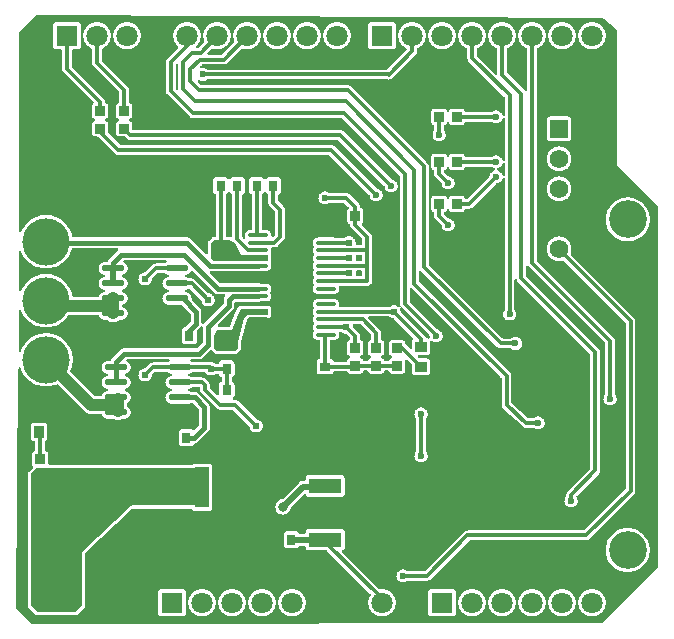
<source format=gtl>
G04 Layer: TopLayer*
G04 EasyEDA v6.5.42, 2024-06-23 11:48:01*
G04 8461acd9e52441dfa5b1607b254f294a,2865ae9118a24060a17af6d01c9bcc73,10*
G04 Gerber Generator version 0.2*
G04 Scale: 100 percent, Rotated: No, Reflected: No *
G04 Dimensions in millimeters *
G04 leading zeros omitted , absolute positions ,4 integer and 5 decimal *
%FSLAX45Y45*%
%MOMM*%

%AMMACRO1*21,1,$1,$2,0,0,$3*%
%ADD10C,0.3000*%
%ADD11C,1.0000*%
%ADD12C,0.5000*%
%ADD13C,0.4000*%
%ADD14C,0.2540*%
%ADD15MACRO1,0.864X0.8065X90.0000*%
%ADD16R,0.8000X0.9000*%
%ADD17MACRO1,0.864X0.8065X0.0000*%
%ADD18R,0.8640X0.8065*%
%ADD19MACRO1,0.864X0.8065X-90.0000*%
%ADD20R,6.5000X6.0000*%
%ADD21R,2.8000X1.3000*%
%ADD22R,0.8999X1.0000*%
%ADD23R,1.2000X3.5000*%
%ADD24R,0.9000X0.8000*%
%ADD25O,1.950212X0.5684012*%
%ADD26O,1.7314926000000002X0.3430016*%
%ADD27MACRO1,2.75X6.2X0.0000*%
%ADD28R,1.0000X0.8999*%
%ADD29C,1.5748*%
%ADD30R,1.5748X1.5748*%
%ADD31R,1.8000X1.8000*%
%ADD32C,1.8000*%
%ADD33C,4.0000*%
%ADD34C,3.2000*%
%ADD35C,0.6000*%
%ADD36C,0.8000*%
%ADD37C,0.5000*%
%ADD38C,0.6096*%
%ADD39C,0.6200*%
%ADD40C,0.0114*%

%LPD*%
G36*
X-1054252Y-229514D02*
G01*
X-1058367Y-228396D01*
X-1061669Y-225653D01*
X-1063498Y-221792D01*
X-1063396Y-208381D01*
X-1064869Y-200609D01*
X-1067714Y-193192D01*
X-1071930Y-186436D01*
X-1077264Y-180594D01*
X-1083614Y-175768D01*
X-1090676Y-172262D01*
X-1098346Y-170078D01*
X-1106728Y-169316D01*
X-1136548Y-169316D01*
X-1140409Y-168503D01*
X-1143711Y-166319D01*
X-1145895Y-163017D01*
X-1146708Y-159156D01*
X-1146708Y124104D01*
X-1145844Y128168D01*
X-1143457Y131572D01*
X-1139901Y133705D01*
X-1136396Y134924D01*
X-1131468Y138023D01*
X-1127404Y142087D01*
X-1126236Y143967D01*
X-1123391Y146913D01*
X-1119632Y148539D01*
X-1115568Y148539D01*
X-1111808Y146913D01*
X-1109014Y143967D01*
X-1107846Y142087D01*
X-1103731Y138023D01*
X-1098854Y134924D01*
X-1095349Y133705D01*
X-1091793Y131572D01*
X-1089355Y128168D01*
X-1088542Y124104D01*
X-1088542Y57505D01*
X-1087678Y49072D01*
X-1085392Y41402D01*
X-1081582Y34340D01*
X-1076198Y27736D01*
X-1034491Y-13970D01*
X-1032306Y-17272D01*
X-1031544Y-21132D01*
X-1031544Y-207416D01*
X-1032306Y-211328D01*
X-1034491Y-214629D01*
X-1046480Y-226567D01*
X-1050036Y-228904D01*
G37*

%LPD*%
G36*
X-1404061Y-233273D02*
G01*
X-1408023Y-232206D01*
X-1410309Y-231089D01*
X-1416253Y-228904D01*
X-1423009Y-228092D01*
X-1441348Y-228092D01*
X-1445209Y-227279D01*
X-1448511Y-225094D01*
X-1450695Y-221792D01*
X-1451508Y-217932D01*
X-1451508Y124104D01*
X-1450644Y128168D01*
X-1448257Y131572D01*
X-1444701Y133705D01*
X-1441196Y134924D01*
X-1436268Y138023D01*
X-1432204Y142087D01*
X-1431036Y143967D01*
X-1428191Y146913D01*
X-1424432Y148539D01*
X-1420368Y148539D01*
X-1416608Y146913D01*
X-1413814Y143967D01*
X-1412646Y142087D01*
X-1408531Y138023D01*
X-1403654Y134924D01*
X-1400149Y133705D01*
X-1396593Y131572D01*
X-1394155Y128168D01*
X-1393342Y124104D01*
X-1393342Y-223113D01*
X-1394155Y-227126D01*
X-1396492Y-230530D01*
X-1399997Y-232664D01*
G37*

%LPD*%
G36*
X-2739745Y-736854D02*
G01*
X-2744165Y-735888D01*
X-2747670Y-733094D01*
X-2749651Y-729030D01*
X-2754528Y-708152D01*
X-2761183Y-688390D01*
X-2769616Y-669290D01*
X-2779776Y-651052D01*
X-2791561Y-633831D01*
X-2804871Y-617778D01*
X-2819603Y-603046D01*
X-2835656Y-589737D01*
X-2852877Y-577900D01*
X-2871114Y-567791D01*
X-2890215Y-559358D01*
X-2909976Y-552704D01*
X-2930296Y-547928D01*
X-2950972Y-545033D01*
X-2971800Y-544068D01*
X-2992678Y-545033D01*
X-3013303Y-547928D01*
X-3033623Y-552704D01*
X-3053435Y-559358D01*
X-3072485Y-567791D01*
X-3090722Y-577900D01*
X-3107944Y-589737D01*
X-3123996Y-603046D01*
X-3138728Y-617778D01*
X-3152089Y-633831D01*
X-3163874Y-651052D01*
X-3174034Y-669290D01*
X-3180943Y-684987D01*
X-3183229Y-688238D01*
X-3186531Y-690321D01*
X-3190392Y-691032D01*
X-3194253Y-690219D01*
X-3197504Y-688035D01*
X-3199638Y-684733D01*
X-3200400Y-680872D01*
X-3200400Y-359105D01*
X-3199638Y-355244D01*
X-3197504Y-351942D01*
X-3194253Y-349758D01*
X-3190392Y-348945D01*
X-3186531Y-349656D01*
X-3183229Y-351739D01*
X-3180943Y-354990D01*
X-3174034Y-370687D01*
X-3163874Y-388924D01*
X-3152089Y-406095D01*
X-3138728Y-422148D01*
X-3123996Y-436930D01*
X-3107944Y-450240D01*
X-3090722Y-462026D01*
X-3072485Y-472185D01*
X-3053435Y-480618D01*
X-3033623Y-487273D01*
X-3013303Y-492048D01*
X-2992678Y-494944D01*
X-2971800Y-495858D01*
X-2950972Y-494944D01*
X-2930296Y-492048D01*
X-2909976Y-487273D01*
X-2890215Y-480618D01*
X-2871114Y-472185D01*
X-2852877Y-462026D01*
X-2835656Y-450240D01*
X-2819603Y-436930D01*
X-2804871Y-422148D01*
X-2791561Y-406095D01*
X-2779776Y-388924D01*
X-2769616Y-370687D01*
X-2761183Y-351586D01*
X-2754680Y-332232D01*
X-2752547Y-328625D01*
X-2749143Y-326136D01*
X-2745028Y-325272D01*
X-2369362Y-325272D01*
X-2365349Y-326136D01*
X-2361946Y-328472D01*
X-2359812Y-331978D01*
X-2359253Y-336092D01*
X-2360320Y-340055D01*
X-2362860Y-343255D01*
X-2369616Y-348843D01*
X-2437790Y-417118D01*
X-2443175Y-424230D01*
X-2446070Y-429666D01*
X-2447594Y-434085D01*
X-2449728Y-437692D01*
X-2453081Y-440080D01*
X-2457196Y-440943D01*
X-2472791Y-440943D01*
X-2482646Y-441807D01*
X-2491790Y-444246D01*
X-2500376Y-448259D01*
X-2508097Y-453694D01*
X-2514803Y-460400D01*
X-2520238Y-468122D01*
X-2524252Y-476707D01*
X-2526690Y-485851D01*
X-2527503Y-495300D01*
X-2526690Y-504698D01*
X-2524252Y-513842D01*
X-2520238Y-522427D01*
X-2514803Y-530199D01*
X-2508097Y-536854D01*
X-2500376Y-542290D01*
X-2491790Y-546303D01*
X-2481834Y-548995D01*
X-2477922Y-550976D01*
X-2475230Y-554482D01*
X-2474264Y-558800D01*
X-2475230Y-563067D01*
X-2477922Y-566572D01*
X-2481834Y-568604D01*
X-2491790Y-571246D01*
X-2500376Y-575259D01*
X-2508097Y-580694D01*
X-2514803Y-587400D01*
X-2520238Y-595122D01*
X-2524252Y-603707D01*
X-2526690Y-612851D01*
X-2527503Y-622300D01*
X-2526690Y-631698D01*
X-2524252Y-640842D01*
X-2520238Y-649427D01*
X-2514803Y-657199D01*
X-2508097Y-663854D01*
X-2500376Y-669290D01*
X-2491790Y-673303D01*
X-2481834Y-675995D01*
X-2477922Y-677976D01*
X-2475230Y-681482D01*
X-2474264Y-685800D01*
X-2475230Y-690067D01*
X-2477922Y-693572D01*
X-2481834Y-695604D01*
X-2491790Y-698246D01*
X-2500376Y-702259D01*
X-2508097Y-707694D01*
X-2514803Y-714400D01*
X-2520238Y-722122D01*
X-2524353Y-731012D01*
X-2526588Y-734110D01*
X-2529840Y-736142D01*
X-2533548Y-736854D01*
G37*

%LPD*%
G36*
X-1644802Y-968349D02*
G01*
X-1648968Y-967892D01*
X-1652574Y-965758D01*
X-1655064Y-962355D01*
X-1655927Y-958240D01*
X-1655927Y-861821D01*
X-1657146Y-853084D01*
X-1659839Y-845058D01*
X-1663954Y-837641D01*
X-1669694Y-830783D01*
X-1737309Y-763168D01*
X-1739646Y-759460D01*
X-1740255Y-755091D01*
X-1739747Y-749300D01*
X-1740560Y-739851D01*
X-1742998Y-730707D01*
X-1747012Y-722122D01*
X-1752447Y-714400D01*
X-1759102Y-707694D01*
X-1766874Y-702259D01*
X-1775460Y-698246D01*
X-1785416Y-695604D01*
X-1789328Y-693572D01*
X-1791970Y-690067D01*
X-1792935Y-685800D01*
X-1791970Y-681482D01*
X-1789328Y-677976D01*
X-1785416Y-675995D01*
X-1775460Y-673303D01*
X-1766874Y-669290D01*
X-1764334Y-667562D01*
X-1761134Y-666038D01*
X-1757629Y-665734D01*
X-1754225Y-666648D01*
X-1751330Y-668680D01*
X-1659839Y-760171D01*
X-1658010Y-762711D01*
X-1656994Y-765708D01*
X-1655216Y-776325D01*
X-1652016Y-785418D01*
X-1647342Y-793800D01*
X-1641246Y-801319D01*
X-1634032Y-807720D01*
X-1625803Y-812749D01*
X-1616862Y-816356D01*
X-1607413Y-818388D01*
X-1597761Y-818794D01*
X-1588211Y-817575D01*
X-1579016Y-814730D01*
X-1570380Y-810412D01*
X-1562608Y-804672D01*
X-1555953Y-797712D01*
X-1550568Y-789686D01*
X-1546555Y-780897D01*
X-1544167Y-771601D01*
X-1543304Y-762000D01*
X-1544167Y-752348D01*
X-1546555Y-743051D01*
X-1550568Y-734263D01*
X-1555953Y-726236D01*
X-1562608Y-719277D01*
X-1570380Y-713536D01*
X-1579016Y-709218D01*
X-1588211Y-706374D01*
X-1595932Y-705408D01*
X-1599133Y-704443D01*
X-1601825Y-702513D01*
X-1710588Y-593750D01*
X-1717192Y-588314D01*
X-1724253Y-584555D01*
X-1731924Y-582218D01*
X-1740357Y-581406D01*
X-1754936Y-581406D01*
X-1757984Y-580898D01*
X-1760728Y-579577D01*
X-1766874Y-575259D01*
X-1775460Y-571246D01*
X-1785416Y-568604D01*
X-1789328Y-566572D01*
X-1791970Y-563067D01*
X-1792935Y-558800D01*
X-1791970Y-554482D01*
X-1789328Y-550976D01*
X-1785416Y-548995D01*
X-1775460Y-546303D01*
X-1766874Y-542290D01*
X-1759102Y-536854D01*
X-1752447Y-530199D01*
X-1744472Y-518718D01*
X-1741170Y-516686D01*
X-1737360Y-515975D01*
X-1733550Y-516788D01*
X-1730349Y-518972D01*
X-1548079Y-701192D01*
X-1541018Y-706475D01*
X-1533448Y-710234D01*
X-1525320Y-712571D01*
X-1516430Y-713384D01*
X-1463192Y-713384D01*
X-1458823Y-714400D01*
X-1455318Y-717143D01*
X-1453337Y-721207D01*
X-1453286Y-725678D01*
X-1455166Y-729742D01*
X-1461414Y-737870D01*
X-1465173Y-745388D01*
X-1467459Y-753567D01*
X-1468323Y-762457D01*
X-1468323Y-789533D01*
X-1469085Y-793445D01*
X-1471269Y-796747D01*
X-1633880Y-959408D01*
X-1637639Y-964387D01*
X-1640789Y-967130D01*
G37*

%LPD*%
G36*
X-1517751Y-1569770D02*
G01*
X-1521663Y-1569008D01*
X-1524965Y-1566773D01*
X-1581708Y-1510030D01*
X-1583893Y-1506728D01*
X-1584706Y-1502867D01*
X-1584706Y-1483156D01*
X-1585823Y-1474876D01*
X-1588414Y-1467307D01*
X-1592427Y-1460398D01*
X-1598015Y-1453997D01*
X-1622755Y-1430883D01*
X-1628241Y-1426565D01*
X-1635353Y-1422704D01*
X-1643024Y-1420418D01*
X-1651507Y-1419555D01*
X-1729536Y-1419555D01*
X-1732635Y-1419098D01*
X-1735378Y-1417726D01*
X-1741474Y-1413459D01*
X-1750060Y-1409446D01*
X-1760016Y-1406804D01*
X-1763928Y-1404772D01*
X-1766570Y-1401267D01*
X-1767535Y-1397000D01*
X-1766570Y-1392682D01*
X-1763928Y-1389176D01*
X-1760016Y-1387195D01*
X-1750060Y-1384503D01*
X-1741474Y-1380490D01*
X-1735378Y-1376222D01*
X-1732584Y-1374851D01*
X-1729536Y-1374394D01*
X-1629714Y-1374394D01*
X-1625346Y-1375359D01*
X-1621790Y-1378153D01*
X-1615846Y-1385519D01*
X-1608632Y-1391920D01*
X-1600403Y-1396949D01*
X-1591462Y-1400556D01*
X-1582013Y-1402588D01*
X-1572361Y-1402994D01*
X-1562811Y-1401775D01*
X-1553616Y-1398930D01*
X-1544980Y-1394612D01*
X-1537512Y-1389075D01*
X-1534668Y-1387602D01*
X-1531467Y-1387094D01*
X-1517091Y-1387094D01*
X-1513484Y-1387754D01*
X-1510334Y-1389684D01*
X-1508048Y-1392580D01*
X-1506880Y-1397050D01*
X-1505000Y-1402537D01*
X-1501902Y-1407414D01*
X-1497787Y-1411528D01*
X-1492910Y-1414576D01*
X-1489303Y-1415846D01*
X-1485747Y-1417980D01*
X-1483360Y-1421384D01*
X-1482496Y-1425448D01*
X-1482496Y-1444955D01*
X-1483360Y-1449019D01*
X-1485747Y-1452422D01*
X-1489303Y-1454556D01*
X-1492910Y-1455826D01*
X-1497787Y-1458874D01*
X-1501902Y-1462989D01*
X-1505000Y-1467866D01*
X-1506880Y-1473352D01*
X-1507591Y-1479651D01*
X-1507591Y-1559610D01*
X-1508353Y-1563471D01*
X-1510588Y-1566773D01*
X-1513890Y-1569008D01*
G37*

%LPD*%
G36*
X-2555138Y-1575054D02*
G01*
X-2559050Y-1574292D01*
X-2562352Y-1572107D01*
X-2762910Y-1371549D01*
X-2765094Y-1368145D01*
X-2765856Y-1364183D01*
X-2764993Y-1360271D01*
X-2761183Y-1351584D01*
X-2754528Y-1331823D01*
X-2749753Y-1311503D01*
X-2746857Y-1290828D01*
X-2745892Y-1270000D01*
X-2746857Y-1249121D01*
X-2749753Y-1228496D01*
X-2754528Y-1208176D01*
X-2761183Y-1188364D01*
X-2769616Y-1169314D01*
X-2779776Y-1151077D01*
X-2791561Y-1133856D01*
X-2804871Y-1117803D01*
X-2819603Y-1103020D01*
X-2835656Y-1089710D01*
X-2852877Y-1077925D01*
X-2871114Y-1067765D01*
X-2890215Y-1059332D01*
X-2909976Y-1052728D01*
X-2930296Y-1047953D01*
X-2950972Y-1045057D01*
X-2971800Y-1044092D01*
X-2992678Y-1045057D01*
X-3013303Y-1047953D01*
X-3033623Y-1052728D01*
X-3053435Y-1059332D01*
X-3072485Y-1067765D01*
X-3090722Y-1077925D01*
X-3107944Y-1089710D01*
X-3123996Y-1103020D01*
X-3138728Y-1117803D01*
X-3152089Y-1133856D01*
X-3163874Y-1151077D01*
X-3174034Y-1169314D01*
X-3182467Y-1188364D01*
X-3184347Y-1194054D01*
X-3186430Y-1197610D01*
X-3189681Y-1200048D01*
X-3193643Y-1201013D01*
X-3197656Y-1200302D01*
X-3201111Y-1198118D01*
X-3203397Y-1194765D01*
X-3204159Y-1190752D01*
X-3200857Y-857961D01*
X-3200044Y-854151D01*
X-3197860Y-850900D01*
X-3194608Y-848715D01*
X-3190798Y-847902D01*
X-3186938Y-848614D01*
X-3183636Y-850747D01*
X-3181400Y-853948D01*
X-3174034Y-870661D01*
X-3163874Y-888898D01*
X-3152089Y-906119D01*
X-3138728Y-922172D01*
X-3123996Y-936904D01*
X-3107944Y-950264D01*
X-3090722Y-962050D01*
X-3072485Y-972210D01*
X-3053435Y-980643D01*
X-3033623Y-987247D01*
X-3013303Y-992022D01*
X-2992678Y-994918D01*
X-2971800Y-995883D01*
X-2950972Y-994918D01*
X-2930296Y-992022D01*
X-2909976Y-987247D01*
X-2890215Y-980643D01*
X-2871114Y-972210D01*
X-2852877Y-962050D01*
X-2835656Y-950264D01*
X-2819603Y-936904D01*
X-2804871Y-922172D01*
X-2791561Y-906119D01*
X-2782620Y-893114D01*
X-2780385Y-890727D01*
X-2777490Y-889203D01*
X-2774238Y-888695D01*
X-2533599Y-888695D01*
X-2529840Y-889406D01*
X-2526588Y-891438D01*
X-2524353Y-894537D01*
X-2520238Y-903427D01*
X-2514803Y-911199D01*
X-2508097Y-917854D01*
X-2500376Y-923290D01*
X-2491790Y-927303D01*
X-2482646Y-929741D01*
X-2472791Y-930605D01*
X-2460802Y-930605D01*
X-2457094Y-931316D01*
X-2453894Y-933348D01*
X-2451404Y-935634D01*
X-2442057Y-942035D01*
X-2431846Y-946912D01*
X-2420975Y-950264D01*
X-2409799Y-951992D01*
X-2398420Y-951992D01*
X-2387244Y-950264D01*
X-2376373Y-946912D01*
X-2366162Y-942035D01*
X-2356815Y-935634D01*
X-2354326Y-933348D01*
X-2351125Y-931316D01*
X-2347417Y-930605D01*
X-2335479Y-930605D01*
X-2325624Y-929741D01*
X-2316480Y-927303D01*
X-2307894Y-923290D01*
X-2300122Y-917854D01*
X-2293467Y-911199D01*
X-2288032Y-903427D01*
X-2284018Y-894842D01*
X-2281580Y-885698D01*
X-2280767Y-876300D01*
X-2281580Y-866851D01*
X-2284018Y-857707D01*
X-2288032Y-849121D01*
X-2293467Y-841400D01*
X-2300122Y-834694D01*
X-2307894Y-829259D01*
X-2316480Y-825246D01*
X-2320696Y-824128D01*
X-2324557Y-822096D01*
X-2327249Y-818641D01*
X-2328214Y-814324D01*
X-2328214Y-811225D01*
X-2327249Y-806958D01*
X-2324557Y-803452D01*
X-2320696Y-801420D01*
X-2316480Y-800303D01*
X-2307894Y-796290D01*
X-2300122Y-790854D01*
X-2293467Y-784199D01*
X-2288032Y-776427D01*
X-2284018Y-767842D01*
X-2281580Y-758698D01*
X-2280767Y-749300D01*
X-2281580Y-739851D01*
X-2284018Y-730707D01*
X-2288032Y-722122D01*
X-2293467Y-714400D01*
X-2300122Y-707694D01*
X-2307894Y-702259D01*
X-2316480Y-698246D01*
X-2326436Y-695604D01*
X-2330348Y-693572D01*
X-2332990Y-690067D01*
X-2333955Y-685800D01*
X-2332990Y-681482D01*
X-2330348Y-677976D01*
X-2326436Y-675995D01*
X-2316480Y-673303D01*
X-2307894Y-669290D01*
X-2300122Y-663854D01*
X-2293467Y-657199D01*
X-2288032Y-649427D01*
X-2284018Y-640842D01*
X-2281580Y-631698D01*
X-2280767Y-622300D01*
X-2281580Y-612851D01*
X-2284018Y-603707D01*
X-2288032Y-595122D01*
X-2293467Y-587400D01*
X-2300122Y-580694D01*
X-2307894Y-575259D01*
X-2316480Y-571246D01*
X-2326436Y-568604D01*
X-2330348Y-566572D01*
X-2332990Y-563067D01*
X-2333955Y-558800D01*
X-2332990Y-554482D01*
X-2330348Y-550976D01*
X-2326436Y-548995D01*
X-2316480Y-546303D01*
X-2307894Y-542290D01*
X-2300122Y-536854D01*
X-2293467Y-530199D01*
X-2288032Y-522427D01*
X-2284018Y-513842D01*
X-2281580Y-504698D01*
X-2280767Y-495300D01*
X-2281580Y-485851D01*
X-2284018Y-476707D01*
X-2288032Y-468122D01*
X-2293467Y-460400D01*
X-2300122Y-453694D01*
X-2307894Y-448259D01*
X-2312212Y-446227D01*
X-2315362Y-443941D01*
X-2317445Y-440639D01*
X-2318054Y-436778D01*
X-2317242Y-432968D01*
X-2315006Y-429768D01*
X-2311755Y-427634D01*
X-2307945Y-426872D01*
X-1959305Y-426872D01*
X-1955495Y-427634D01*
X-1952193Y-429768D01*
X-1950008Y-432968D01*
X-1949145Y-436778D01*
X-1949805Y-440639D01*
X-1951837Y-443941D01*
X-1954987Y-446227D01*
X-1959356Y-448259D01*
X-1965452Y-452577D01*
X-1968246Y-453898D01*
X-1971293Y-454406D01*
X-2044242Y-454406D01*
X-2052675Y-455218D01*
X-2060346Y-457555D01*
X-2067407Y-461314D01*
X-2074011Y-466750D01*
X-2132634Y-525373D01*
X-2135530Y-527354D01*
X-2138934Y-528269D01*
X-2143404Y-528675D01*
X-2152853Y-531215D01*
X-2161794Y-535381D01*
X-2169820Y-541020D01*
X-2176780Y-547928D01*
X-2182418Y-556006D01*
X-2186533Y-564896D01*
X-2189073Y-574395D01*
X-2189937Y-584200D01*
X-2189073Y-593953D01*
X-2186533Y-603453D01*
X-2182418Y-612343D01*
X-2176780Y-620420D01*
X-2169820Y-627329D01*
X-2161794Y-632968D01*
X-2152853Y-637133D01*
X-2143404Y-639673D01*
X-2133600Y-640537D01*
X-2123795Y-639673D01*
X-2114346Y-637133D01*
X-2105406Y-632968D01*
X-2097379Y-627329D01*
X-2090420Y-620420D01*
X-2084781Y-612343D01*
X-2080666Y-603453D01*
X-2078126Y-593953D01*
X-2077720Y-589483D01*
X-2076805Y-586079D01*
X-2074773Y-583184D01*
X-2030780Y-539191D01*
X-2027478Y-537006D01*
X-2023567Y-536194D01*
X-1971243Y-536194D01*
X-1968195Y-536702D01*
X-1965401Y-538022D01*
X-1959356Y-542290D01*
X-1950770Y-546303D01*
X-1940814Y-548995D01*
X-1936902Y-550976D01*
X-1934210Y-554482D01*
X-1933244Y-558800D01*
X-1934210Y-563067D01*
X-1936902Y-566572D01*
X-1940814Y-568604D01*
X-1950770Y-571246D01*
X-1959356Y-575259D01*
X-1967077Y-580694D01*
X-1973783Y-587400D01*
X-1979218Y-595122D01*
X-1983232Y-603707D01*
X-1985670Y-612851D01*
X-1986483Y-622300D01*
X-1985670Y-631698D01*
X-1983232Y-640842D01*
X-1979218Y-649427D01*
X-1973783Y-657199D01*
X-1967077Y-663854D01*
X-1959356Y-669290D01*
X-1950770Y-673303D01*
X-1940814Y-675995D01*
X-1936902Y-677976D01*
X-1934210Y-681482D01*
X-1933244Y-685800D01*
X-1934210Y-690067D01*
X-1936902Y-693572D01*
X-1940814Y-695604D01*
X-1950770Y-698246D01*
X-1959356Y-702259D01*
X-1967077Y-707694D01*
X-1973783Y-714400D01*
X-1979218Y-722122D01*
X-1983232Y-730707D01*
X-1985670Y-739851D01*
X-1986483Y-749300D01*
X-1985670Y-758698D01*
X-1983232Y-767842D01*
X-1979218Y-776427D01*
X-1973783Y-784199D01*
X-1967077Y-790854D01*
X-1959356Y-796290D01*
X-1950770Y-800303D01*
X-1941626Y-802741D01*
X-1931771Y-803605D01*
X-1830933Y-803605D01*
X-1827022Y-804367D01*
X-1823720Y-806602D01*
X-1750720Y-879602D01*
X-1748485Y-882903D01*
X-1747723Y-886815D01*
X-1747723Y-941984D01*
X-1748485Y-945845D01*
X-1750720Y-949147D01*
X-1791004Y-989482D01*
X-1793849Y-992733D01*
X-1796796Y-995121D01*
X-1800402Y-996238D01*
X-1804670Y-996696D01*
X-1810105Y-998626D01*
X-1815033Y-1001674D01*
X-1819097Y-1005789D01*
X-1822196Y-1010666D01*
X-1824126Y-1016152D01*
X-1824837Y-1022451D01*
X-1824837Y-1111351D01*
X-1824126Y-1117650D01*
X-1822196Y-1123137D01*
X-1819097Y-1128014D01*
X-1815033Y-1132128D01*
X-1810105Y-1135176D01*
X-1804670Y-1137107D01*
X-1798320Y-1137818D01*
X-1719478Y-1137818D01*
X-1713179Y-1137107D01*
X-1707692Y-1135176D01*
X-1702816Y-1132128D01*
X-1698701Y-1128014D01*
X-1695602Y-1123137D01*
X-1693722Y-1117650D01*
X-1693011Y-1111351D01*
X-1693011Y-1025499D01*
X-1692249Y-1021638D01*
X-1690014Y-1018336D01*
X-1668119Y-996391D01*
X-1664360Y-991412D01*
X-1661210Y-988618D01*
X-1657197Y-987399D01*
X-1653032Y-987856D01*
X-1649425Y-989990D01*
X-1646986Y-993394D01*
X-1646123Y-997508D01*
X-1646123Y-1119733D01*
X-1646885Y-1123645D01*
X-1649069Y-1126947D01*
X-1692452Y-1170279D01*
X-1695754Y-1172514D01*
X-1699615Y-1173276D01*
X-2313178Y-1173327D01*
X-2321915Y-1174546D01*
X-2329942Y-1177239D01*
X-2337308Y-1181354D01*
X-2344216Y-1187043D01*
X-2412441Y-1255318D01*
X-2417826Y-1262481D01*
X-2420670Y-1267917D01*
X-2422194Y-1272286D01*
X-2424328Y-1275892D01*
X-2427732Y-1278280D01*
X-2431796Y-1279144D01*
X-2447391Y-1279144D01*
X-2457246Y-1280007D01*
X-2466390Y-1282446D01*
X-2474976Y-1286459D01*
X-2482697Y-1291894D01*
X-2489403Y-1298600D01*
X-2494838Y-1306322D01*
X-2498852Y-1314907D01*
X-2501290Y-1324051D01*
X-2502103Y-1333500D01*
X-2501290Y-1342898D01*
X-2498852Y-1352042D01*
X-2494838Y-1360627D01*
X-2489403Y-1368399D01*
X-2482697Y-1375054D01*
X-2474976Y-1380490D01*
X-2466390Y-1384503D01*
X-2456434Y-1387195D01*
X-2452522Y-1389176D01*
X-2449830Y-1392682D01*
X-2448864Y-1397000D01*
X-2449830Y-1401267D01*
X-2452522Y-1404772D01*
X-2456434Y-1406804D01*
X-2466390Y-1409446D01*
X-2474976Y-1413459D01*
X-2482697Y-1418894D01*
X-2489403Y-1425600D01*
X-2494838Y-1433322D01*
X-2498852Y-1441907D01*
X-2501290Y-1451051D01*
X-2502103Y-1460500D01*
X-2501290Y-1469898D01*
X-2498852Y-1479042D01*
X-2494838Y-1487627D01*
X-2489403Y-1495399D01*
X-2482697Y-1502054D01*
X-2474976Y-1507490D01*
X-2466390Y-1511503D01*
X-2456434Y-1514195D01*
X-2452522Y-1516176D01*
X-2449830Y-1519682D01*
X-2448864Y-1524000D01*
X-2449830Y-1528267D01*
X-2452522Y-1531772D01*
X-2456434Y-1533804D01*
X-2466390Y-1536446D01*
X-2474976Y-1540459D01*
X-2482697Y-1545894D01*
X-2489403Y-1552600D01*
X-2494838Y-1560322D01*
X-2498953Y-1569212D01*
X-2501188Y-1572310D01*
X-2504440Y-1574342D01*
X-2508148Y-1575054D01*
G37*

%LPD*%
G36*
X-3094583Y-3505200D02*
G01*
X-3098495Y-3504387D01*
X-3101797Y-3502202D01*
X-3222802Y-3381197D01*
X-3225038Y-3377844D01*
X-3225749Y-3373932D01*
X-3205683Y-1344472D01*
X-3204819Y-1340510D01*
X-3202482Y-1337208D01*
X-3199079Y-1335074D01*
X-3195066Y-1334414D01*
X-3191154Y-1335430D01*
X-3187903Y-1337868D01*
X-3185871Y-1341374D01*
X-3182467Y-1351584D01*
X-3174034Y-1370685D01*
X-3163874Y-1388922D01*
X-3152089Y-1406093D01*
X-3138728Y-1422146D01*
X-3123996Y-1436928D01*
X-3107944Y-1450238D01*
X-3090722Y-1462024D01*
X-3072485Y-1472184D01*
X-3053435Y-1480616D01*
X-3033623Y-1487271D01*
X-3013303Y-1492046D01*
X-2992678Y-1494942D01*
X-2971800Y-1495856D01*
X-2950972Y-1494942D01*
X-2930296Y-1492046D01*
X-2909976Y-1487271D01*
X-2890215Y-1480616D01*
X-2881528Y-1476806D01*
X-2877566Y-1475943D01*
X-2873603Y-1476654D01*
X-2870250Y-1478889D01*
X-2642565Y-1706473D01*
X-2635707Y-1712163D01*
X-2633726Y-1713585D01*
X-2626106Y-1718157D01*
X-2623921Y-1719275D01*
X-2615692Y-1722678D01*
X-2613355Y-1723440D01*
X-2604719Y-1725574D01*
X-2602280Y-1725980D01*
X-2593441Y-1726844D01*
X-2508199Y-1726895D01*
X-2504440Y-1727606D01*
X-2501188Y-1729638D01*
X-2498953Y-1732737D01*
X-2494838Y-1741627D01*
X-2489403Y-1749399D01*
X-2482697Y-1756054D01*
X-2474976Y-1761489D01*
X-2466390Y-1765503D01*
X-2457246Y-1767941D01*
X-2447391Y-1768805D01*
X-2399741Y-1768805D01*
X-2395321Y-1769821D01*
X-2389936Y-1772412D01*
X-2379116Y-1775764D01*
X-2367889Y-1777441D01*
X-2356561Y-1777441D01*
X-2345334Y-1775764D01*
X-2334514Y-1772412D01*
X-2329078Y-1769821D01*
X-2324658Y-1768805D01*
X-2310079Y-1768805D01*
X-2300224Y-1767941D01*
X-2291080Y-1765503D01*
X-2282494Y-1761489D01*
X-2274722Y-1756054D01*
X-2268067Y-1749399D01*
X-2262632Y-1741627D01*
X-2258618Y-1733042D01*
X-2256180Y-1723898D01*
X-2255367Y-1714500D01*
X-2256180Y-1705051D01*
X-2258618Y-1695907D01*
X-2262632Y-1687322D01*
X-2268067Y-1679600D01*
X-2274722Y-1672894D01*
X-2281986Y-1667814D01*
X-2284272Y-1665579D01*
X-2285796Y-1662684D01*
X-2286304Y-1659483D01*
X-2286304Y-1642465D01*
X-2285796Y-1639265D01*
X-2284272Y-1636420D01*
X-2281986Y-1634134D01*
X-2274722Y-1629054D01*
X-2268067Y-1622399D01*
X-2262632Y-1614627D01*
X-2258618Y-1606042D01*
X-2256180Y-1596898D01*
X-2255367Y-1587500D01*
X-2256180Y-1578051D01*
X-2258618Y-1568907D01*
X-2262632Y-1560322D01*
X-2268067Y-1552600D01*
X-2274722Y-1545894D01*
X-2282494Y-1540459D01*
X-2291080Y-1536446D01*
X-2301036Y-1533804D01*
X-2304948Y-1531772D01*
X-2307590Y-1528267D01*
X-2308555Y-1524000D01*
X-2307590Y-1519682D01*
X-2304948Y-1516176D01*
X-2301036Y-1514195D01*
X-2291080Y-1511503D01*
X-2282494Y-1507490D01*
X-2274722Y-1502054D01*
X-2268067Y-1495399D01*
X-2262632Y-1487627D01*
X-2258618Y-1479042D01*
X-2256180Y-1469898D01*
X-2255367Y-1460500D01*
X-2256180Y-1451051D01*
X-2258618Y-1441907D01*
X-2262632Y-1433322D01*
X-2268067Y-1425600D01*
X-2274722Y-1418894D01*
X-2282494Y-1413459D01*
X-2291080Y-1409446D01*
X-2301036Y-1406804D01*
X-2304948Y-1404772D01*
X-2307590Y-1401267D01*
X-2308555Y-1397000D01*
X-2307590Y-1392682D01*
X-2304948Y-1389176D01*
X-2301036Y-1387195D01*
X-2291080Y-1384503D01*
X-2282494Y-1380490D01*
X-2274722Y-1375054D01*
X-2268067Y-1368399D01*
X-2262632Y-1360627D01*
X-2258618Y-1352042D01*
X-2256180Y-1342898D01*
X-2255367Y-1333500D01*
X-2256180Y-1324051D01*
X-2258618Y-1314907D01*
X-2262632Y-1306322D01*
X-2268067Y-1298600D01*
X-2274722Y-1291894D01*
X-2282494Y-1286459D01*
X-2286812Y-1284427D01*
X-2289962Y-1282141D01*
X-2292045Y-1278839D01*
X-2292654Y-1274978D01*
X-2291842Y-1271168D01*
X-2289606Y-1267968D01*
X-2286355Y-1265834D01*
X-2282545Y-1265072D01*
X-1933905Y-1265072D01*
X-1930095Y-1265834D01*
X-1926793Y-1267968D01*
X-1924608Y-1271168D01*
X-1923745Y-1274978D01*
X-1924405Y-1278839D01*
X-1926437Y-1282141D01*
X-1929587Y-1284427D01*
X-1933956Y-1286459D01*
X-1940001Y-1290726D01*
X-1942795Y-1292098D01*
X-1945843Y-1292555D01*
X-2069592Y-1292555D01*
X-2078075Y-1293418D01*
X-2085746Y-1295704D01*
X-2092807Y-1299514D01*
X-2099360Y-1304899D01*
X-2132634Y-1338173D01*
X-2135530Y-1340154D01*
X-2138934Y-1341069D01*
X-2143404Y-1341475D01*
X-2152853Y-1344015D01*
X-2161794Y-1348181D01*
X-2169820Y-1353820D01*
X-2176780Y-1360728D01*
X-2182418Y-1368806D01*
X-2186533Y-1377696D01*
X-2189073Y-1387195D01*
X-2189937Y-1397000D01*
X-2189073Y-1406753D01*
X-2186533Y-1416253D01*
X-2182418Y-1425143D01*
X-2176780Y-1433220D01*
X-2169820Y-1440129D01*
X-2161794Y-1445768D01*
X-2152853Y-1449933D01*
X-2143404Y-1452473D01*
X-2133600Y-1453337D01*
X-2123795Y-1452473D01*
X-2114346Y-1449933D01*
X-2105406Y-1445768D01*
X-2097379Y-1440129D01*
X-2090420Y-1433220D01*
X-2084781Y-1425143D01*
X-2080666Y-1416253D01*
X-2078126Y-1406753D01*
X-2077720Y-1402283D01*
X-2076805Y-1398879D01*
X-2074773Y-1395984D01*
X-2056130Y-1377340D01*
X-2052828Y-1375156D01*
X-2048967Y-1374394D01*
X-1945893Y-1374394D01*
X-1942846Y-1374851D01*
X-1940052Y-1376222D01*
X-1933956Y-1380490D01*
X-1925370Y-1384503D01*
X-1915414Y-1387195D01*
X-1911502Y-1389176D01*
X-1908810Y-1392682D01*
X-1907844Y-1397000D01*
X-1908810Y-1401267D01*
X-1911502Y-1404772D01*
X-1915414Y-1406804D01*
X-1925370Y-1409446D01*
X-1933956Y-1413459D01*
X-1941677Y-1418894D01*
X-1948383Y-1425600D01*
X-1953818Y-1433322D01*
X-1957832Y-1441907D01*
X-1960270Y-1451051D01*
X-1961083Y-1460500D01*
X-1960270Y-1469898D01*
X-1957832Y-1479042D01*
X-1953818Y-1487627D01*
X-1948383Y-1495399D01*
X-1941677Y-1502054D01*
X-1933956Y-1507490D01*
X-1925370Y-1511503D01*
X-1915414Y-1514195D01*
X-1911502Y-1516176D01*
X-1908810Y-1519682D01*
X-1907844Y-1524000D01*
X-1908810Y-1528267D01*
X-1911502Y-1531772D01*
X-1915414Y-1533804D01*
X-1925370Y-1536446D01*
X-1933956Y-1540459D01*
X-1941677Y-1545894D01*
X-1948383Y-1552600D01*
X-1953818Y-1560322D01*
X-1957832Y-1568907D01*
X-1960270Y-1578051D01*
X-1961083Y-1587500D01*
X-1960270Y-1596898D01*
X-1957832Y-1606042D01*
X-1953818Y-1614627D01*
X-1948383Y-1622399D01*
X-1941677Y-1629054D01*
X-1933956Y-1634489D01*
X-1925370Y-1638503D01*
X-1916226Y-1640941D01*
X-1906371Y-1641805D01*
X-1769059Y-1641805D01*
X-1759204Y-1640941D01*
X-1750060Y-1638503D01*
X-1741728Y-1634642D01*
X-1737766Y-1633677D01*
X-1733702Y-1634388D01*
X-1730248Y-1636674D01*
X-1680718Y-1686204D01*
X-1678482Y-1689506D01*
X-1677720Y-1693418D01*
X-1677720Y-1821383D01*
X-1678482Y-1825294D01*
X-1680718Y-1828596D01*
X-1715871Y-1863699D01*
X-1718614Y-1865680D01*
X-1721916Y-1866646D01*
X-1725320Y-1866442D01*
X-1728470Y-1865122D01*
X-1733092Y-1862226D01*
X-1738579Y-1860296D01*
X-1744878Y-1859584D01*
X-1823720Y-1859584D01*
X-1830070Y-1860296D01*
X-1835505Y-1862226D01*
X-1840433Y-1865274D01*
X-1844497Y-1869389D01*
X-1847596Y-1874266D01*
X-1849526Y-1879752D01*
X-1850237Y-1886051D01*
X-1850237Y-1974951D01*
X-1849526Y-1981250D01*
X-1847596Y-1986737D01*
X-1844497Y-1991614D01*
X-1840433Y-1995728D01*
X-1835505Y-1998776D01*
X-1830070Y-2000707D01*
X-1823720Y-2001418D01*
X-1744878Y-2001418D01*
X-1738579Y-2000707D01*
X-1733092Y-1998776D01*
X-1728216Y-1995728D01*
X-1724101Y-1991614D01*
X-1721002Y-1986737D01*
X-1719529Y-1982368D01*
X-1717700Y-1979218D01*
X-1714906Y-1976882D01*
X-1711452Y-1975662D01*
X-1707134Y-1975053D01*
X-1699056Y-1972310D01*
X-1691690Y-1968195D01*
X-1684782Y-1962505D01*
X-1598117Y-1875789D01*
X-1592834Y-1868779D01*
X-1589074Y-1861159D01*
X-1586738Y-1853031D01*
X-1585925Y-1844141D01*
X-1585976Y-1668424D01*
X-1587195Y-1659686D01*
X-1589887Y-1651660D01*
X-1594002Y-1644243D01*
X-1599692Y-1637385D01*
X-1683359Y-1553768D01*
X-1690370Y-1548485D01*
X-1697939Y-1544726D01*
X-1706118Y-1542389D01*
X-1715007Y-1541576D01*
X-1736852Y-1541576D01*
X-1741170Y-1540611D01*
X-1750060Y-1536446D01*
X-1760016Y-1533804D01*
X-1763928Y-1531772D01*
X-1766570Y-1528267D01*
X-1767535Y-1524000D01*
X-1766570Y-1519682D01*
X-1763928Y-1516176D01*
X-1760016Y-1514195D01*
X-1750060Y-1511503D01*
X-1741474Y-1507490D01*
X-1735378Y-1503222D01*
X-1732584Y-1501851D01*
X-1729536Y-1501394D01*
X-1676654Y-1501394D01*
X-1672793Y-1502156D01*
X-1669491Y-1504340D01*
X-1667256Y-1507642D01*
X-1666493Y-1511554D01*
X-1666493Y-1523492D01*
X-1665681Y-1531975D01*
X-1663344Y-1539646D01*
X-1659585Y-1546707D01*
X-1654149Y-1553260D01*
X-1527860Y-1679549D01*
X-1521307Y-1684934D01*
X-1514246Y-1688744D01*
X-1506575Y-1691030D01*
X-1498092Y-1691893D01*
X-1392732Y-1691893D01*
X-1388872Y-1692656D01*
X-1385570Y-1694840D01*
X-1252626Y-1827784D01*
X-1250594Y-1830679D01*
X-1249680Y-1834083D01*
X-1249273Y-1838553D01*
X-1246733Y-1848053D01*
X-1242618Y-1856943D01*
X-1236980Y-1865020D01*
X-1230020Y-1871929D01*
X-1221994Y-1877568D01*
X-1213053Y-1881733D01*
X-1203604Y-1884273D01*
X-1193800Y-1885137D01*
X-1183995Y-1884273D01*
X-1174546Y-1881733D01*
X-1165606Y-1877568D01*
X-1157579Y-1871929D01*
X-1150620Y-1865020D01*
X-1144981Y-1856943D01*
X-1140866Y-1848053D01*
X-1138326Y-1838553D01*
X-1137462Y-1828800D01*
X-1138326Y-1818995D01*
X-1140866Y-1809496D01*
X-1144981Y-1800606D01*
X-1150620Y-1792528D01*
X-1157579Y-1785620D01*
X-1165606Y-1779981D01*
X-1174546Y-1775815D01*
X-1183995Y-1773275D01*
X-1188466Y-1772869D01*
X-1191869Y-1771954D01*
X-1194765Y-1769973D01*
X-1342339Y-1622399D01*
X-1348892Y-1617014D01*
X-1355953Y-1613204D01*
X-1363624Y-1610918D01*
X-1372108Y-1610055D01*
X-1383334Y-1610055D01*
X-1387602Y-1609140D01*
X-1391056Y-1606550D01*
X-1393088Y-1602740D01*
X-1393393Y-1598371D01*
X-1391869Y-1594358D01*
X-1388770Y-1591310D01*
X-1385570Y-1589328D01*
X-1381506Y-1585214D01*
X-1378407Y-1580337D01*
X-1376476Y-1574850D01*
X-1375765Y-1568551D01*
X-1375765Y-1479651D01*
X-1376476Y-1473352D01*
X-1378407Y-1467866D01*
X-1381506Y-1462989D01*
X-1385570Y-1458874D01*
X-1390497Y-1455826D01*
X-1393901Y-1454607D01*
X-1397457Y-1452473D01*
X-1399844Y-1449120D01*
X-1400708Y-1445056D01*
X-1400708Y-1425346D01*
X-1399844Y-1421282D01*
X-1397457Y-1417929D01*
X-1393901Y-1415796D01*
X-1390497Y-1414576D01*
X-1385570Y-1411528D01*
X-1381506Y-1407414D01*
X-1378407Y-1402537D01*
X-1376476Y-1397050D01*
X-1375765Y-1390751D01*
X-1375765Y-1301851D01*
X-1376476Y-1295552D01*
X-1378407Y-1290066D01*
X-1381506Y-1285189D01*
X-1385570Y-1281074D01*
X-1390497Y-1278026D01*
X-1395933Y-1276096D01*
X-1402283Y-1275384D01*
X-1481124Y-1275384D01*
X-1487424Y-1276096D01*
X-1492910Y-1278026D01*
X-1497787Y-1281074D01*
X-1501902Y-1285189D01*
X-1505000Y-1290066D01*
X-1508048Y-1299768D01*
X-1510284Y-1302664D01*
X-1513433Y-1304594D01*
X-1517040Y-1305255D01*
X-1531467Y-1305255D01*
X-1534668Y-1304747D01*
X-1537512Y-1303274D01*
X-1544980Y-1297736D01*
X-1553616Y-1293418D01*
X-1562811Y-1290574D01*
X-1572361Y-1289354D01*
X-1582013Y-1289761D01*
X-1595323Y-1292555D01*
X-1729536Y-1292555D01*
X-1732635Y-1292098D01*
X-1735378Y-1290726D01*
X-1741474Y-1286459D01*
X-1745792Y-1284427D01*
X-1748942Y-1282141D01*
X-1751025Y-1278839D01*
X-1751634Y-1274978D01*
X-1750822Y-1271168D01*
X-1748586Y-1267968D01*
X-1745335Y-1265834D01*
X-1741525Y-1265072D01*
X-1674622Y-1265021D01*
X-1665884Y-1263802D01*
X-1657857Y-1261110D01*
X-1650492Y-1256995D01*
X-1643583Y-1251305D01*
X-1580540Y-1188262D01*
X-1577238Y-1186027D01*
X-1573377Y-1185265D01*
X-1569466Y-1186027D01*
X-1566164Y-1188262D01*
X-1542542Y-1211884D01*
X-1537766Y-1215694D01*
X-1532585Y-1218234D01*
X-1526895Y-1219504D01*
X-1523746Y-1219708D01*
X-1371904Y-1219708D01*
X-1365859Y-1219047D01*
X-1360373Y-1217117D01*
X-1355445Y-1214018D01*
X-1353108Y-1211884D01*
X-1328115Y-1186891D01*
X-1324305Y-1182166D01*
X-1321765Y-1176934D01*
X-1320495Y-1171295D01*
X-1320292Y-1168095D01*
X-1320292Y-1122019D01*
X-1319987Y-1119581D01*
X-1272692Y-930351D01*
X-1271676Y-927811D01*
X-1270050Y-925626D01*
X-1262278Y-917854D01*
X-1258976Y-915669D01*
X-1255064Y-914908D01*
X-1092758Y-914908D01*
X-1086459Y-914196D01*
X-1081024Y-912266D01*
X-1076096Y-909167D01*
X-1072032Y-905103D01*
X-1068933Y-900176D01*
X-1067003Y-894740D01*
X-1066292Y-888390D01*
X-1066292Y-879754D01*
X-1065631Y-876046D01*
X-1064869Y-874115D01*
X-1063396Y-866343D01*
X-1063396Y-858367D01*
X-1064869Y-850595D01*
X-1065631Y-848664D01*
X-1066292Y-844956D01*
X-1066292Y-838758D01*
X-1067003Y-832408D01*
X-1068933Y-826973D01*
X-1072032Y-822096D01*
X-1076096Y-817981D01*
X-1081024Y-814882D01*
X-1086459Y-813003D01*
X-1092758Y-812292D01*
X-1320292Y-812292D01*
X-1326134Y-812901D01*
X-1331671Y-814730D01*
X-1336598Y-817727D01*
X-1340764Y-821791D01*
X-1344218Y-827125D01*
X-1369314Y-877214D01*
X-1411986Y-983691D01*
X-1414170Y-987044D01*
X-1417523Y-989279D01*
X-1421434Y-990092D01*
X-1510233Y-990092D01*
X-1514144Y-989279D01*
X-1517446Y-987094D01*
X-1519631Y-983792D01*
X-1520393Y-979932D01*
X-1519631Y-976020D01*
X-1517446Y-972718D01*
X-1388719Y-843940D01*
X-1383385Y-836930D01*
X-1379626Y-829360D01*
X-1377340Y-821182D01*
X-1376476Y-812292D01*
X-1376476Y-788568D01*
X-1375714Y-784656D01*
X-1373530Y-781354D01*
X-1370228Y-779170D01*
X-1366316Y-778408D01*
X-1176070Y-778408D01*
X-1167180Y-777544D01*
X-1160983Y-775817D01*
X-1158189Y-775411D01*
X-1106728Y-775411D01*
X-1098346Y-774649D01*
X-1090676Y-772464D01*
X-1083614Y-768908D01*
X-1077264Y-764133D01*
X-1071930Y-758291D01*
X-1067714Y-751535D01*
X-1064869Y-744118D01*
X-1063396Y-736346D01*
X-1063396Y-728370D01*
X-1064869Y-720598D01*
X-1067714Y-713232D01*
X-1072743Y-705307D01*
X-1074166Y-701751D01*
X-1074166Y-697941D01*
X-1072743Y-694436D01*
X-1067714Y-686460D01*
X-1064869Y-679145D01*
X-1063396Y-671322D01*
X-1063396Y-663397D01*
X-1064869Y-655574D01*
X-1067714Y-648208D01*
X-1071930Y-641451D01*
X-1077264Y-635558D01*
X-1083614Y-630783D01*
X-1090676Y-627227D01*
X-1098346Y-625094D01*
X-1106728Y-624281D01*
X-1159052Y-624281D01*
X-1161846Y-623925D01*
X-1167180Y-622401D01*
X-1176070Y-621588D01*
X-1493672Y-621588D01*
X-1497533Y-620826D01*
X-1500835Y-618591D01*
X-1583740Y-535736D01*
X-1585925Y-532434D01*
X-1586687Y-528523D01*
X-1585925Y-524662D01*
X-1583740Y-521360D01*
X-1580438Y-519125D01*
X-1576527Y-518363D01*
X-1176070Y-518363D01*
X-1167180Y-517550D01*
X-1161034Y-515823D01*
X-1158240Y-515416D01*
X-1106728Y-515416D01*
X-1098346Y-514654D01*
X-1090676Y-512470D01*
X-1083614Y-508914D01*
X-1077264Y-504139D01*
X-1071930Y-498297D01*
X-1067714Y-491540D01*
X-1064869Y-484124D01*
X-1063396Y-476351D01*
X-1063396Y-468376D01*
X-1064869Y-460603D01*
X-1069695Y-448157D01*
X-1069187Y-443687D01*
X-1067003Y-437540D01*
X-1066292Y-431190D01*
X-1066292Y-424738D01*
X-1065631Y-421081D01*
X-1064869Y-419150D01*
X-1063396Y-411327D01*
X-1063396Y-403402D01*
X-1064869Y-395579D01*
X-1065631Y-393649D01*
X-1066292Y-389991D01*
X-1066292Y-381558D01*
X-1067003Y-375208D01*
X-1068730Y-370332D01*
X-1069238Y-365861D01*
X-1064869Y-354126D01*
X-1063396Y-346354D01*
X-1063396Y-338378D01*
X-1064920Y-330301D01*
X-1064768Y-325882D01*
X-1062736Y-321970D01*
X-1059230Y-319227D01*
X-1054912Y-318262D01*
X-1039876Y-318262D01*
X-1031443Y-317449D01*
X-1023772Y-315112D01*
X-1016711Y-311353D01*
X-1010107Y-305917D01*
X-962050Y-257860D01*
X-956614Y-251307D01*
X-952855Y-244195D01*
X-950518Y-236575D01*
X-949706Y-228092D01*
X-949706Y-508D01*
X-950518Y7975D01*
X-952855Y15646D01*
X-956614Y22707D01*
X-962050Y29311D01*
X-1003757Y71018D01*
X-1005941Y74269D01*
X-1006703Y78181D01*
X-1006703Y124104D01*
X-1005890Y128168D01*
X-1003452Y131572D01*
X-999896Y133705D01*
X-996391Y134924D01*
X-991514Y138023D01*
X-987399Y142087D01*
X-984351Y147015D01*
X-982421Y152450D01*
X-981710Y158800D01*
X-981710Y247650D01*
X-982421Y253949D01*
X-984351Y259435D01*
X-987399Y264312D01*
X-991514Y268427D01*
X-996391Y271475D01*
X-1001877Y273405D01*
X-1008176Y274116D01*
X-1087069Y274116D01*
X-1093368Y273405D01*
X-1098854Y271475D01*
X-1103731Y268427D01*
X-1107846Y264312D01*
X-1109014Y262432D01*
X-1111808Y259486D01*
X-1115568Y257911D01*
X-1119632Y257911D01*
X-1123391Y259486D01*
X-1126236Y262432D01*
X-1127404Y264312D01*
X-1131468Y268427D01*
X-1136396Y271475D01*
X-1141831Y273405D01*
X-1148181Y274116D01*
X-1227023Y274116D01*
X-1233373Y273405D01*
X-1238808Y271475D01*
X-1243736Y268427D01*
X-1247800Y264312D01*
X-1250899Y259435D01*
X-1252778Y253949D01*
X-1253490Y247650D01*
X-1253490Y158800D01*
X-1252778Y152450D01*
X-1250899Y147015D01*
X-1247800Y142087D01*
X-1243736Y138023D01*
X-1238808Y134924D01*
X-1235303Y133705D01*
X-1231747Y131572D01*
X-1229360Y128168D01*
X-1228496Y124104D01*
X-1228496Y-159156D01*
X-1229258Y-163017D01*
X-1231493Y-166319D01*
X-1234795Y-168503D01*
X-1238656Y-169316D01*
X-1244600Y-169316D01*
X-1252982Y-170078D01*
X-1260652Y-172262D01*
X-1267714Y-175768D01*
X-1274064Y-180594D01*
X-1279398Y-186436D01*
X-1283614Y-193192D01*
X-1286459Y-200609D01*
X-1287932Y-208381D01*
X-1287932Y-216306D01*
X-1286459Y-224129D01*
X-1283766Y-231038D01*
X-1283106Y-234899D01*
X-1283919Y-238760D01*
X-1286154Y-242011D01*
X-1289456Y-244144D01*
X-1293317Y-244906D01*
X-1297178Y-244094D01*
X-1300429Y-241909D01*
X-1308557Y-233781D01*
X-1310741Y-230530D01*
X-1311503Y-226618D01*
X-1311503Y124104D01*
X-1310690Y128168D01*
X-1308252Y131572D01*
X-1304696Y133705D01*
X-1301191Y134924D01*
X-1296314Y138023D01*
X-1292199Y142087D01*
X-1289151Y147015D01*
X-1287221Y152450D01*
X-1286510Y158800D01*
X-1286510Y247650D01*
X-1287221Y253949D01*
X-1289151Y259435D01*
X-1292199Y264312D01*
X-1296314Y268427D01*
X-1301191Y271475D01*
X-1306677Y273405D01*
X-1312976Y274116D01*
X-1391869Y274116D01*
X-1398168Y273405D01*
X-1403654Y271475D01*
X-1408531Y268427D01*
X-1412646Y264312D01*
X-1413814Y262432D01*
X-1416608Y259486D01*
X-1420368Y257911D01*
X-1424432Y257911D01*
X-1428191Y259486D01*
X-1431036Y262432D01*
X-1432204Y264312D01*
X-1436268Y268427D01*
X-1441196Y271475D01*
X-1446631Y273405D01*
X-1452981Y274116D01*
X-1531823Y274116D01*
X-1538173Y273405D01*
X-1543608Y271475D01*
X-1548536Y268427D01*
X-1552600Y264312D01*
X-1555699Y259435D01*
X-1557578Y253949D01*
X-1558290Y247650D01*
X-1558290Y158800D01*
X-1557578Y152450D01*
X-1555699Y147015D01*
X-1552600Y142087D01*
X-1548536Y138023D01*
X-1543608Y134924D01*
X-1540103Y133705D01*
X-1536547Y131572D01*
X-1534160Y128168D01*
X-1533296Y124104D01*
X-1533296Y-217932D01*
X-1534058Y-221792D01*
X-1536293Y-225094D01*
X-1539595Y-227279D01*
X-1543456Y-228092D01*
X-1552295Y-228244D01*
X-1557985Y-229565D01*
X-1563166Y-232054D01*
X-1567942Y-235864D01*
X-1592935Y-260858D01*
X-1596745Y-265633D01*
X-1599234Y-270814D01*
X-1600555Y-276504D01*
X-1600708Y-279654D01*
X-1600708Y-367233D01*
X-1601470Y-371094D01*
X-1603705Y-374396D01*
X-1607007Y-376631D01*
X-1610868Y-377393D01*
X-1614779Y-376631D01*
X-1618081Y-374396D01*
X-1746808Y-245719D01*
X-1753870Y-240385D01*
X-1761439Y-236626D01*
X-1769567Y-234289D01*
X-1778457Y-233476D01*
X-2740558Y-233476D01*
X-2744927Y-232460D01*
X-2748432Y-229666D01*
X-2750413Y-225653D01*
X-2754528Y-208178D01*
X-2761183Y-188366D01*
X-2769616Y-169316D01*
X-2779776Y-151079D01*
X-2791561Y-133858D01*
X-2804871Y-117805D01*
X-2819603Y-103022D01*
X-2835656Y-89712D01*
X-2852877Y-77927D01*
X-2871114Y-67767D01*
X-2890215Y-59334D01*
X-2909976Y-52730D01*
X-2930296Y-47955D01*
X-2950972Y-45059D01*
X-2971800Y-44094D01*
X-2992678Y-45059D01*
X-3013303Y-47955D01*
X-3033623Y-52730D01*
X-3053435Y-59334D01*
X-3072485Y-67767D01*
X-3090722Y-77927D01*
X-3107944Y-89712D01*
X-3123996Y-103022D01*
X-3138728Y-117805D01*
X-3152089Y-133858D01*
X-3163874Y-151079D01*
X-3174034Y-169316D01*
X-3180943Y-185013D01*
X-3183229Y-188214D01*
X-3186531Y-190347D01*
X-3190392Y-191058D01*
X-3194253Y-190246D01*
X-3197504Y-188010D01*
X-3199638Y-184759D01*
X-3200400Y-180898D01*
X-3200400Y1494383D01*
X-3199638Y1498295D01*
X-3197453Y1501597D01*
X-3050997Y1648002D01*
X-3047695Y1650238D01*
X-3043783Y1651000D01*
X1745081Y1619656D01*
X1748536Y1619046D01*
X1751584Y1617268D01*
X1856079Y1528826D01*
X1858772Y1525320D01*
X1859686Y1521053D01*
X1859686Y376783D01*
X1860397Y375056D01*
X2208072Y27381D01*
X2210308Y24079D01*
X2211070Y20218D01*
X2211070Y-3018637D01*
X2210308Y-3022549D01*
X2208072Y-3025800D01*
X1737664Y-3496259D01*
X1734362Y-3498443D01*
X1730502Y-3499205D01*
G37*

%LPC*%
G36*
X-1994458Y-3443274D02*
G01*
X-1815592Y-3443274D01*
X-1809242Y-3442563D01*
X-1803806Y-3440684D01*
X-1798878Y-3437585D01*
X-1794814Y-3433521D01*
X-1791716Y-3428593D01*
X-1789836Y-3423158D01*
X-1789125Y-3416808D01*
X-1789125Y-3237941D01*
X-1789836Y-3231642D01*
X-1791716Y-3226155D01*
X-1794814Y-3221278D01*
X-1798878Y-3217164D01*
X-1803806Y-3214116D01*
X-1809242Y-3212185D01*
X-1815592Y-3211474D01*
X-1994458Y-3211474D01*
X-2000757Y-3212185D01*
X-2006244Y-3214116D01*
X-2011121Y-3217164D01*
X-2015236Y-3221278D01*
X-2018284Y-3226155D01*
X-2020214Y-3231642D01*
X-2020925Y-3237941D01*
X-2020925Y-3416808D01*
X-2020214Y-3423158D01*
X-2018284Y-3428593D01*
X-2015236Y-3433521D01*
X-2011121Y-3437585D01*
X-2006244Y-3440684D01*
X-2000757Y-3442563D01*
G37*
G36*
X291541Y-3443274D02*
G01*
X470408Y-3443274D01*
X476758Y-3442563D01*
X482193Y-3440684D01*
X487121Y-3437585D01*
X491185Y-3433521D01*
X494284Y-3428593D01*
X496163Y-3423158D01*
X496874Y-3416808D01*
X496874Y-3237941D01*
X496163Y-3231642D01*
X494284Y-3226155D01*
X491185Y-3221278D01*
X487121Y-3217164D01*
X482193Y-3214116D01*
X476758Y-3212185D01*
X470408Y-3211474D01*
X291541Y-3211474D01*
X285242Y-3212185D01*
X279755Y-3214116D01*
X274878Y-3217164D01*
X270764Y-3221278D01*
X267716Y-3226155D01*
X265785Y-3231642D01*
X265074Y-3237941D01*
X265074Y-3416808D01*
X265785Y-3423158D01*
X267716Y-3428593D01*
X270764Y-3433521D01*
X274878Y-3437585D01*
X279755Y-3440684D01*
X285242Y-3442563D01*
G37*
G36*
X881735Y-3443020D02*
G01*
X896264Y-3443020D01*
X910691Y-3441242D01*
X924814Y-3437585D01*
X938326Y-3432251D01*
X951077Y-3425240D01*
X962863Y-3416655D01*
X973480Y-3406698D01*
X982726Y-3395522D01*
X990549Y-3383229D01*
X996746Y-3370021D01*
X1001217Y-3356203D01*
X1003960Y-3341928D01*
X1004874Y-3327400D01*
X1003960Y-3312871D01*
X1001217Y-3298545D01*
X996746Y-3284728D01*
X990549Y-3271570D01*
X982726Y-3259277D01*
X973480Y-3248050D01*
X962863Y-3238093D01*
X951077Y-3229559D01*
X938326Y-3222548D01*
X924814Y-3217164D01*
X910691Y-3213557D01*
X896264Y-3211728D01*
X881735Y-3211728D01*
X867257Y-3213557D01*
X853186Y-3217164D01*
X839622Y-3222548D01*
X826871Y-3229559D01*
X815136Y-3238093D01*
X804519Y-3248050D01*
X795223Y-3259277D01*
X787450Y-3271570D01*
X781253Y-3284728D01*
X776732Y-3298545D01*
X773988Y-3312871D01*
X773074Y-3327400D01*
X773988Y-3341928D01*
X776732Y-3356203D01*
X781253Y-3370021D01*
X787450Y-3383229D01*
X795223Y-3395522D01*
X804519Y-3406698D01*
X815136Y-3416655D01*
X826871Y-3425240D01*
X839622Y-3432251D01*
X853186Y-3437585D01*
X867257Y-3441242D01*
G37*
G36*
X-1404264Y-3443020D02*
G01*
X-1389735Y-3443020D01*
X-1375308Y-3441242D01*
X-1361186Y-3437585D01*
X-1347673Y-3432251D01*
X-1334922Y-3425240D01*
X-1323136Y-3416655D01*
X-1312519Y-3406698D01*
X-1303274Y-3395522D01*
X-1295450Y-3383229D01*
X-1289253Y-3370021D01*
X-1284782Y-3356203D01*
X-1282039Y-3341928D01*
X-1281125Y-3327400D01*
X-1282039Y-3312871D01*
X-1284782Y-3298545D01*
X-1289253Y-3284728D01*
X-1295450Y-3271570D01*
X-1303274Y-3259277D01*
X-1312519Y-3248050D01*
X-1323136Y-3238093D01*
X-1334922Y-3229559D01*
X-1347673Y-3222548D01*
X-1361186Y-3217164D01*
X-1375308Y-3213557D01*
X-1389735Y-3211728D01*
X-1404264Y-3211728D01*
X-1418742Y-3213557D01*
X-1432814Y-3217164D01*
X-1446377Y-3222548D01*
X-1459128Y-3229559D01*
X-1470863Y-3238093D01*
X-1481480Y-3248050D01*
X-1490776Y-3259277D01*
X-1498549Y-3271570D01*
X-1504746Y-3284728D01*
X-1509268Y-3298545D01*
X-1512011Y-3312871D01*
X-1512925Y-3327400D01*
X-1512011Y-3341928D01*
X-1509268Y-3356203D01*
X-1504746Y-3370021D01*
X-1498549Y-3383229D01*
X-1490776Y-3395522D01*
X-1481480Y-3406698D01*
X-1470863Y-3416655D01*
X-1459128Y-3425240D01*
X-1446377Y-3432251D01*
X-1432814Y-3437585D01*
X-1418742Y-3441242D01*
G37*
G36*
X1135735Y-3443020D02*
G01*
X1150264Y-3443020D01*
X1164691Y-3441242D01*
X1178814Y-3437585D01*
X1192326Y-3432251D01*
X1205077Y-3425240D01*
X1216863Y-3416655D01*
X1227480Y-3406698D01*
X1236726Y-3395522D01*
X1244549Y-3383229D01*
X1250746Y-3370021D01*
X1255217Y-3356203D01*
X1257960Y-3341928D01*
X1258874Y-3327400D01*
X1257960Y-3312871D01*
X1255217Y-3298545D01*
X1250746Y-3284728D01*
X1244549Y-3271570D01*
X1236726Y-3259277D01*
X1227480Y-3248050D01*
X1216863Y-3238093D01*
X1205077Y-3229559D01*
X1192326Y-3222548D01*
X1178814Y-3217164D01*
X1164691Y-3213557D01*
X1150264Y-3211728D01*
X1135735Y-3211728D01*
X1121257Y-3213557D01*
X1107186Y-3217164D01*
X1093622Y-3222548D01*
X1080871Y-3229559D01*
X1069136Y-3238093D01*
X1058519Y-3248050D01*
X1049223Y-3259277D01*
X1041450Y-3271570D01*
X1035253Y-3284728D01*
X1030732Y-3298545D01*
X1027988Y-3312871D01*
X1027074Y-3327400D01*
X1027988Y-3341928D01*
X1030732Y-3356203D01*
X1035253Y-3370021D01*
X1041450Y-3383229D01*
X1049223Y-3395522D01*
X1058519Y-3406698D01*
X1069136Y-3416655D01*
X1080871Y-3425240D01*
X1093622Y-3432251D01*
X1107186Y-3437585D01*
X1121257Y-3441242D01*
G37*
G36*
X1643735Y-3443020D02*
G01*
X1658264Y-3443020D01*
X1672691Y-3441242D01*
X1686814Y-3437585D01*
X1700326Y-3432251D01*
X1713077Y-3425240D01*
X1724863Y-3416655D01*
X1735480Y-3406698D01*
X1744725Y-3395522D01*
X1752549Y-3383229D01*
X1758746Y-3370021D01*
X1763217Y-3356203D01*
X1765960Y-3341928D01*
X1766874Y-3327400D01*
X1765960Y-3312871D01*
X1763217Y-3298545D01*
X1758746Y-3284728D01*
X1752549Y-3271570D01*
X1744725Y-3259277D01*
X1735480Y-3248050D01*
X1724863Y-3238093D01*
X1713077Y-3229559D01*
X1700326Y-3222548D01*
X1686814Y-3217164D01*
X1672691Y-3213557D01*
X1658264Y-3211728D01*
X1643735Y-3211728D01*
X1629257Y-3213557D01*
X1615186Y-3217164D01*
X1601622Y-3222548D01*
X1588871Y-3229559D01*
X1577136Y-3238093D01*
X1566519Y-3248050D01*
X1557223Y-3259277D01*
X1549450Y-3271570D01*
X1543253Y-3284728D01*
X1538732Y-3298545D01*
X1535988Y-3312871D01*
X1535074Y-3327400D01*
X1535988Y-3341928D01*
X1538732Y-3356203D01*
X1543253Y-3370021D01*
X1549450Y-3383229D01*
X1557223Y-3395522D01*
X1566519Y-3406698D01*
X1577136Y-3416655D01*
X1588871Y-3425240D01*
X1601622Y-3432251D01*
X1615186Y-3437585D01*
X1629257Y-3441242D01*
G37*
G36*
X-1150264Y-3443020D02*
G01*
X-1135735Y-3443020D01*
X-1121308Y-3441242D01*
X-1107186Y-3437585D01*
X-1093673Y-3432251D01*
X-1080922Y-3425240D01*
X-1069136Y-3416655D01*
X-1058519Y-3406698D01*
X-1049274Y-3395522D01*
X-1041450Y-3383229D01*
X-1035253Y-3370021D01*
X-1030782Y-3356203D01*
X-1028039Y-3341928D01*
X-1027125Y-3327400D01*
X-1028039Y-3312871D01*
X-1030782Y-3298545D01*
X-1035253Y-3284728D01*
X-1041450Y-3271570D01*
X-1049274Y-3259277D01*
X-1058519Y-3248050D01*
X-1069136Y-3238093D01*
X-1080922Y-3229559D01*
X-1093673Y-3222548D01*
X-1107186Y-3217164D01*
X-1121308Y-3213557D01*
X-1135735Y-3211728D01*
X-1150264Y-3211728D01*
X-1164742Y-3213557D01*
X-1178814Y-3217164D01*
X-1192377Y-3222548D01*
X-1205128Y-3229559D01*
X-1216863Y-3238093D01*
X-1227480Y-3248050D01*
X-1236776Y-3259277D01*
X-1244549Y-3271570D01*
X-1250746Y-3284728D01*
X-1255268Y-3298545D01*
X-1258011Y-3312871D01*
X-1258925Y-3327400D01*
X-1258011Y-3341928D01*
X-1255268Y-3356203D01*
X-1250746Y-3370021D01*
X-1244549Y-3383229D01*
X-1236776Y-3395522D01*
X-1227480Y-3406698D01*
X-1216863Y-3416655D01*
X-1205128Y-3425240D01*
X-1192377Y-3432251D01*
X-1178814Y-3437585D01*
X-1164742Y-3441242D01*
G37*
G36*
X1389735Y-3443020D02*
G01*
X1404264Y-3443020D01*
X1418691Y-3441242D01*
X1432814Y-3437585D01*
X1446326Y-3432251D01*
X1459077Y-3425240D01*
X1470863Y-3416655D01*
X1481480Y-3406698D01*
X1490726Y-3395522D01*
X1498549Y-3383229D01*
X1504746Y-3370021D01*
X1509217Y-3356203D01*
X1511960Y-3341928D01*
X1512874Y-3327400D01*
X1511960Y-3312871D01*
X1509217Y-3298545D01*
X1504746Y-3284728D01*
X1498549Y-3271570D01*
X1490726Y-3259277D01*
X1481480Y-3248050D01*
X1470863Y-3238093D01*
X1459077Y-3229559D01*
X1446326Y-3222548D01*
X1432814Y-3217164D01*
X1418691Y-3213557D01*
X1404264Y-3211728D01*
X1389735Y-3211728D01*
X1375257Y-3213557D01*
X1361186Y-3217164D01*
X1347622Y-3222548D01*
X1334871Y-3229559D01*
X1323136Y-3238093D01*
X1312519Y-3248050D01*
X1303223Y-3259277D01*
X1295450Y-3271570D01*
X1289253Y-3284728D01*
X1284732Y-3298545D01*
X1281988Y-3312871D01*
X1281074Y-3327400D01*
X1281988Y-3341928D01*
X1284732Y-3356203D01*
X1289253Y-3370021D01*
X1295450Y-3383229D01*
X1303223Y-3395522D01*
X1312519Y-3406698D01*
X1323136Y-3416655D01*
X1334871Y-3425240D01*
X1347622Y-3432251D01*
X1361186Y-3437585D01*
X1375257Y-3441242D01*
G37*
G36*
X-896264Y-3443020D02*
G01*
X-881735Y-3443020D01*
X-867308Y-3441242D01*
X-853186Y-3437585D01*
X-839673Y-3432251D01*
X-826922Y-3425240D01*
X-815136Y-3416655D01*
X-804519Y-3406698D01*
X-795274Y-3395522D01*
X-787450Y-3383229D01*
X-781253Y-3370021D01*
X-776782Y-3356203D01*
X-774039Y-3341928D01*
X-773125Y-3327400D01*
X-774039Y-3312871D01*
X-776782Y-3298545D01*
X-781253Y-3284728D01*
X-787450Y-3271570D01*
X-795274Y-3259277D01*
X-804519Y-3248050D01*
X-815136Y-3238093D01*
X-826922Y-3229559D01*
X-839673Y-3222548D01*
X-853186Y-3217164D01*
X-867308Y-3213557D01*
X-881735Y-3211728D01*
X-896264Y-3211728D01*
X-910742Y-3213557D01*
X-924814Y-3217164D01*
X-938377Y-3222548D01*
X-951128Y-3229559D01*
X-962863Y-3238093D01*
X-973480Y-3248050D01*
X-982776Y-3259277D01*
X-990549Y-3271570D01*
X-996746Y-3284728D01*
X-1001268Y-3298545D01*
X-1004011Y-3312871D01*
X-1004925Y-3327400D01*
X-1004011Y-3341928D01*
X-1001268Y-3356203D01*
X-996746Y-3370021D01*
X-990549Y-3383229D01*
X-982776Y-3395522D01*
X-973480Y-3406698D01*
X-962863Y-3416655D01*
X-951128Y-3425240D01*
X-938377Y-3432251D01*
X-924814Y-3437585D01*
X-910742Y-3441242D01*
G37*
G36*
X627735Y-3443020D02*
G01*
X642264Y-3443020D01*
X656691Y-3441242D01*
X670814Y-3437585D01*
X684326Y-3432251D01*
X697077Y-3425240D01*
X708863Y-3416655D01*
X719480Y-3406698D01*
X728726Y-3395522D01*
X736549Y-3383229D01*
X742746Y-3370021D01*
X747217Y-3356203D01*
X749960Y-3341928D01*
X750874Y-3327400D01*
X749960Y-3312871D01*
X747217Y-3298545D01*
X742746Y-3284728D01*
X736549Y-3271570D01*
X728726Y-3259277D01*
X719480Y-3248050D01*
X708863Y-3238093D01*
X697077Y-3229559D01*
X684326Y-3222548D01*
X670814Y-3217164D01*
X656691Y-3213557D01*
X642264Y-3211728D01*
X627735Y-3211728D01*
X613257Y-3213557D01*
X599186Y-3217164D01*
X585622Y-3222548D01*
X572871Y-3229559D01*
X561136Y-3238093D01*
X550519Y-3248050D01*
X541223Y-3259277D01*
X533450Y-3271570D01*
X527253Y-3284728D01*
X522732Y-3298545D01*
X519988Y-3312871D01*
X519074Y-3327400D01*
X519988Y-3341928D01*
X522732Y-3356203D01*
X527253Y-3370021D01*
X533450Y-3383229D01*
X541223Y-3395522D01*
X550519Y-3406698D01*
X561136Y-3416655D01*
X572871Y-3425240D01*
X585622Y-3432251D01*
X599186Y-3437585D01*
X613257Y-3441242D01*
G37*
G36*
X-1658264Y-3443020D02*
G01*
X-1643735Y-3443020D01*
X-1629308Y-3441242D01*
X-1615186Y-3437585D01*
X-1601673Y-3432251D01*
X-1588922Y-3425240D01*
X-1577136Y-3416655D01*
X-1566519Y-3406698D01*
X-1557274Y-3395522D01*
X-1549450Y-3383229D01*
X-1543253Y-3370021D01*
X-1538782Y-3356203D01*
X-1536039Y-3341928D01*
X-1535125Y-3327400D01*
X-1536039Y-3312871D01*
X-1538782Y-3298545D01*
X-1543253Y-3284728D01*
X-1549450Y-3271570D01*
X-1557274Y-3259277D01*
X-1566519Y-3248050D01*
X-1577136Y-3238093D01*
X-1588922Y-3229559D01*
X-1601673Y-3222548D01*
X-1615186Y-3217164D01*
X-1629308Y-3213557D01*
X-1643735Y-3211728D01*
X-1658264Y-3211728D01*
X-1672742Y-3213557D01*
X-1686814Y-3217164D01*
X-1700377Y-3222548D01*
X-1713128Y-3229559D01*
X-1724863Y-3238093D01*
X-1735480Y-3248050D01*
X-1744776Y-3259277D01*
X-1752549Y-3271570D01*
X-1758746Y-3284728D01*
X-1763268Y-3298545D01*
X-1766011Y-3312871D01*
X-1766925Y-3327400D01*
X-1766011Y-3341928D01*
X-1763268Y-3356203D01*
X-1758746Y-3370021D01*
X-1752549Y-3383229D01*
X-1744776Y-3395522D01*
X-1735480Y-3406698D01*
X-1724863Y-3416655D01*
X-1713128Y-3425240D01*
X-1700377Y-3432251D01*
X-1686814Y-3437585D01*
X-1672742Y-3441242D01*
G37*
G36*
X-134264Y-3443020D02*
G01*
X-119735Y-3443020D01*
X-105308Y-3441242D01*
X-91186Y-3437585D01*
X-77673Y-3432251D01*
X-64922Y-3425240D01*
X-53136Y-3416655D01*
X-42519Y-3406698D01*
X-33274Y-3395522D01*
X-25450Y-3383229D01*
X-19253Y-3370021D01*
X-14782Y-3356203D01*
X-12039Y-3341928D01*
X-11125Y-3327400D01*
X-12039Y-3312871D01*
X-14782Y-3298545D01*
X-19253Y-3284728D01*
X-25450Y-3271570D01*
X-33274Y-3259277D01*
X-42519Y-3248050D01*
X-53136Y-3238093D01*
X-64922Y-3229559D01*
X-77673Y-3222548D01*
X-91186Y-3217164D01*
X-105308Y-3213557D01*
X-119735Y-3211728D01*
X-134264Y-3211728D01*
X-142341Y-3212744D01*
X-145389Y-3212642D01*
X-148336Y-3211677D01*
X-150774Y-3209848D01*
X-462483Y-2898140D01*
X-464718Y-2894787D01*
X-465429Y-2890774D01*
X-464566Y-2886760D01*
X-462127Y-2883458D01*
X-457403Y-2880969D01*
X-452475Y-2877870D01*
X-448411Y-2873756D01*
X-445312Y-2868879D01*
X-443382Y-2863392D01*
X-442671Y-2857093D01*
X-442671Y-2728214D01*
X-443382Y-2721914D01*
X-445312Y-2716428D01*
X-448411Y-2711551D01*
X-452475Y-2707436D01*
X-457403Y-2704388D01*
X-462838Y-2702458D01*
X-469188Y-2701747D01*
X-748030Y-2701747D01*
X-754329Y-2702458D01*
X-759815Y-2704388D01*
X-764692Y-2707436D01*
X-768807Y-2711551D01*
X-771906Y-2716428D01*
X-773785Y-2721914D01*
X-774496Y-2728214D01*
X-774496Y-2731566D01*
X-775258Y-2735478D01*
X-777494Y-2738780D01*
X-780796Y-2740964D01*
X-784656Y-2741726D01*
X-823976Y-2741726D01*
X-827328Y-2741168D01*
X-830326Y-2739542D01*
X-832612Y-2737002D01*
X-835101Y-2732989D01*
X-839216Y-2728874D01*
X-844092Y-2725826D01*
X-849579Y-2723896D01*
X-855878Y-2723184D01*
X-934719Y-2723184D01*
X-941069Y-2723896D01*
X-946505Y-2725826D01*
X-951433Y-2728874D01*
X-955497Y-2732989D01*
X-958596Y-2737866D01*
X-960526Y-2743352D01*
X-961237Y-2749651D01*
X-961237Y-2838551D01*
X-960526Y-2844850D01*
X-958596Y-2850337D01*
X-955497Y-2855214D01*
X-951433Y-2859328D01*
X-946505Y-2862376D01*
X-941069Y-2864307D01*
X-934719Y-2865018D01*
X-855878Y-2865018D01*
X-849579Y-2864307D01*
X-844092Y-2862376D01*
X-839216Y-2859328D01*
X-835101Y-2855214D01*
X-829868Y-2846781D01*
X-826516Y-2844393D01*
X-822452Y-2843580D01*
X-784656Y-2843580D01*
X-780796Y-2844342D01*
X-777494Y-2846527D01*
X-775258Y-2849829D01*
X-774496Y-2853740D01*
X-774496Y-2857093D01*
X-773785Y-2863392D01*
X-771906Y-2868879D01*
X-768807Y-2873756D01*
X-764692Y-2877870D01*
X-759815Y-2880969D01*
X-754329Y-2882849D01*
X-748030Y-2883560D01*
X-597001Y-2883560D01*
X-593090Y-2884322D01*
X-589788Y-2886557D01*
X-225094Y-3251250D01*
X-223113Y-3254044D01*
X-222199Y-3257346D01*
X-222402Y-3260750D01*
X-223672Y-3263900D01*
X-228549Y-3271570D01*
X-234746Y-3284728D01*
X-239267Y-3298545D01*
X-242011Y-3312871D01*
X-242925Y-3327400D01*
X-242011Y-3341928D01*
X-239267Y-3356203D01*
X-234746Y-3370021D01*
X-228549Y-3383229D01*
X-220776Y-3395522D01*
X-211480Y-3406698D01*
X-200863Y-3416655D01*
X-189128Y-3425240D01*
X-176377Y-3432251D01*
X-162814Y-3437585D01*
X-148742Y-3441242D01*
G37*
G36*
X-3047746Y-3429508D02*
G01*
X-2718104Y-3429508D01*
X-2712059Y-3428847D01*
X-2706573Y-3426917D01*
X-2701645Y-3423818D01*
X-2699308Y-3421684D01*
X-2648915Y-3371291D01*
X-2645105Y-3366566D01*
X-2642565Y-3361334D01*
X-2641295Y-3355695D01*
X-2641092Y-3352495D01*
X-2641092Y-2911246D01*
X-2640279Y-2907182D01*
X-2637891Y-2903829D01*
X-2240737Y-2532227D01*
X-2237486Y-2530195D01*
X-2233777Y-2529484D01*
X-1743557Y-2529484D01*
X-1740204Y-2530094D01*
X-1737207Y-2531719D01*
X-1734921Y-2534310D01*
X-1731213Y-2540304D01*
X-1727149Y-2544368D01*
X-1722221Y-2547467D01*
X-1716786Y-2549398D01*
X-1710436Y-2550109D01*
X-1591564Y-2550109D01*
X-1585264Y-2549398D01*
X-1579778Y-2547467D01*
X-1574901Y-2544368D01*
X-1570786Y-2540304D01*
X-1567738Y-2535377D01*
X-1565808Y-2529941D01*
X-1565097Y-2523591D01*
X-1565097Y-2174748D01*
X-1565808Y-2168448D01*
X-1567738Y-2162962D01*
X-1570786Y-2158085D01*
X-1574901Y-2153970D01*
X-1579778Y-2150922D01*
X-1585264Y-2148992D01*
X-1591564Y-2148281D01*
X-1710436Y-2148281D01*
X-1716786Y-2148992D01*
X-1722221Y-2150922D01*
X-1727149Y-2153970D01*
X-1728622Y-2155494D01*
X-1731924Y-2157679D01*
X-1735836Y-2158492D01*
X-2943453Y-2158492D01*
X-2947314Y-2157679D01*
X-2950616Y-2155494D01*
X-2952800Y-2152192D01*
X-2953613Y-2148332D01*
X-2953613Y-2069439D01*
X-2954324Y-2063089D01*
X-2956204Y-2057654D01*
X-2959303Y-2052726D01*
X-2963367Y-2048662D01*
X-2968294Y-2045563D01*
X-2974035Y-2043582D01*
X-2977591Y-2041398D01*
X-2979978Y-2038045D01*
X-2980842Y-2033981D01*
X-2980842Y-1961997D01*
X-2980232Y-1958644D01*
X-2978607Y-1955698D01*
X-2976067Y-1953412D01*
X-2970326Y-1949805D01*
X-2966212Y-1945690D01*
X-2963164Y-1940814D01*
X-2961233Y-1935327D01*
X-2960522Y-1929028D01*
X-2960522Y-1830171D01*
X-2961233Y-1823821D01*
X-2963164Y-1818386D01*
X-2966212Y-1813458D01*
X-2970326Y-1809394D01*
X-2975203Y-1806295D01*
X-2980690Y-1804365D01*
X-2986989Y-1803654D01*
X-3075838Y-1803654D01*
X-3082188Y-1804365D01*
X-3087624Y-1806295D01*
X-3092551Y-1809394D01*
X-3096615Y-1813458D01*
X-3099714Y-1818386D01*
X-3101594Y-1823821D01*
X-3102305Y-1830171D01*
X-3102305Y-1929028D01*
X-3101594Y-1935327D01*
X-3099714Y-1940814D01*
X-3096615Y-1945690D01*
X-3092551Y-1949805D01*
X-3087624Y-1952853D01*
X-3082188Y-1954784D01*
X-3075838Y-1955495D01*
X-3072790Y-1955495D01*
X-3068929Y-1956257D01*
X-3065627Y-1958492D01*
X-3063392Y-1961743D01*
X-3062630Y-1965655D01*
X-3062630Y-2033574D01*
X-3063290Y-2037181D01*
X-3065221Y-2040331D01*
X-3068116Y-2042566D01*
X-3077108Y-2045563D01*
X-3082036Y-2048662D01*
X-3086100Y-2052726D01*
X-3089198Y-2057654D01*
X-3091078Y-2063089D01*
X-3091789Y-2069439D01*
X-3091789Y-2148941D01*
X-3091078Y-2155240D01*
X-3089198Y-2160727D01*
X-3086100Y-2165604D01*
X-3083153Y-2168550D01*
X-3080969Y-2171852D01*
X-3080207Y-2175713D01*
X-3080969Y-2179624D01*
X-3083153Y-2182926D01*
X-3116935Y-2216658D01*
X-3120745Y-2221382D01*
X-3123234Y-2226614D01*
X-3124555Y-2232304D01*
X-3124708Y-2235504D01*
X-3123946Y-2953613D01*
X-3123946Y-3353308D01*
X-3123234Y-3359353D01*
X-3121355Y-3364839D01*
X-3118256Y-3369716D01*
X-3116122Y-3372104D01*
X-3066542Y-3421684D01*
X-3061766Y-3425494D01*
X-3056585Y-3428034D01*
X-3050895Y-3429304D01*
G37*
G36*
X50800Y-3154629D02*
G01*
X60502Y-3153816D01*
X69900Y-3151276D01*
X78740Y-3147161D01*
X86766Y-3141522D01*
X89560Y-3140151D01*
X92608Y-3139694D01*
X253492Y-3139694D01*
X261975Y-3138830D01*
X269646Y-3136544D01*
X276707Y-3132734D01*
X283260Y-3127349D01*
X610362Y-2800248D01*
X613664Y-2798064D01*
X617524Y-2797302D01*
X1602079Y-2797302D01*
X1610563Y-2796438D01*
X1618234Y-2794152D01*
X1625295Y-2790342D01*
X1631848Y-2784957D01*
X2006142Y-2410663D01*
X2011578Y-2404110D01*
X2015337Y-2396998D01*
X2017674Y-2389378D01*
X2018487Y-2380894D01*
X2018487Y-943864D01*
X2017674Y-935431D01*
X2015337Y-927760D01*
X2011578Y-920699D01*
X2006142Y-914095D01*
X1471168Y-379120D01*
X1469034Y-376021D01*
X1468221Y-372364D01*
X1468729Y-368655D01*
X1472539Y-357378D01*
X1475232Y-343966D01*
X1476146Y-330301D01*
X1475232Y-316636D01*
X1472539Y-303225D01*
X1468170Y-290271D01*
X1462125Y-277977D01*
X1454505Y-266598D01*
X1445463Y-256336D01*
X1435201Y-247294D01*
X1423822Y-239674D01*
X1411528Y-233629D01*
X1398574Y-229260D01*
X1385163Y-226567D01*
X1371498Y-225653D01*
X1357833Y-226567D01*
X1344422Y-229260D01*
X1331468Y-233629D01*
X1319174Y-239674D01*
X1307795Y-247294D01*
X1297533Y-256336D01*
X1288491Y-266598D01*
X1280871Y-277977D01*
X1274826Y-290271D01*
X1270457Y-303225D01*
X1267764Y-316636D01*
X1266850Y-330301D01*
X1267764Y-343966D01*
X1270457Y-357378D01*
X1274826Y-370332D01*
X1280871Y-382625D01*
X1288491Y-394004D01*
X1297533Y-404266D01*
X1307795Y-413308D01*
X1319174Y-420928D01*
X1331468Y-426974D01*
X1344422Y-431342D01*
X1357833Y-434035D01*
X1371498Y-434949D01*
X1385163Y-434035D01*
X1403146Y-430530D01*
X1406753Y-431393D01*
X1409852Y-433527D01*
X1933702Y-957376D01*
X1935886Y-960628D01*
X1936699Y-964539D01*
X1936699Y-2360218D01*
X1935886Y-2364130D01*
X1933702Y-2367432D01*
X1588617Y-2712516D01*
X1585315Y-2714701D01*
X1581454Y-2715463D01*
X596900Y-2715463D01*
X588416Y-2716326D01*
X580745Y-2718612D01*
X573684Y-2722422D01*
X567131Y-2727807D01*
X240029Y-3054908D01*
X236728Y-3057093D01*
X232867Y-3057855D01*
X92608Y-3057855D01*
X89509Y-3057398D01*
X86766Y-3056026D01*
X78740Y-3050387D01*
X69900Y-3046272D01*
X60502Y-3043783D01*
X50800Y-3042920D01*
X41097Y-3043783D01*
X31699Y-3046272D01*
X22860Y-3050387D01*
X14884Y-3055975D01*
X7975Y-3062884D01*
X2387Y-3070860D01*
X-1727Y-3079699D01*
X-4216Y-3089097D01*
X-5080Y-3098800D01*
X-4216Y-3108502D01*
X-1727Y-3117900D01*
X2387Y-3126740D01*
X7975Y-3134715D01*
X14884Y-3141573D01*
X22860Y-3147161D01*
X31699Y-3151276D01*
X41097Y-3153816D01*
G37*
G36*
X1943201Y-3067050D02*
G01*
X1961997Y-3067050D01*
X1980742Y-3065119D01*
X1999183Y-3061360D01*
X2017166Y-3055721D01*
X2034489Y-3048254D01*
X2050948Y-3039110D01*
X2066391Y-3028391D01*
X2080666Y-3016097D01*
X2093671Y-3002483D01*
X2105152Y-2987548D01*
X2115159Y-2971596D01*
X2123440Y-2954680D01*
X2129993Y-2937002D01*
X2134666Y-2918815D01*
X2137562Y-2900172D01*
X2138476Y-2881376D01*
X2137562Y-2862580D01*
X2134666Y-2843936D01*
X2129993Y-2825750D01*
X2123440Y-2808071D01*
X2115159Y-2791155D01*
X2105152Y-2775204D01*
X2093671Y-2760268D01*
X2080666Y-2746654D01*
X2066391Y-2734360D01*
X2050948Y-2723642D01*
X2034489Y-2714498D01*
X2017166Y-2707030D01*
X1999183Y-2701391D01*
X1980742Y-2697632D01*
X1961997Y-2695702D01*
X1943201Y-2695702D01*
X1924456Y-2697632D01*
X1906016Y-2701391D01*
X1888032Y-2707030D01*
X1870710Y-2714498D01*
X1854250Y-2723642D01*
X1838807Y-2734360D01*
X1824532Y-2746654D01*
X1811528Y-2760268D01*
X1800047Y-2775204D01*
X1790039Y-2791155D01*
X1781759Y-2808071D01*
X1775206Y-2825750D01*
X1770532Y-2843936D01*
X1767636Y-2862580D01*
X1766722Y-2881376D01*
X1767636Y-2900172D01*
X1770532Y-2918815D01*
X1775206Y-2937002D01*
X1781759Y-2954680D01*
X1790039Y-2971596D01*
X1800047Y-2987548D01*
X1811528Y-3002483D01*
X1824532Y-3016097D01*
X1838807Y-3028391D01*
X1854250Y-3039110D01*
X1870710Y-3048254D01*
X1888032Y-3055721D01*
X1906016Y-3061360D01*
X1924456Y-3065119D01*
G37*
G36*
X-967841Y-2580386D02*
G01*
X-957275Y-2579979D01*
X-946861Y-2577846D01*
X-936955Y-2574086D01*
X-927760Y-2568803D01*
X-919581Y-2562098D01*
X-912520Y-2554173D01*
X-906881Y-2545181D01*
X-902716Y-2535428D01*
X-899261Y-2521508D01*
X-897229Y-2518613D01*
X-788771Y-2410155D01*
X-785368Y-2407920D01*
X-781354Y-2407158D01*
X-777392Y-2408072D01*
X-774090Y-2410460D01*
X-768807Y-2419197D01*
X-764692Y-2423312D01*
X-759815Y-2426411D01*
X-754329Y-2428290D01*
X-748030Y-2429002D01*
X-469188Y-2429002D01*
X-462838Y-2428290D01*
X-457403Y-2426411D01*
X-452475Y-2423312D01*
X-448411Y-2419197D01*
X-445312Y-2414320D01*
X-443382Y-2408834D01*
X-442671Y-2402535D01*
X-442671Y-2273655D01*
X-443382Y-2267356D01*
X-445312Y-2261870D01*
X-448411Y-2256993D01*
X-452475Y-2252878D01*
X-457403Y-2249830D01*
X-462838Y-2247900D01*
X-469188Y-2247188D01*
X-748030Y-2247188D01*
X-754329Y-2247900D01*
X-759815Y-2249830D01*
X-764692Y-2252878D01*
X-768807Y-2256993D01*
X-771906Y-2261870D01*
X-773785Y-2267356D01*
X-774496Y-2273655D01*
X-774496Y-2285339D01*
X-775258Y-2289200D01*
X-777494Y-2292502D01*
X-780796Y-2294686D01*
X-784656Y-2295499D01*
X-796798Y-2295499D01*
X-801420Y-2295702D01*
X-805840Y-2296261D01*
X-810158Y-2297226D01*
X-814425Y-2298547D01*
X-818540Y-2300274D01*
X-822452Y-2302306D01*
X-826211Y-2304694D01*
X-829716Y-2307386D01*
X-833170Y-2310536D01*
X-969365Y-2446782D01*
X-972108Y-2448712D01*
X-975360Y-2449677D01*
X-978357Y-2450033D01*
X-988568Y-2452979D01*
X-998118Y-2457500D01*
X-1006856Y-2463546D01*
X-1014526Y-2470912D01*
X-1020876Y-2479344D01*
X-1025804Y-2488742D01*
X-1029157Y-2498801D01*
X-1030884Y-2509266D01*
X-1030884Y-2519883D01*
X-1029157Y-2530348D01*
X-1025804Y-2540406D01*
X-1020876Y-2549804D01*
X-1014526Y-2558237D01*
X-1006856Y-2565603D01*
X-998118Y-2571648D01*
X-988568Y-2576169D01*
X-978357Y-2579116D01*
G37*
G36*
X1473200Y-2519629D02*
G01*
X1482902Y-2518816D01*
X1492300Y-2516276D01*
X1501140Y-2512161D01*
X1509115Y-2506573D01*
X1515973Y-2499664D01*
X1521561Y-2491689D01*
X1525676Y-2482900D01*
X1528216Y-2473452D01*
X1529080Y-2463800D01*
X1528216Y-2454097D01*
X1525676Y-2444648D01*
X1521561Y-2435860D01*
X1520037Y-2433624D01*
X1518564Y-2430475D01*
X1518259Y-2426919D01*
X1519174Y-2423515D01*
X1521206Y-2420620D01*
X1706168Y-2235657D01*
X1711553Y-2229104D01*
X1715312Y-2222042D01*
X1717649Y-2214372D01*
X1718513Y-2205888D01*
X1718513Y-1206906D01*
X1717649Y-1198422D01*
X1715312Y-1190752D01*
X1711553Y-1183690D01*
X1706168Y-1177086D01*
X1096467Y-567436D01*
X1094282Y-564134D01*
X1093520Y-560222D01*
X1093520Y-478586D01*
X1094333Y-474573D01*
X1096721Y-471170D01*
X1100226Y-469036D01*
X1104341Y-468477D01*
X1108303Y-469595D01*
X1111504Y-472185D01*
X1116025Y-477672D01*
X1759508Y-1121156D01*
X1761743Y-1124458D01*
X1762506Y-1128318D01*
X1762506Y-1558340D01*
X1761998Y-1561439D01*
X1760677Y-1564182D01*
X1755038Y-1572260D01*
X1750923Y-1581048D01*
X1748383Y-1590497D01*
X1747520Y-1600200D01*
X1748383Y-1609852D01*
X1750923Y-1619300D01*
X1755038Y-1628089D01*
X1760626Y-1636064D01*
X1767484Y-1642973D01*
X1775460Y-1648561D01*
X1784299Y-1652676D01*
X1793697Y-1655216D01*
X1803400Y-1656029D01*
X1813102Y-1655216D01*
X1822500Y-1652676D01*
X1831339Y-1648561D01*
X1839315Y-1642973D01*
X1846173Y-1636064D01*
X1851761Y-1628089D01*
X1855876Y-1619300D01*
X1858416Y-1609852D01*
X1859280Y-1600200D01*
X1858416Y-1590497D01*
X1855876Y-1581048D01*
X1851761Y-1572260D01*
X1846122Y-1564182D01*
X1844802Y-1561439D01*
X1844293Y-1558340D01*
X1844293Y-1107694D01*
X1843481Y-1099210D01*
X1841144Y-1091539D01*
X1837385Y-1084478D01*
X1831949Y-1077925D01*
X1188466Y-434441D01*
X1186281Y-431139D01*
X1185519Y-427228D01*
X1185519Y1358747D01*
X1186281Y1362710D01*
X1188567Y1366012D01*
X1192326Y1368348D01*
X1205077Y1375359D01*
X1216863Y1383944D01*
X1227480Y1393901D01*
X1236726Y1405077D01*
X1244549Y1417370D01*
X1250746Y1430578D01*
X1255217Y1444396D01*
X1257960Y1458671D01*
X1258874Y1473200D01*
X1257960Y1487728D01*
X1255217Y1502054D01*
X1250746Y1515872D01*
X1244549Y1529029D01*
X1236726Y1541322D01*
X1227480Y1552549D01*
X1216863Y1562506D01*
X1205077Y1571040D01*
X1192326Y1578051D01*
X1178814Y1583436D01*
X1164691Y1587042D01*
X1150264Y1588871D01*
X1135735Y1588871D01*
X1121257Y1587042D01*
X1107186Y1583436D01*
X1093622Y1578051D01*
X1080871Y1571040D01*
X1069136Y1562506D01*
X1058519Y1552549D01*
X1049223Y1541322D01*
X1041450Y1529029D01*
X1035253Y1515872D01*
X1030732Y1502054D01*
X1027988Y1487728D01*
X1027074Y1473200D01*
X1027988Y1458671D01*
X1030732Y1444396D01*
X1035253Y1430578D01*
X1041450Y1417370D01*
X1049223Y1405077D01*
X1058519Y1393901D01*
X1069136Y1383944D01*
X1080871Y1375359D01*
X1093622Y1368348D01*
X1097280Y1366926D01*
X1100632Y1364742D01*
X1102918Y1361389D01*
X1103680Y1357477D01*
X1103680Y1011986D01*
X1102868Y1007922D01*
X1100480Y1004569D01*
X1096975Y1002385D01*
X1092860Y1001826D01*
X1088898Y1002944D01*
X1085697Y1005535D01*
X1081176Y1011021D01*
X934466Y1157732D01*
X932281Y1161034D01*
X931519Y1164894D01*
X931519Y1358747D01*
X932281Y1362659D01*
X934567Y1366012D01*
X938326Y1368348D01*
X951077Y1375359D01*
X962863Y1383944D01*
X973480Y1393901D01*
X982726Y1405077D01*
X990549Y1417370D01*
X996746Y1430578D01*
X1001217Y1444396D01*
X1003960Y1458671D01*
X1004874Y1473200D01*
X1003960Y1487728D01*
X1001217Y1502054D01*
X996746Y1515872D01*
X990549Y1529029D01*
X982726Y1541322D01*
X973480Y1552549D01*
X962863Y1562506D01*
X951077Y1571040D01*
X938326Y1578051D01*
X924814Y1583436D01*
X910691Y1587042D01*
X896264Y1588871D01*
X881735Y1588871D01*
X867257Y1587042D01*
X853186Y1583436D01*
X839622Y1578051D01*
X826871Y1571040D01*
X815136Y1562506D01*
X804519Y1552549D01*
X795223Y1541322D01*
X787450Y1529029D01*
X781253Y1515872D01*
X776732Y1502054D01*
X773988Y1487728D01*
X773074Y1473200D01*
X773988Y1458671D01*
X776732Y1444396D01*
X781253Y1430578D01*
X787450Y1417370D01*
X795223Y1405077D01*
X804519Y1393901D01*
X815136Y1383944D01*
X826871Y1375359D01*
X839622Y1368348D01*
X843280Y1366926D01*
X846632Y1364742D01*
X848868Y1361440D01*
X849680Y1357477D01*
X849680Y1153922D01*
X848918Y1150010D01*
X846683Y1146708D01*
X843432Y1144524D01*
X839520Y1143762D01*
X835609Y1144524D01*
X832358Y1146708D01*
X680466Y1298600D01*
X678281Y1301902D01*
X677519Y1305763D01*
X677519Y1358747D01*
X678281Y1362659D01*
X680567Y1366012D01*
X684326Y1368348D01*
X697077Y1375359D01*
X708863Y1383944D01*
X719480Y1393901D01*
X728726Y1405077D01*
X736549Y1417370D01*
X742746Y1430578D01*
X747217Y1444396D01*
X749960Y1458671D01*
X750874Y1473200D01*
X749960Y1487728D01*
X747217Y1502054D01*
X742746Y1515872D01*
X736549Y1529029D01*
X728726Y1541322D01*
X719480Y1552549D01*
X708863Y1562506D01*
X697077Y1571040D01*
X684326Y1578051D01*
X670814Y1583436D01*
X656691Y1587042D01*
X642264Y1588871D01*
X627735Y1588871D01*
X613257Y1587042D01*
X599186Y1583436D01*
X585622Y1578051D01*
X572871Y1571040D01*
X561136Y1562506D01*
X550519Y1552549D01*
X541223Y1541322D01*
X533450Y1529029D01*
X527253Y1515872D01*
X522732Y1502054D01*
X519988Y1487728D01*
X519074Y1473200D01*
X519988Y1458671D01*
X522732Y1444396D01*
X527253Y1430578D01*
X533450Y1417370D01*
X541223Y1405077D01*
X550519Y1393901D01*
X561136Y1383944D01*
X572871Y1375359D01*
X585622Y1368348D01*
X589280Y1366926D01*
X592632Y1364742D01*
X594868Y1361440D01*
X595680Y1357477D01*
X595680Y1285138D01*
X596493Y1276654D01*
X598830Y1268984D01*
X602640Y1261922D01*
X608025Y1255318D01*
X908710Y954633D01*
X910894Y951331D01*
X911656Y947470D01*
X911656Y805332D01*
X910844Y801268D01*
X908456Y797915D01*
X904900Y795731D01*
X900785Y795223D01*
X896772Y796340D01*
X893571Y799033D01*
X891692Y802741D01*
X890676Y806500D01*
X886561Y815340D01*
X880973Y823315D01*
X874115Y830224D01*
X866140Y835812D01*
X857300Y839927D01*
X847902Y842416D01*
X838200Y843280D01*
X828497Y842416D01*
X819099Y839927D01*
X810260Y835812D01*
X802233Y830173D01*
X799439Y828802D01*
X796391Y828344D01*
X582523Y828344D01*
X578459Y829157D01*
X575056Y831596D01*
X572922Y835152D01*
X570636Y841705D01*
X567537Y846632D01*
X563473Y850696D01*
X558546Y853795D01*
X553110Y855675D01*
X546760Y856386D01*
X467258Y856386D01*
X460959Y855675D01*
X455472Y853795D01*
X450596Y850696D01*
X446481Y846632D01*
X443433Y841705D01*
X441299Y835660D01*
X439166Y832103D01*
X435762Y829665D01*
X431698Y828852D01*
X427634Y829665D01*
X424230Y832103D01*
X422097Y835660D01*
X419963Y841705D01*
X416915Y846632D01*
X412800Y850696D01*
X407924Y853795D01*
X402437Y855675D01*
X396138Y856386D01*
X316636Y856386D01*
X310286Y855675D01*
X304850Y853795D01*
X299923Y850696D01*
X295859Y846632D01*
X292760Y841705D01*
X290830Y836269D01*
X290118Y829919D01*
X290118Y744677D01*
X290830Y738327D01*
X292760Y732891D01*
X295859Y727964D01*
X299923Y723900D01*
X304850Y720801D01*
X308762Y719429D01*
X312318Y717296D01*
X314706Y713892D01*
X315569Y709879D01*
X315569Y676808D01*
X315061Y673760D01*
X313740Y671017D01*
X308102Y662940D01*
X303987Y654100D01*
X301447Y644702D01*
X300583Y635000D01*
X301447Y625297D01*
X303987Y615899D01*
X308102Y607060D01*
X313690Y599084D01*
X320548Y592226D01*
X328523Y586638D01*
X337362Y582523D01*
X346760Y579983D01*
X356463Y579170D01*
X366166Y579983D01*
X375564Y582523D01*
X384403Y586638D01*
X392379Y592226D01*
X399237Y599084D01*
X404825Y607060D01*
X408940Y615899D01*
X411480Y625297D01*
X412343Y635000D01*
X411480Y644702D01*
X408940Y654100D01*
X404825Y662940D01*
X399186Y671017D01*
X397865Y673760D01*
X397357Y676808D01*
X397357Y709930D01*
X398221Y713994D01*
X400608Y717346D01*
X404164Y719531D01*
X407924Y720801D01*
X412800Y723900D01*
X416915Y727964D01*
X419963Y732891D01*
X422097Y738936D01*
X424230Y742492D01*
X427634Y744931D01*
X431698Y745744D01*
X435762Y744931D01*
X439166Y742492D01*
X441299Y738936D01*
X443433Y732891D01*
X446481Y727964D01*
X450596Y723900D01*
X455472Y720801D01*
X460959Y718921D01*
X467258Y718210D01*
X546760Y718210D01*
X553110Y718921D01*
X558546Y720801D01*
X563473Y723900D01*
X567537Y727964D01*
X570585Y732840D01*
X572922Y739648D01*
X575056Y743254D01*
X578459Y745642D01*
X582523Y746506D01*
X796340Y746506D01*
X799388Y746048D01*
X802182Y744677D01*
X810260Y739038D01*
X819099Y734923D01*
X828497Y732383D01*
X838200Y731570D01*
X847902Y732383D01*
X857300Y734923D01*
X866140Y739038D01*
X874115Y744626D01*
X880973Y751484D01*
X886561Y759460D01*
X890676Y768299D01*
X891692Y772109D01*
X893571Y775817D01*
X896772Y778459D01*
X900785Y779627D01*
X904900Y779068D01*
X908456Y776935D01*
X910844Y773531D01*
X911656Y769467D01*
X911656Y424332D01*
X910844Y420268D01*
X908456Y416915D01*
X904900Y414731D01*
X900785Y414223D01*
X896772Y415340D01*
X893571Y418033D01*
X891692Y421741D01*
X890676Y425500D01*
X886561Y434340D01*
X880973Y442315D01*
X874115Y449224D01*
X866140Y454812D01*
X857300Y458927D01*
X847902Y461416D01*
X838200Y462280D01*
X828497Y461416D01*
X819099Y458927D01*
X810260Y454812D01*
X802233Y449173D01*
X799439Y447801D01*
X796391Y447344D01*
X582523Y447344D01*
X578459Y448157D01*
X575056Y450596D01*
X572922Y454151D01*
X570636Y460705D01*
X567537Y465632D01*
X563473Y469696D01*
X558546Y472795D01*
X553110Y474675D01*
X546760Y475386D01*
X467258Y475386D01*
X460959Y474675D01*
X455472Y472795D01*
X450596Y469696D01*
X446481Y465632D01*
X443433Y460705D01*
X441299Y454659D01*
X439166Y451104D01*
X435762Y448665D01*
X431698Y447852D01*
X427634Y448665D01*
X424230Y451104D01*
X422097Y454659D01*
X419963Y460705D01*
X416915Y465632D01*
X412800Y469696D01*
X407924Y472795D01*
X402437Y474675D01*
X396138Y475386D01*
X316636Y475386D01*
X310286Y474675D01*
X304850Y472795D01*
X299923Y469696D01*
X295859Y465632D01*
X292760Y460705D01*
X290830Y455269D01*
X290118Y448919D01*
X290118Y363677D01*
X290830Y357327D01*
X292760Y351891D01*
X295859Y346964D01*
X299923Y342900D01*
X304850Y339801D01*
X308762Y338429D01*
X312318Y336296D01*
X314706Y332892D01*
X315569Y328879D01*
X315569Y304444D01*
X316382Y296011D01*
X318719Y288340D01*
X322478Y281279D01*
X327914Y274675D01*
X373481Y229057D01*
X375513Y226212D01*
X376428Y222758D01*
X376783Y218897D01*
X379272Y209499D01*
X383387Y200660D01*
X388975Y192684D01*
X395884Y185826D01*
X403860Y180238D01*
X412699Y176123D01*
X422097Y173583D01*
X431800Y172770D01*
X441502Y173583D01*
X450900Y176123D01*
X459740Y180238D01*
X467715Y185826D01*
X474573Y192684D01*
X480161Y200660D01*
X484276Y209499D01*
X486816Y218897D01*
X487680Y228600D01*
X486816Y238302D01*
X484276Y247700D01*
X480161Y256540D01*
X474573Y264515D01*
X467715Y271424D01*
X459740Y277012D01*
X450900Y281127D01*
X441502Y283616D01*
X437692Y283972D01*
X434238Y284886D01*
X431393Y286918D01*
X400354Y317906D01*
X398170Y321208D01*
X397357Y325120D01*
X397357Y328930D01*
X398221Y332994D01*
X400608Y336346D01*
X404164Y338531D01*
X407924Y339801D01*
X412800Y342900D01*
X416915Y346964D01*
X419963Y351891D01*
X422097Y357936D01*
X424230Y361492D01*
X427634Y363931D01*
X431698Y364744D01*
X435762Y363931D01*
X439166Y361492D01*
X441299Y357936D01*
X443433Y351891D01*
X446481Y346964D01*
X450596Y342900D01*
X455472Y339801D01*
X460959Y337921D01*
X467258Y337210D01*
X546760Y337210D01*
X553110Y337921D01*
X558546Y339801D01*
X563473Y342900D01*
X567537Y346964D01*
X570585Y351840D01*
X572922Y358648D01*
X575056Y362254D01*
X578459Y364642D01*
X582523Y365506D01*
X796340Y365506D01*
X799388Y365048D01*
X802182Y363677D01*
X810260Y358038D01*
X819099Y353923D01*
X823518Y352704D01*
X827430Y350723D01*
X830071Y347218D01*
X831037Y342900D01*
X830071Y338632D01*
X827430Y335127D01*
X823518Y333095D01*
X819099Y331927D01*
X810260Y327812D01*
X802284Y322224D01*
X795375Y315315D01*
X789787Y307340D01*
X785672Y298500D01*
X783183Y289102D01*
X782828Y285292D01*
X781913Y281838D01*
X779881Y278993D01*
X595630Y94691D01*
X592328Y92506D01*
X588467Y91744D01*
X582523Y91744D01*
X578459Y92557D01*
X575056Y94996D01*
X572922Y98552D01*
X570636Y105105D01*
X567537Y110032D01*
X563473Y114096D01*
X558546Y117195D01*
X553110Y119075D01*
X546760Y119786D01*
X467258Y119786D01*
X460959Y119075D01*
X455472Y117195D01*
X450596Y114096D01*
X446481Y110032D01*
X443433Y105105D01*
X441299Y99060D01*
X439166Y95504D01*
X435762Y93065D01*
X431698Y92252D01*
X427634Y93065D01*
X424230Y95504D01*
X422097Y99060D01*
X419963Y105105D01*
X416915Y110032D01*
X412800Y114096D01*
X407924Y117195D01*
X402437Y119075D01*
X396138Y119786D01*
X316636Y119786D01*
X310286Y119075D01*
X304850Y117195D01*
X299923Y114096D01*
X295859Y110032D01*
X292760Y105105D01*
X290830Y99669D01*
X290118Y93319D01*
X290118Y8077D01*
X290830Y1727D01*
X292760Y-3708D01*
X295859Y-8636D01*
X299923Y-12700D01*
X304850Y-15798D01*
X308762Y-17170D01*
X312318Y-19304D01*
X314706Y-22707D01*
X315569Y-26720D01*
X315569Y-51155D01*
X316382Y-59588D01*
X318719Y-67259D01*
X322478Y-74320D01*
X327914Y-80924D01*
X373481Y-126542D01*
X375513Y-129387D01*
X376428Y-132842D01*
X376783Y-136702D01*
X379272Y-146100D01*
X383387Y-154940D01*
X388975Y-162915D01*
X395884Y-169773D01*
X403860Y-175361D01*
X412699Y-179476D01*
X422097Y-182016D01*
X431800Y-182829D01*
X441502Y-182016D01*
X450900Y-179476D01*
X459740Y-175361D01*
X467715Y-169773D01*
X474573Y-162915D01*
X480161Y-154940D01*
X484276Y-146100D01*
X486816Y-136702D01*
X487680Y-127000D01*
X486816Y-117297D01*
X484276Y-107899D01*
X480161Y-99060D01*
X474573Y-91084D01*
X467715Y-84175D01*
X459740Y-78587D01*
X450900Y-74472D01*
X441502Y-71983D01*
X437692Y-71628D01*
X434238Y-70713D01*
X431393Y-68681D01*
X400354Y-37693D01*
X398170Y-34391D01*
X397357Y-30480D01*
X397357Y-26670D01*
X398221Y-22606D01*
X400608Y-19253D01*
X404164Y-17068D01*
X407924Y-15798D01*
X412800Y-12700D01*
X416915Y-8636D01*
X419963Y-3708D01*
X422097Y2336D01*
X424230Y5892D01*
X427634Y8331D01*
X431698Y9144D01*
X435762Y8331D01*
X439166Y5892D01*
X441299Y2336D01*
X443433Y-3708D01*
X446481Y-8636D01*
X450596Y-12700D01*
X455472Y-15798D01*
X460959Y-17678D01*
X467258Y-18389D01*
X546760Y-18389D01*
X553110Y-17678D01*
X558546Y-15798D01*
X563473Y-12700D01*
X567537Y-8636D01*
X570585Y-3759D01*
X572922Y3048D01*
X575056Y6654D01*
X578459Y9042D01*
X582523Y9906D01*
X609092Y9906D01*
X617575Y10769D01*
X625246Y13055D01*
X632307Y16865D01*
X638860Y22250D01*
X837742Y221132D01*
X840638Y223164D01*
X844042Y224078D01*
X847902Y224383D01*
X857300Y226923D01*
X866140Y231038D01*
X874115Y236626D01*
X880973Y243484D01*
X886561Y251460D01*
X890676Y260299D01*
X891692Y264109D01*
X893571Y267817D01*
X896772Y270459D01*
X900785Y271627D01*
X904900Y271068D01*
X908456Y268935D01*
X910844Y265531D01*
X911656Y261467D01*
X911656Y-839571D01*
X911199Y-842619D01*
X909828Y-845362D01*
X904189Y-853440D01*
X900074Y-862279D01*
X897534Y-871677D01*
X896721Y-881380D01*
X897534Y-891082D01*
X900074Y-900480D01*
X904189Y-909319D01*
X909777Y-917295D01*
X916686Y-924153D01*
X924661Y-929741D01*
X933450Y-933856D01*
X942898Y-936396D01*
X952601Y-937260D01*
X962253Y-936396D01*
X971702Y-933856D01*
X980490Y-929741D01*
X988466Y-924153D01*
X995375Y-917295D01*
X1000963Y-909319D01*
X1005078Y-900480D01*
X1007618Y-891082D01*
X1008430Y-881380D01*
X1007618Y-871677D01*
X1005078Y-862279D01*
X1000963Y-853440D01*
X995324Y-845413D01*
X993952Y-842619D01*
X993495Y-839571D01*
X993495Y-595172D01*
X994308Y-591108D01*
X996696Y-587756D01*
X1000150Y-585622D01*
X1004214Y-585012D01*
X1008176Y-586079D01*
X1011428Y-588619D01*
X1013358Y-592226D01*
X1014831Y-597001D01*
X1018590Y-604062D01*
X1024026Y-610666D01*
X1633728Y-1220368D01*
X1635912Y-1223670D01*
X1636674Y-1227531D01*
X1636674Y-2185212D01*
X1635912Y-2189124D01*
X1633728Y-2192426D01*
X1444650Y-2381504D01*
X1439214Y-2388057D01*
X1435455Y-2395118D01*
X1433118Y-2402789D01*
X1432306Y-2411272D01*
X1432306Y-2421940D01*
X1431798Y-2425039D01*
X1430477Y-2427782D01*
X1424838Y-2435860D01*
X1420723Y-2444648D01*
X1418183Y-2454097D01*
X1417320Y-2463800D01*
X1418183Y-2473452D01*
X1420723Y-2482900D01*
X1424838Y-2491689D01*
X1430426Y-2499664D01*
X1437284Y-2506573D01*
X1445260Y-2512161D01*
X1454099Y-2516276D01*
X1463497Y-2518816D01*
G37*
G36*
X203200Y-2138629D02*
G01*
X212902Y-2137816D01*
X222300Y-2135276D01*
X231140Y-2131161D01*
X239115Y-2125573D01*
X245973Y-2118664D01*
X251561Y-2110689D01*
X255676Y-2101900D01*
X258216Y-2092452D01*
X259079Y-2082800D01*
X258216Y-2073097D01*
X255676Y-2063648D01*
X251561Y-2054860D01*
X245922Y-2046782D01*
X244602Y-2044039D01*
X244094Y-2040940D01*
X244094Y-1769008D01*
X244602Y-1765909D01*
X245922Y-1763166D01*
X251561Y-1755089D01*
X255676Y-1746300D01*
X258216Y-1736852D01*
X259079Y-1727200D01*
X258216Y-1717497D01*
X255676Y-1708048D01*
X251561Y-1699260D01*
X245973Y-1691284D01*
X239115Y-1684375D01*
X231140Y-1678787D01*
X222300Y-1674672D01*
X212902Y-1672132D01*
X203200Y-1671320D01*
X193497Y-1672132D01*
X184099Y-1674672D01*
X175260Y-1678787D01*
X167284Y-1684375D01*
X160426Y-1691284D01*
X154838Y-1699260D01*
X150723Y-1708048D01*
X148183Y-1717497D01*
X147320Y-1727200D01*
X148183Y-1736852D01*
X150723Y-1746300D01*
X154838Y-1755089D01*
X160477Y-1763166D01*
X161798Y-1765909D01*
X162306Y-1769008D01*
X162306Y-2040940D01*
X161798Y-2044039D01*
X160477Y-2046782D01*
X154838Y-2054860D01*
X150723Y-2063648D01*
X148183Y-2073097D01*
X147320Y-2082800D01*
X148183Y-2092452D01*
X150723Y-2101900D01*
X154838Y-2110689D01*
X160426Y-2118664D01*
X167284Y-2125573D01*
X175260Y-2131161D01*
X184099Y-2135276D01*
X193497Y-2137816D01*
G37*
G36*
X1193800Y-1859229D02*
G01*
X1203502Y-1858416D01*
X1212900Y-1855876D01*
X1221740Y-1851761D01*
X1229715Y-1846173D01*
X1236573Y-1839264D01*
X1242161Y-1831289D01*
X1246276Y-1822500D01*
X1248816Y-1813052D01*
X1249680Y-1803400D01*
X1248816Y-1793697D01*
X1246276Y-1784248D01*
X1242161Y-1775460D01*
X1236573Y-1767484D01*
X1229715Y-1760575D01*
X1221740Y-1754987D01*
X1212900Y-1750872D01*
X1203502Y-1748332D01*
X1193800Y-1747520D01*
X1184097Y-1748332D01*
X1174699Y-1750872D01*
X1165860Y-1754987D01*
X1157782Y-1760626D01*
X1155039Y-1761998D01*
X1151991Y-1762455D01*
X1111656Y-1762455D01*
X1108049Y-1761794D01*
X1104900Y-1759915D01*
X971905Y-1641093D01*
X969365Y-1637690D01*
X968502Y-1633524D01*
X968502Y-1406855D01*
X967638Y-1398422D01*
X965352Y-1390751D01*
X961542Y-1383690D01*
X956157Y-1377086D01*
X191465Y-612444D01*
X189280Y-609142D01*
X188518Y-605231D01*
X188518Y-524865D01*
X189280Y-521004D01*
X191465Y-517702D01*
X194767Y-515518D01*
X198678Y-514705D01*
X202539Y-515518D01*
X205841Y-517702D01*
X848106Y-1159967D01*
X854710Y-1165352D01*
X861771Y-1169162D01*
X869442Y-1171448D01*
X877874Y-1172311D01*
X960780Y-1172311D01*
X963828Y-1172768D01*
X966622Y-1174140D01*
X974648Y-1179779D01*
X983487Y-1183894D01*
X992886Y-1186434D01*
X1002588Y-1187246D01*
X1012291Y-1186434D01*
X1021689Y-1183894D01*
X1030528Y-1179779D01*
X1038504Y-1174191D01*
X1045362Y-1167282D01*
X1050950Y-1159306D01*
X1055065Y-1150518D01*
X1057605Y-1141069D01*
X1058468Y-1131417D01*
X1057605Y-1121714D01*
X1055065Y-1112266D01*
X1050950Y-1103477D01*
X1045362Y-1095502D01*
X1038504Y-1088593D01*
X1030528Y-1083005D01*
X1021689Y-1078890D01*
X1012291Y-1076350D01*
X1002588Y-1075537D01*
X992886Y-1076350D01*
X983487Y-1078890D01*
X974648Y-1083005D01*
X966622Y-1088644D01*
X963828Y-1090015D01*
X960780Y-1090472D01*
X898550Y-1090472D01*
X894638Y-1089710D01*
X891336Y-1087526D01*
X271475Y-467614D01*
X269290Y-464312D01*
X268478Y-460451D01*
X268478Y368096D01*
X267665Y376580D01*
X265328Y384251D01*
X261569Y391312D01*
X256133Y397865D01*
X-389636Y1043686D01*
X-396240Y1049070D01*
X-403301Y1052880D01*
X-410972Y1055166D01*
X-419404Y1056030D01*
X-1655267Y1056030D01*
X-1659128Y1056792D01*
X-1662430Y1058976D01*
X-1685137Y1081735D01*
X-1687372Y1085088D01*
X-1688084Y1089050D01*
X-1687271Y1092962D01*
X-1684934Y1096264D01*
X-1681530Y1098397D01*
X-1677568Y1099058D01*
X-1673656Y1098092D01*
X-1664004Y1093622D01*
X-1654606Y1091082D01*
X-1644904Y1090269D01*
X-1635201Y1091082D01*
X-1625803Y1093622D01*
X-1616964Y1097737D01*
X-1608937Y1103376D01*
X-1606143Y1104747D01*
X-1603095Y1105204D01*
X-87376Y1105204D01*
X-84429Y1104747D01*
X-80365Y1103528D01*
X-72390Y1102766D01*
X-64465Y1103528D01*
X-56794Y1105865D01*
X-49733Y1109624D01*
X-43129Y1115060D01*
X157175Y1315313D01*
X162560Y1321917D01*
X166319Y1328978D01*
X168656Y1336649D01*
X169519Y1345133D01*
X169519Y1358747D01*
X170281Y1362659D01*
X172567Y1366012D01*
X176326Y1368348D01*
X189077Y1375359D01*
X200863Y1383944D01*
X211480Y1393901D01*
X220725Y1405077D01*
X228549Y1417370D01*
X234746Y1430578D01*
X239217Y1444396D01*
X241960Y1458671D01*
X242874Y1473200D01*
X241960Y1487728D01*
X239217Y1502054D01*
X234746Y1515872D01*
X228549Y1529029D01*
X220725Y1541322D01*
X211480Y1552549D01*
X200863Y1562506D01*
X189077Y1571040D01*
X176326Y1578051D01*
X162814Y1583436D01*
X148691Y1587042D01*
X134264Y1588871D01*
X119735Y1588871D01*
X105257Y1587042D01*
X91186Y1583436D01*
X77622Y1578051D01*
X64871Y1571040D01*
X53136Y1562506D01*
X42519Y1552549D01*
X33223Y1541322D01*
X25450Y1529029D01*
X19253Y1515872D01*
X14732Y1502054D01*
X11988Y1487728D01*
X11074Y1473200D01*
X11988Y1458671D01*
X14732Y1444396D01*
X19253Y1430578D01*
X25450Y1417370D01*
X33223Y1405077D01*
X42519Y1393901D01*
X53136Y1383944D01*
X64871Y1375359D01*
X76657Y1368907D01*
X79552Y1366520D01*
X81381Y1363268D01*
X81889Y1359560D01*
X81076Y1355902D01*
X78943Y1352804D01*
X-83870Y1189990D01*
X-87172Y1187805D01*
X-91084Y1187043D01*
X-1603095Y1187043D01*
X-1606143Y1187500D01*
X-1608886Y1188872D01*
X-1616964Y1194511D01*
X-1625803Y1198626D01*
X-1635201Y1201166D01*
X-1644904Y1201978D01*
X-1655216Y1201115D01*
X-1659280Y1201572D01*
X-1662836Y1203604D01*
X-1665274Y1206906D01*
X-1666239Y1210919D01*
X-1665528Y1214983D01*
X-1663242Y1218387D01*
X-1653438Y1228242D01*
X-1650136Y1230426D01*
X-1646275Y1231188D01*
X-1465427Y1231188D01*
X-1456944Y1232052D01*
X-1449273Y1234338D01*
X-1442212Y1238148D01*
X-1435658Y1243533D01*
X-1317955Y1361236D01*
X-1314704Y1363421D01*
X-1310894Y1364183D01*
X-1291742Y1359357D01*
X-1277264Y1357579D01*
X-1262735Y1357579D01*
X-1248308Y1359357D01*
X-1234186Y1363014D01*
X-1220673Y1368348D01*
X-1207922Y1375359D01*
X-1196136Y1383944D01*
X-1185519Y1393901D01*
X-1176274Y1405077D01*
X-1168450Y1417370D01*
X-1162253Y1430578D01*
X-1157782Y1444396D01*
X-1155039Y1458671D01*
X-1154125Y1473200D01*
X-1155039Y1487728D01*
X-1157782Y1502054D01*
X-1162253Y1515872D01*
X-1168450Y1529029D01*
X-1176274Y1541322D01*
X-1185519Y1552549D01*
X-1196136Y1562506D01*
X-1207922Y1571040D01*
X-1220673Y1578051D01*
X-1234186Y1583436D01*
X-1248308Y1587042D01*
X-1262735Y1588871D01*
X-1277264Y1588871D01*
X-1291742Y1587042D01*
X-1305814Y1583436D01*
X-1319377Y1578051D01*
X-1332128Y1571040D01*
X-1343863Y1562506D01*
X-1354480Y1552549D01*
X-1363776Y1541322D01*
X-1371549Y1529029D01*
X-1377746Y1515872D01*
X-1382268Y1502054D01*
X-1385011Y1487728D01*
X-1385925Y1473200D01*
X-1385011Y1458671D01*
X-1382268Y1444396D01*
X-1377746Y1430578D01*
X-1376527Y1427886D01*
X-1375562Y1423873D01*
X-1376273Y1419809D01*
X-1378508Y1416354D01*
X-1478889Y1315974D01*
X-1482191Y1313789D01*
X-1486052Y1313027D01*
X-1595628Y1313027D01*
X-1599539Y1313789D01*
X-1602790Y1315974D01*
X-1605026Y1319276D01*
X-1605788Y1323187D01*
X-1605026Y1327048D01*
X-1602790Y1330350D01*
X-1571955Y1361236D01*
X-1568704Y1363421D01*
X-1564894Y1364183D01*
X-1545742Y1359357D01*
X-1531264Y1357579D01*
X-1516735Y1357579D01*
X-1502308Y1359357D01*
X-1488186Y1363014D01*
X-1474673Y1368348D01*
X-1461922Y1375359D01*
X-1450136Y1383944D01*
X-1439519Y1393901D01*
X-1430274Y1405077D01*
X-1422450Y1417370D01*
X-1416253Y1430578D01*
X-1411782Y1444396D01*
X-1409039Y1458671D01*
X-1408125Y1473200D01*
X-1409039Y1487728D01*
X-1411782Y1502054D01*
X-1416253Y1515872D01*
X-1422450Y1529029D01*
X-1430274Y1541322D01*
X-1439519Y1552549D01*
X-1450136Y1562506D01*
X-1461922Y1571040D01*
X-1474673Y1578051D01*
X-1488186Y1583436D01*
X-1502308Y1587042D01*
X-1516735Y1588871D01*
X-1531264Y1588871D01*
X-1545742Y1587042D01*
X-1559814Y1583436D01*
X-1573377Y1578051D01*
X-1586128Y1571040D01*
X-1597863Y1562506D01*
X-1608480Y1552549D01*
X-1617776Y1541322D01*
X-1625549Y1529029D01*
X-1631746Y1515872D01*
X-1636268Y1502054D01*
X-1639011Y1487728D01*
X-1639925Y1473200D01*
X-1639011Y1458671D01*
X-1636268Y1444396D01*
X-1631746Y1430578D01*
X-1630527Y1427886D01*
X-1629562Y1423873D01*
X-1630273Y1419809D01*
X-1632508Y1416354D01*
X-1676349Y1372514D01*
X-1679651Y1370279D01*
X-1683562Y1369517D01*
X-1693824Y1369517D01*
X-1697736Y1370330D01*
X-1701088Y1372565D01*
X-1703273Y1375968D01*
X-1703984Y1379880D01*
X-1703070Y1383842D01*
X-1700784Y1387094D01*
X-1693519Y1393901D01*
X-1684274Y1405077D01*
X-1676450Y1417370D01*
X-1670253Y1430578D01*
X-1665782Y1444396D01*
X-1663039Y1458671D01*
X-1662125Y1473200D01*
X-1663039Y1487728D01*
X-1665782Y1502054D01*
X-1670253Y1515872D01*
X-1676450Y1529029D01*
X-1684274Y1541322D01*
X-1693519Y1552549D01*
X-1704136Y1562506D01*
X-1715922Y1571040D01*
X-1728673Y1578051D01*
X-1742186Y1583436D01*
X-1756308Y1587042D01*
X-1770735Y1588871D01*
X-1785264Y1588871D01*
X-1799742Y1587042D01*
X-1813814Y1583436D01*
X-1827377Y1578051D01*
X-1840128Y1571040D01*
X-1851863Y1562506D01*
X-1862480Y1552549D01*
X-1871776Y1541322D01*
X-1879549Y1529029D01*
X-1885746Y1515872D01*
X-1890268Y1502054D01*
X-1893011Y1487728D01*
X-1893925Y1473200D01*
X-1893011Y1458671D01*
X-1890268Y1444396D01*
X-1885746Y1430578D01*
X-1879549Y1417370D01*
X-1871776Y1405077D01*
X-1862480Y1393901D01*
X-1853387Y1385316D01*
X-1851050Y1382014D01*
X-1850186Y1378102D01*
X-1850898Y1374089D01*
X-1853133Y1370736D01*
X-1943506Y1280414D01*
X-1948891Y1273810D01*
X-1952650Y1266748D01*
X-1954987Y1259078D01*
X-1955800Y1250594D01*
X-1955800Y1006602D01*
X-1954987Y998169D01*
X-1952650Y990498D01*
X-1948891Y983437D01*
X-1943506Y976833D01*
X-1756714Y790041D01*
X-1750110Y784656D01*
X-1743049Y780846D01*
X-1735378Y778560D01*
X-1726895Y777697D01*
X-469849Y777697D01*
X-465937Y776935D01*
X-462635Y774750D01*
X23723Y288391D01*
X25908Y285089D01*
X26670Y281178D01*
X26670Y-795883D01*
X27533Y-804367D01*
X30022Y-812596D01*
X30327Y-817016D01*
X28752Y-821182D01*
X25501Y-824230D01*
X21285Y-825652D01*
X16865Y-825093D01*
X13106Y-822706D01*
X9601Y-819200D01*
X1574Y-813562D01*
X-7366Y-809447D01*
X-16814Y-806907D01*
X-26619Y-806043D01*
X-36423Y-806907D01*
X-45872Y-809447D01*
X-54813Y-813562D01*
X-63449Y-819658D01*
X-66192Y-820978D01*
X-69291Y-821486D01*
X-481787Y-821486D01*
X-486105Y-820521D01*
X-489610Y-817778D01*
X-491642Y-813866D01*
X-491794Y-809447D01*
X-490270Y-801319D01*
X-490270Y-793394D01*
X-491693Y-785571D01*
X-494588Y-778205D01*
X-498754Y-771448D01*
X-504088Y-765556D01*
X-510438Y-760780D01*
X-517550Y-757224D01*
X-525170Y-755091D01*
X-533552Y-754278D01*
X-671474Y-754278D01*
X-679856Y-755091D01*
X-687476Y-757224D01*
X-694588Y-760780D01*
X-700938Y-765556D01*
X-706272Y-771448D01*
X-710438Y-778205D01*
X-713333Y-785571D01*
X-714756Y-793394D01*
X-714756Y-801319D01*
X-713333Y-809142D01*
X-710438Y-816508D01*
X-705408Y-824433D01*
X-704037Y-827938D01*
X-704037Y-831748D01*
X-705408Y-835304D01*
X-710438Y-843229D01*
X-713333Y-850595D01*
X-714756Y-858367D01*
X-714756Y-866343D01*
X-713333Y-874115D01*
X-710438Y-881481D01*
X-705408Y-889406D01*
X-704037Y-892962D01*
X-704037Y-896772D01*
X-705408Y-900277D01*
X-710438Y-908253D01*
X-713333Y-915568D01*
X-714756Y-923391D01*
X-714756Y-931316D01*
X-713333Y-939139D01*
X-710438Y-946505D01*
X-705408Y-954430D01*
X-704037Y-957935D01*
X-704037Y-961745D01*
X-705408Y-965301D01*
X-710438Y-973226D01*
X-713333Y-980592D01*
X-714756Y-988415D01*
X-714756Y-996340D01*
X-713333Y-1004112D01*
X-710438Y-1011478D01*
X-705408Y-1019403D01*
X-704037Y-1022959D01*
X-704037Y-1026769D01*
X-705408Y-1030274D01*
X-710438Y-1038250D01*
X-713333Y-1045565D01*
X-714756Y-1053388D01*
X-714756Y-1061313D01*
X-713333Y-1069136D01*
X-710438Y-1076553D01*
X-706272Y-1083259D01*
X-700938Y-1089152D01*
X-694588Y-1093927D01*
X-687476Y-1097483D01*
X-679856Y-1099667D01*
X-671474Y-1100429D01*
X-660704Y-1100429D01*
X-656793Y-1101191D01*
X-653491Y-1103376D01*
X-651306Y-1106678D01*
X-650544Y-1110589D01*
X-650544Y-1251610D01*
X-651205Y-1255217D01*
X-653135Y-1258366D01*
X-656031Y-1260652D01*
X-660349Y-1261821D01*
X-665835Y-1263700D01*
X-670712Y-1266799D01*
X-674827Y-1270863D01*
X-677875Y-1275791D01*
X-679805Y-1281226D01*
X-680516Y-1287576D01*
X-680516Y-1366418D01*
X-679805Y-1372768D01*
X-677875Y-1378204D01*
X-674827Y-1383131D01*
X-670712Y-1387195D01*
X-665835Y-1390294D01*
X-660349Y-1392174D01*
X-654050Y-1392885D01*
X-565200Y-1392885D01*
X-558850Y-1392174D01*
X-553415Y-1390294D01*
X-548487Y-1387195D01*
X-544423Y-1383131D01*
X-541324Y-1378204D01*
X-540105Y-1374698D01*
X-537972Y-1371142D01*
X-534568Y-1368755D01*
X-530504Y-1367891D01*
X-430123Y-1367891D01*
X-426720Y-1368450D01*
X-423773Y-1370126D01*
X-421487Y-1372666D01*
X-419100Y-1376476D01*
X-415035Y-1380540D01*
X-410108Y-1383639D01*
X-404672Y-1385570D01*
X-398322Y-1386281D01*
X-313080Y-1386281D01*
X-306730Y-1385570D01*
X-301294Y-1383639D01*
X-296367Y-1380540D01*
X-292303Y-1376476D01*
X-289204Y-1371549D01*
X-287832Y-1367637D01*
X-285699Y-1364081D01*
X-282295Y-1361643D01*
X-278231Y-1360830D01*
X-255371Y-1360830D01*
X-251307Y-1361643D01*
X-247904Y-1364081D01*
X-245770Y-1367637D01*
X-244398Y-1371549D01*
X-241300Y-1376476D01*
X-237236Y-1380540D01*
X-232308Y-1383639D01*
X-226872Y-1385570D01*
X-220522Y-1386281D01*
X-135280Y-1386281D01*
X-128930Y-1385570D01*
X-123494Y-1383639D01*
X-118567Y-1380540D01*
X-114503Y-1376476D01*
X-111404Y-1371549D01*
X-110032Y-1367637D01*
X-107899Y-1364081D01*
X-104495Y-1361643D01*
X-100431Y-1360830D01*
X-77571Y-1360830D01*
X-73507Y-1361643D01*
X-70104Y-1364081D01*
X-67970Y-1367637D01*
X-66598Y-1371549D01*
X-63500Y-1376476D01*
X-59436Y-1380540D01*
X-54508Y-1383639D01*
X-49072Y-1385570D01*
X-42722Y-1386281D01*
X42519Y-1386281D01*
X48869Y-1385570D01*
X54305Y-1383639D01*
X59232Y-1380540D01*
X63296Y-1376476D01*
X66395Y-1371549D01*
X68275Y-1366113D01*
X68986Y-1359763D01*
X68986Y-1280261D01*
X69240Y-1274673D01*
X71221Y-1271016D01*
X74523Y-1268476D01*
X78536Y-1267510D01*
X82651Y-1268171D01*
X86106Y-1270457D01*
X124307Y-1308658D01*
X126492Y-1311960D01*
X127304Y-1315821D01*
X127304Y-1374038D01*
X128016Y-1380337D01*
X129895Y-1385824D01*
X132994Y-1390700D01*
X137058Y-1394815D01*
X141986Y-1397863D01*
X147421Y-1399794D01*
X153771Y-1400505D01*
X252628Y-1400505D01*
X258927Y-1399794D01*
X264414Y-1397863D01*
X269290Y-1394815D01*
X273405Y-1390700D01*
X276453Y-1385824D01*
X278384Y-1380337D01*
X279095Y-1374038D01*
X279095Y-1285189D01*
X278384Y-1278839D01*
X276453Y-1273403D01*
X273405Y-1268476D01*
X269290Y-1264412D01*
X264414Y-1261313D01*
X258927Y-1259382D01*
X252628Y-1258671D01*
X194259Y-1258671D01*
X190398Y-1257909D01*
X187096Y-1255725D01*
X179222Y-1247851D01*
X176987Y-1244549D01*
X176225Y-1240637D01*
X176987Y-1236776D01*
X179222Y-1233474D01*
X182524Y-1231290D01*
X186385Y-1230477D01*
X252628Y-1230477D01*
X258927Y-1229766D01*
X264414Y-1227886D01*
X269290Y-1224788D01*
X273405Y-1220724D01*
X276453Y-1215796D01*
X278384Y-1210360D01*
X279095Y-1204010D01*
X279095Y-1118463D01*
X280060Y-1114145D01*
X282702Y-1110691D01*
X286613Y-1108659D01*
X291033Y-1108456D01*
X295097Y-1110132D01*
X302260Y-1115161D01*
X311099Y-1119276D01*
X320497Y-1121816D01*
X330200Y-1122629D01*
X339902Y-1121816D01*
X349300Y-1119276D01*
X358140Y-1115161D01*
X366115Y-1109573D01*
X372973Y-1102664D01*
X378561Y-1094689D01*
X382676Y-1085900D01*
X385216Y-1076452D01*
X386080Y-1066800D01*
X385216Y-1057097D01*
X382676Y-1047648D01*
X378561Y-1038860D01*
X372973Y-1030884D01*
X366115Y-1023975D01*
X358140Y-1018387D01*
X349300Y-1014272D01*
X343763Y-1012799D01*
X341325Y-1011783D01*
X339242Y-1010158D01*
X111455Y-782421D01*
X109270Y-779119D01*
X108508Y-775208D01*
X108508Y-669645D01*
X109270Y-665784D01*
X111455Y-662482D01*
X114757Y-660298D01*
X118668Y-659485D01*
X122529Y-660298D01*
X125831Y-662482D01*
X883716Y-1420317D01*
X885901Y-1423619D01*
X886663Y-1427530D01*
X886714Y-1658467D01*
X887933Y-1666392D01*
X890625Y-1673961D01*
X894791Y-1680819D01*
X898804Y-1685442D01*
X1064666Y-1833676D01*
X1071219Y-1838502D01*
X1078484Y-1841906D01*
X1086256Y-1843836D01*
X1092555Y-1844293D01*
X1151991Y-1844293D01*
X1155039Y-1844751D01*
X1157833Y-1846122D01*
X1165860Y-1851761D01*
X1174699Y-1855876D01*
X1184097Y-1858416D01*
G37*
G36*
X-671474Y-710438D02*
G01*
X-533552Y-710438D01*
X-525170Y-709625D01*
X-517550Y-707491D01*
X-510438Y-703935D01*
X-504088Y-699160D01*
X-498754Y-693267D01*
X-494588Y-686511D01*
X-491693Y-679145D01*
X-490270Y-671322D01*
X-490270Y-663397D01*
X-491743Y-655421D01*
X-491591Y-651002D01*
X-489559Y-647090D01*
X-486054Y-644347D01*
X-481736Y-643382D01*
X-254508Y-643382D01*
X-246024Y-642569D01*
X-238353Y-640232D01*
X-231292Y-636473D01*
X-225145Y-631393D01*
X-220014Y-625195D01*
X-216255Y-618134D01*
X-213918Y-610463D01*
X-213106Y-601980D01*
X-213106Y-228650D01*
X-213918Y-220167D01*
X-216255Y-212496D01*
X-220065Y-205435D01*
X-225450Y-198882D01*
X-297129Y-127457D01*
X-299364Y-124155D01*
X-300126Y-120294D01*
X-299364Y-116382D01*
X-297180Y-113080D01*
X-294284Y-110235D01*
X-291236Y-105308D01*
X-289306Y-99872D01*
X-288594Y-93522D01*
X-288594Y-8280D01*
X-289306Y-1930D01*
X-291236Y3505D01*
X-294284Y8432D01*
X-298399Y12496D01*
X-303276Y15595D01*
X-307238Y16967D01*
X-310540Y18897D01*
X-312877Y21894D01*
X-313994Y25552D01*
X-314655Y32512D01*
X-316992Y40182D01*
X-320751Y47244D01*
X-326186Y53797D01*
X-402539Y130200D01*
X-409143Y135585D01*
X-416204Y139395D01*
X-423875Y141681D01*
X-432308Y142544D01*
X-567791Y142544D01*
X-570839Y143002D01*
X-573633Y144373D01*
X-581660Y150012D01*
X-590499Y154127D01*
X-599897Y156667D01*
X-609600Y157480D01*
X-619302Y156667D01*
X-628700Y154127D01*
X-637540Y150012D01*
X-645515Y144424D01*
X-652373Y137515D01*
X-657961Y129539D01*
X-662076Y120751D01*
X-664616Y111302D01*
X-665480Y101600D01*
X-664616Y91948D01*
X-662076Y82499D01*
X-657961Y73710D01*
X-652373Y65735D01*
X-645515Y58826D01*
X-637540Y53238D01*
X-628700Y49123D01*
X-619302Y46583D01*
X-609600Y45770D01*
X-599897Y46583D01*
X-590499Y49123D01*
X-581660Y53238D01*
X-573633Y58877D01*
X-570839Y60248D01*
X-567791Y60706D01*
X-452983Y60706D01*
X-449072Y59943D01*
X-445770Y57759D01*
X-413105Y25044D01*
X-410870Y21742D01*
X-410108Y17881D01*
X-410870Y13970D01*
X-413105Y10668D01*
X-415340Y8432D01*
X-418439Y3505D01*
X-420370Y-1930D01*
X-421081Y-8280D01*
X-421081Y-93522D01*
X-420370Y-99872D01*
X-418439Y-105308D01*
X-415340Y-110235D01*
X-411276Y-114300D01*
X-406349Y-117398D01*
X-403250Y-118465D01*
X-399897Y-120396D01*
X-397560Y-123393D01*
X-396494Y-127050D01*
X-395681Y-134975D01*
X-393344Y-142595D01*
X-389585Y-149707D01*
X-384200Y-156260D01*
X-297891Y-242163D01*
X-295706Y-245465D01*
X-294894Y-249377D01*
X-294894Y-291388D01*
X-295706Y-295300D01*
X-297891Y-298602D01*
X-301193Y-300786D01*
X-305054Y-301548D01*
X-340461Y-301548D01*
X-344068Y-300888D01*
X-347218Y-299008D01*
X-349453Y-296113D01*
X-350570Y-292658D01*
X-349504Y-279400D01*
X-350367Y-269748D01*
X-352755Y-260451D01*
X-356768Y-251663D01*
X-362153Y-243636D01*
X-368808Y-236677D01*
X-376580Y-230936D01*
X-385216Y-226618D01*
X-394411Y-223774D01*
X-403961Y-222554D01*
X-413613Y-222961D01*
X-423062Y-224993D01*
X-432003Y-228600D01*
X-440232Y-233629D01*
X-442823Y-235915D01*
X-445922Y-237794D01*
X-449529Y-238455D01*
X-512724Y-238455D01*
X-525170Y-235102D01*
X-533552Y-234289D01*
X-671474Y-234289D01*
X-679856Y-235102D01*
X-687476Y-237236D01*
X-694588Y-240792D01*
X-700938Y-245567D01*
X-706272Y-251460D01*
X-710438Y-258165D01*
X-713333Y-265582D01*
X-714756Y-273405D01*
X-714756Y-281330D01*
X-713333Y-289153D01*
X-710438Y-296468D01*
X-705408Y-304444D01*
X-704037Y-307949D01*
X-704037Y-311759D01*
X-705408Y-315315D01*
X-710438Y-323240D01*
X-713333Y-330606D01*
X-714756Y-338378D01*
X-714756Y-346354D01*
X-713333Y-354126D01*
X-710438Y-361492D01*
X-705408Y-369417D01*
X-704037Y-372973D01*
X-704037Y-376783D01*
X-705408Y-380288D01*
X-710438Y-388213D01*
X-713333Y-395579D01*
X-714756Y-403402D01*
X-714756Y-411327D01*
X-713333Y-419150D01*
X-710438Y-426466D01*
X-705408Y-434441D01*
X-704037Y-437946D01*
X-704037Y-441756D01*
X-705408Y-445312D01*
X-710438Y-453237D01*
X-713333Y-460603D01*
X-714756Y-468376D01*
X-714756Y-476351D01*
X-713333Y-484124D01*
X-710438Y-491490D01*
X-705408Y-499414D01*
X-704037Y-502970D01*
X-704037Y-506780D01*
X-705408Y-510285D01*
X-710438Y-518210D01*
X-713333Y-525576D01*
X-714756Y-533400D01*
X-714756Y-541324D01*
X-713333Y-549148D01*
X-710438Y-556463D01*
X-705408Y-564438D01*
X-704037Y-567944D01*
X-704037Y-571754D01*
X-705408Y-575310D01*
X-710438Y-583234D01*
X-713333Y-590600D01*
X-714756Y-598373D01*
X-714756Y-606348D01*
X-713333Y-614121D01*
X-710438Y-621487D01*
X-705408Y-629412D01*
X-704037Y-632968D01*
X-704037Y-636778D01*
X-705408Y-640283D01*
X-710438Y-648258D01*
X-713333Y-655574D01*
X-714756Y-663397D01*
X-714756Y-671322D01*
X-713333Y-679145D01*
X-710438Y-686511D01*
X-706272Y-693267D01*
X-700938Y-699160D01*
X-694588Y-703935D01*
X-687476Y-707491D01*
X-679856Y-709625D01*
G37*
G36*
X1943201Y-267055D02*
G01*
X1961997Y-267055D01*
X1980742Y-265125D01*
X1999183Y-261366D01*
X2017166Y-255727D01*
X2034489Y-248259D01*
X2050948Y-239115D01*
X2066391Y-228396D01*
X2080666Y-216103D01*
X2093671Y-202488D01*
X2105152Y-187553D01*
X2115159Y-171602D01*
X2123440Y-154686D01*
X2129993Y-137007D01*
X2134666Y-118821D01*
X2137562Y-100177D01*
X2138476Y-81381D01*
X2137562Y-62585D01*
X2134666Y-43942D01*
X2129993Y-25755D01*
X2123440Y-8077D01*
X2115159Y8839D01*
X2105152Y24790D01*
X2093671Y39725D01*
X2080666Y53340D01*
X2066391Y65633D01*
X2050948Y76352D01*
X2034489Y85496D01*
X2017166Y92964D01*
X1999183Y98602D01*
X1980742Y102362D01*
X1961997Y104292D01*
X1943201Y104292D01*
X1924456Y102362D01*
X1906016Y98602D01*
X1888032Y92964D01*
X1870710Y85496D01*
X1854250Y76352D01*
X1838807Y65633D01*
X1824532Y53340D01*
X1811528Y39725D01*
X1800047Y24790D01*
X1790039Y8839D01*
X1781759Y-8077D01*
X1775206Y-25755D01*
X1770532Y-43942D01*
X1767636Y-62585D01*
X1766722Y-81381D01*
X1767636Y-100177D01*
X1770532Y-118821D01*
X1775206Y-137007D01*
X1781759Y-154686D01*
X1790039Y-171602D01*
X1800047Y-187553D01*
X1811528Y-202488D01*
X1824532Y-216103D01*
X1838807Y-228396D01*
X1854250Y-239115D01*
X1870710Y-248259D01*
X1888032Y-255727D01*
X1906016Y-261366D01*
X1924456Y-265125D01*
G37*
G36*
X-177800Y71170D02*
G01*
X-168097Y71983D01*
X-158699Y74523D01*
X-149860Y78638D01*
X-141884Y84226D01*
X-135026Y91084D01*
X-129438Y99060D01*
X-125323Y107899D01*
X-122783Y117297D01*
X-121920Y127000D01*
X-122783Y136702D01*
X-125323Y146100D01*
X-129438Y154940D01*
X-135026Y162915D01*
X-141884Y169824D01*
X-149860Y175412D01*
X-158699Y179527D01*
X-168097Y182016D01*
X-171907Y182372D01*
X-175361Y183286D01*
X-178206Y185318D01*
X-529488Y536600D01*
X-536092Y541985D01*
X-543153Y545744D01*
X-550824Y548081D01*
X-559308Y548944D01*
X-2340610Y548944D01*
X-2344521Y549706D01*
X-2347823Y551891D01*
X-2442514Y646633D01*
X-2444750Y649935D01*
X-2445512Y653796D01*
X-2445512Y726440D01*
X-2446223Y732790D01*
X-2448102Y738225D01*
X-2451201Y743153D01*
X-2455316Y747217D01*
X-2460193Y750316D01*
X-2466289Y752449D01*
X-2469845Y754583D01*
X-2472232Y757936D01*
X-2473096Y762000D01*
X-2472232Y766064D01*
X-2469845Y769467D01*
X-2466289Y771601D01*
X-2460193Y773734D01*
X-2455316Y776833D01*
X-2451201Y780897D01*
X-2448102Y785825D01*
X-2446223Y791260D01*
X-2445512Y797610D01*
X-2445512Y877112D01*
X-2446223Y883412D01*
X-2448102Y888898D01*
X-2451201Y893775D01*
X-2455316Y897890D01*
X-2460193Y900937D01*
X-2466746Y903224D01*
X-2470048Y905154D01*
X-2472436Y908151D01*
X-2473502Y911860D01*
X-2474518Y922375D01*
X-2476855Y930046D01*
X-2480614Y937107D01*
X-2486050Y943660D01*
X-2750108Y1207770D01*
X-2752344Y1211072D01*
X-2753106Y1214983D01*
X-2753106Y1347165D01*
X-2752344Y1351026D01*
X-2750108Y1354328D01*
X-2746806Y1356512D01*
X-2742946Y1357325D01*
X-2704592Y1357325D01*
X-2698242Y1358036D01*
X-2692806Y1359916D01*
X-2687878Y1363014D01*
X-2683814Y1367078D01*
X-2680716Y1372006D01*
X-2678836Y1377442D01*
X-2678125Y1383792D01*
X-2678125Y1562658D01*
X-2678836Y1568958D01*
X-2680716Y1574444D01*
X-2683814Y1579321D01*
X-2687878Y1583436D01*
X-2692806Y1586484D01*
X-2698242Y1588414D01*
X-2704592Y1589125D01*
X-2883458Y1589125D01*
X-2889758Y1588414D01*
X-2895244Y1586484D01*
X-2900121Y1583436D01*
X-2904236Y1579321D01*
X-2907284Y1574444D01*
X-2909214Y1568958D01*
X-2909925Y1562658D01*
X-2909925Y1383792D01*
X-2909214Y1377442D01*
X-2907284Y1372006D01*
X-2904236Y1367078D01*
X-2900121Y1363014D01*
X-2895244Y1359916D01*
X-2889758Y1358036D01*
X-2883458Y1357325D01*
X-2845054Y1357325D01*
X-2841193Y1356512D01*
X-2837891Y1354328D01*
X-2835706Y1351026D01*
X-2834894Y1347165D01*
X-2834944Y1194308D01*
X-2834081Y1185824D01*
X-2831744Y1178204D01*
X-2827985Y1171092D01*
X-2822600Y1164539D01*
X-2571851Y913841D01*
X-2569819Y910844D01*
X-2568905Y907338D01*
X-2569311Y903732D01*
X-2570988Y900480D01*
X-2573934Y897890D01*
X-2577998Y893775D01*
X-2581097Y888898D01*
X-2583027Y883412D01*
X-2583738Y877112D01*
X-2583738Y797610D01*
X-2583027Y791260D01*
X-2581097Y785825D01*
X-2577998Y780897D01*
X-2573934Y776833D01*
X-2569006Y773734D01*
X-2562961Y771601D01*
X-2559405Y769467D01*
X-2557018Y766064D01*
X-2556154Y762000D01*
X-2557018Y757936D01*
X-2559405Y754583D01*
X-2562961Y752449D01*
X-2569006Y750316D01*
X-2573934Y747217D01*
X-2577998Y743153D01*
X-2581097Y738225D01*
X-2583027Y732790D01*
X-2583738Y726440D01*
X-2583738Y646938D01*
X-2583027Y640638D01*
X-2581097Y635152D01*
X-2577998Y630275D01*
X-2573934Y626160D01*
X-2569006Y623062D01*
X-2563571Y621182D01*
X-2557221Y620471D01*
X-2536291Y620471D01*
X-2532380Y619709D01*
X-2529078Y617474D01*
X-2391054Y479450D01*
X-2384450Y474065D01*
X-2377389Y470255D01*
X-2369718Y467918D01*
X-2361285Y467106D01*
X-579932Y467106D01*
X-576072Y466343D01*
X-572770Y464108D01*
X-236118Y127457D01*
X-234086Y124612D01*
X-233171Y121158D01*
X-232816Y117297D01*
X-230327Y107899D01*
X-226212Y99060D01*
X-220624Y91084D01*
X-213715Y84226D01*
X-205740Y78638D01*
X-196900Y74523D01*
X-187502Y71983D01*
G37*
G36*
X1371498Y73050D02*
G01*
X1385163Y73964D01*
X1398574Y76657D01*
X1411528Y81026D01*
X1423822Y87071D01*
X1435201Y94691D01*
X1445463Y103733D01*
X1454505Y113995D01*
X1462125Y125374D01*
X1468170Y137668D01*
X1472539Y150622D01*
X1475232Y164033D01*
X1476146Y177698D01*
X1475232Y191363D01*
X1472539Y204774D01*
X1468170Y217728D01*
X1462125Y230022D01*
X1454505Y241401D01*
X1445463Y251663D01*
X1435201Y260705D01*
X1423822Y268325D01*
X1411528Y274370D01*
X1398574Y278739D01*
X1385163Y281432D01*
X1371498Y282346D01*
X1357833Y281432D01*
X1344422Y278739D01*
X1331468Y274370D01*
X1319174Y268325D01*
X1307795Y260705D01*
X1297533Y251663D01*
X1288491Y241401D01*
X1280871Y230022D01*
X1274826Y217728D01*
X1270457Y204774D01*
X1267764Y191363D01*
X1266850Y177698D01*
X1267764Y164033D01*
X1270457Y150622D01*
X1274826Y137668D01*
X1280871Y125374D01*
X1288491Y113995D01*
X1297533Y103733D01*
X1307795Y94691D01*
X1319174Y87071D01*
X1331468Y81026D01*
X1344422Y76657D01*
X1357833Y73964D01*
G37*
G36*
X-50800Y147370D02*
G01*
X-41097Y148183D01*
X-31699Y150723D01*
X-22860Y154838D01*
X-14884Y160426D01*
X-8026Y167284D01*
X-2438Y175260D01*
X1676Y184099D01*
X4216Y193497D01*
X5080Y203200D01*
X4216Y212902D01*
X1676Y222300D01*
X-2438Y231140D01*
X-8026Y239115D01*
X-14884Y246024D01*
X-22860Y251612D01*
X-31699Y255727D01*
X-41097Y258216D01*
X-44907Y258571D01*
X-48361Y259486D01*
X-51206Y261518D01*
X-453288Y663600D01*
X-459892Y668985D01*
X-466953Y672744D01*
X-474624Y675081D01*
X-483108Y675944D01*
X-2232152Y675944D01*
X-2236012Y676706D01*
X-2239314Y678891D01*
X-2241550Y682193D01*
X-2242312Y686104D01*
X-2242312Y726440D01*
X-2243023Y732790D01*
X-2244902Y738225D01*
X-2248001Y743153D01*
X-2252116Y747217D01*
X-2256993Y750316D01*
X-2263089Y752449D01*
X-2266645Y754583D01*
X-2269032Y757936D01*
X-2269896Y762000D01*
X-2269032Y766064D01*
X-2266645Y769467D01*
X-2263089Y771601D01*
X-2256993Y773734D01*
X-2252116Y776833D01*
X-2248001Y780897D01*
X-2244902Y785825D01*
X-2243023Y791260D01*
X-2242312Y797610D01*
X-2242312Y877112D01*
X-2243023Y883412D01*
X-2244902Y888898D01*
X-2248001Y893775D01*
X-2252116Y897890D01*
X-2256993Y900937D01*
X-2263648Y903224D01*
X-2267204Y905357D01*
X-2269642Y908761D01*
X-2270506Y912825D01*
X-2270506Y1015542D01*
X-2271318Y1023975D01*
X-2273655Y1031646D01*
X-2277414Y1038707D01*
X-2282850Y1045311D01*
X-2496108Y1258570D01*
X-2498293Y1261872D01*
X-2499106Y1265732D01*
X-2499106Y1358138D01*
X-2498293Y1362049D01*
X-2496058Y1365351D01*
X-2492654Y1367586D01*
X-2490673Y1368348D01*
X-2477922Y1375359D01*
X-2466136Y1383944D01*
X-2455519Y1393901D01*
X-2446274Y1405077D01*
X-2438450Y1417370D01*
X-2432253Y1430578D01*
X-2427782Y1444396D01*
X-2425039Y1458671D01*
X-2424125Y1473200D01*
X-2425039Y1487728D01*
X-2427782Y1502054D01*
X-2432253Y1515872D01*
X-2438450Y1529029D01*
X-2446274Y1541322D01*
X-2455519Y1552549D01*
X-2466136Y1562506D01*
X-2477922Y1571040D01*
X-2490673Y1578051D01*
X-2504186Y1583436D01*
X-2518308Y1587042D01*
X-2532735Y1588871D01*
X-2547264Y1588871D01*
X-2561742Y1587042D01*
X-2575814Y1583436D01*
X-2589377Y1578051D01*
X-2602128Y1571040D01*
X-2613863Y1562506D01*
X-2624480Y1552549D01*
X-2633776Y1541322D01*
X-2641549Y1529029D01*
X-2647746Y1515872D01*
X-2652268Y1502054D01*
X-2655011Y1487728D01*
X-2655925Y1473200D01*
X-2655011Y1458671D01*
X-2652268Y1444396D01*
X-2647746Y1430578D01*
X-2641549Y1417370D01*
X-2633776Y1405077D01*
X-2624480Y1393901D01*
X-2613863Y1383944D01*
X-2602128Y1375359D01*
X-2589377Y1368348D01*
X-2587345Y1367536D01*
X-2583942Y1365351D01*
X-2581706Y1362049D01*
X-2580894Y1358087D01*
X-2580894Y1245108D01*
X-2580081Y1236624D01*
X-2577744Y1228953D01*
X-2573985Y1221892D01*
X-2568549Y1215339D01*
X-2355291Y1002030D01*
X-2353106Y998728D01*
X-2352294Y994867D01*
X-2352294Y912825D01*
X-2353157Y908761D01*
X-2355596Y905357D01*
X-2359152Y903224D01*
X-2365857Y900937D01*
X-2370734Y897890D01*
X-2374798Y893775D01*
X-2377897Y888898D01*
X-2379827Y883412D01*
X-2380538Y877112D01*
X-2380538Y797610D01*
X-2379827Y791260D01*
X-2377897Y785825D01*
X-2374798Y780897D01*
X-2370734Y776833D01*
X-2365806Y773734D01*
X-2359761Y771601D01*
X-2356205Y769467D01*
X-2353818Y766064D01*
X-2352954Y762000D01*
X-2353818Y757936D01*
X-2356205Y754583D01*
X-2359761Y752449D01*
X-2365806Y750316D01*
X-2370734Y747217D01*
X-2374798Y743153D01*
X-2377897Y738225D01*
X-2379827Y732790D01*
X-2380538Y726440D01*
X-2380538Y646938D01*
X-2379827Y640638D01*
X-2377897Y635152D01*
X-2374798Y630275D01*
X-2370734Y626160D01*
X-2365806Y623062D01*
X-2360371Y621182D01*
X-2354021Y620471D01*
X-2307234Y620471D01*
X-2303322Y619709D01*
X-2300071Y617474D01*
X-2288997Y606450D01*
X-2282444Y601065D01*
X-2275382Y597255D01*
X-2267712Y594918D01*
X-2259228Y594106D01*
X-503732Y594106D01*
X-499872Y593344D01*
X-496570Y591108D01*
X-109118Y203657D01*
X-107086Y200812D01*
X-106172Y197358D01*
X-105816Y193497D01*
X-103327Y184099D01*
X-99212Y175260D01*
X-93624Y167284D01*
X-86715Y160426D01*
X-78740Y154838D01*
X-69900Y150723D01*
X-60502Y148183D01*
G37*
G36*
X1371498Y327050D02*
G01*
X1385163Y327964D01*
X1398574Y330657D01*
X1411528Y335026D01*
X1423822Y341071D01*
X1435201Y348691D01*
X1445463Y357733D01*
X1454505Y367995D01*
X1462125Y379374D01*
X1468170Y391668D01*
X1472539Y404622D01*
X1475232Y418033D01*
X1476146Y431698D01*
X1475232Y445363D01*
X1472539Y458774D01*
X1468170Y471728D01*
X1462125Y484022D01*
X1454505Y495401D01*
X1445463Y505663D01*
X1435201Y514705D01*
X1423822Y522325D01*
X1411528Y528370D01*
X1398574Y532739D01*
X1385163Y535432D01*
X1371498Y536346D01*
X1357833Y535432D01*
X1344422Y532739D01*
X1331468Y528370D01*
X1319174Y522325D01*
X1307795Y514705D01*
X1297533Y505663D01*
X1288491Y495401D01*
X1280871Y484022D01*
X1274826Y471728D01*
X1270457Y458774D01*
X1267764Y445363D01*
X1266850Y431698D01*
X1267764Y418033D01*
X1270457Y404622D01*
X1274826Y391668D01*
X1280871Y379374D01*
X1288491Y367995D01*
X1297533Y357733D01*
X1307795Y348691D01*
X1319174Y341071D01*
X1331468Y335026D01*
X1344422Y330657D01*
X1357833Y327964D01*
G37*
G36*
X1293317Y581050D02*
G01*
X1449679Y581050D01*
X1455978Y581761D01*
X1461465Y583692D01*
X1466342Y586740D01*
X1470456Y590854D01*
X1473504Y595731D01*
X1475435Y601218D01*
X1476146Y607517D01*
X1476146Y763879D01*
X1475435Y770178D01*
X1473504Y775665D01*
X1470456Y780542D01*
X1466342Y784656D01*
X1461465Y787704D01*
X1455978Y789635D01*
X1449679Y790346D01*
X1293317Y790346D01*
X1287018Y789635D01*
X1281531Y787704D01*
X1276654Y784656D01*
X1272540Y780542D01*
X1269492Y775665D01*
X1267561Y770178D01*
X1266850Y763879D01*
X1266850Y607517D01*
X1267561Y601218D01*
X1269492Y595731D01*
X1272540Y590854D01*
X1276654Y586740D01*
X1281531Y583692D01*
X1287018Y581761D01*
G37*
G36*
X-216458Y1357325D02*
G01*
X-37592Y1357325D01*
X-31242Y1358036D01*
X-25806Y1359916D01*
X-20878Y1363014D01*
X-16814Y1367078D01*
X-13716Y1372006D01*
X-11836Y1377442D01*
X-11125Y1383792D01*
X-11125Y1562658D01*
X-11836Y1568958D01*
X-13716Y1574444D01*
X-16814Y1579321D01*
X-20878Y1583436D01*
X-25806Y1586484D01*
X-31242Y1588414D01*
X-37592Y1589125D01*
X-216458Y1589125D01*
X-222758Y1588414D01*
X-228244Y1586484D01*
X-233121Y1583436D01*
X-237236Y1579321D01*
X-240284Y1574444D01*
X-242214Y1568958D01*
X-242925Y1562658D01*
X-242925Y1383792D01*
X-242214Y1377442D01*
X-240284Y1372006D01*
X-237236Y1367078D01*
X-233121Y1363014D01*
X-228244Y1359916D01*
X-222758Y1358036D01*
G37*
G36*
X-1023264Y1357579D02*
G01*
X-1008735Y1357579D01*
X-994308Y1359357D01*
X-980186Y1363014D01*
X-966673Y1368348D01*
X-953922Y1375359D01*
X-942136Y1383944D01*
X-931519Y1393901D01*
X-922274Y1405077D01*
X-914450Y1417370D01*
X-908253Y1430578D01*
X-903782Y1444396D01*
X-901039Y1458671D01*
X-900125Y1473200D01*
X-901039Y1487728D01*
X-903782Y1502054D01*
X-908253Y1515872D01*
X-914450Y1529029D01*
X-922274Y1541322D01*
X-931519Y1552549D01*
X-942136Y1562506D01*
X-953922Y1571040D01*
X-966673Y1578051D01*
X-980186Y1583436D01*
X-994308Y1587042D01*
X-1008735Y1588871D01*
X-1023264Y1588871D01*
X-1037742Y1587042D01*
X-1051814Y1583436D01*
X-1065377Y1578051D01*
X-1078128Y1571040D01*
X-1089863Y1562506D01*
X-1100480Y1552549D01*
X-1109776Y1541322D01*
X-1117549Y1529029D01*
X-1123746Y1515872D01*
X-1128268Y1502054D01*
X-1131011Y1487728D01*
X-1131925Y1473200D01*
X-1131011Y1458671D01*
X-1128268Y1444396D01*
X-1123746Y1430578D01*
X-1117549Y1417370D01*
X-1109776Y1405077D01*
X-1100480Y1393901D01*
X-1089863Y1383944D01*
X-1078128Y1375359D01*
X-1065377Y1368348D01*
X-1051814Y1363014D01*
X-1037742Y1359357D01*
G37*
G36*
X-2293264Y1357579D02*
G01*
X-2278735Y1357579D01*
X-2264308Y1359357D01*
X-2250186Y1363014D01*
X-2236673Y1368348D01*
X-2223922Y1375359D01*
X-2212136Y1383944D01*
X-2201519Y1393901D01*
X-2192274Y1405077D01*
X-2184450Y1417370D01*
X-2178253Y1430578D01*
X-2173782Y1444396D01*
X-2171039Y1458671D01*
X-2170125Y1473200D01*
X-2171039Y1487728D01*
X-2173782Y1502054D01*
X-2178253Y1515872D01*
X-2184450Y1529029D01*
X-2192274Y1541322D01*
X-2201519Y1552549D01*
X-2212136Y1562506D01*
X-2223922Y1571040D01*
X-2236673Y1578051D01*
X-2250186Y1583436D01*
X-2264308Y1587042D01*
X-2278735Y1588871D01*
X-2293264Y1588871D01*
X-2307742Y1587042D01*
X-2321814Y1583436D01*
X-2335377Y1578051D01*
X-2348128Y1571040D01*
X-2359863Y1562506D01*
X-2370480Y1552549D01*
X-2379776Y1541322D01*
X-2387549Y1529029D01*
X-2393746Y1515872D01*
X-2398268Y1502054D01*
X-2401011Y1487728D01*
X-2401925Y1473200D01*
X-2401011Y1458671D01*
X-2398268Y1444396D01*
X-2393746Y1430578D01*
X-2387549Y1417370D01*
X-2379776Y1405077D01*
X-2370480Y1393901D01*
X-2359863Y1383944D01*
X-2348128Y1375359D01*
X-2335377Y1368348D01*
X-2321814Y1363014D01*
X-2307742Y1359357D01*
G37*
G36*
X373735Y1357579D02*
G01*
X388264Y1357579D01*
X402691Y1359357D01*
X416814Y1363014D01*
X430326Y1368348D01*
X443077Y1375359D01*
X454863Y1383944D01*
X465480Y1393901D01*
X474726Y1405077D01*
X482549Y1417370D01*
X488746Y1430578D01*
X493217Y1444396D01*
X495960Y1458671D01*
X496874Y1473200D01*
X495960Y1487728D01*
X493217Y1502054D01*
X488746Y1515872D01*
X482549Y1529029D01*
X474726Y1541322D01*
X465480Y1552549D01*
X454863Y1562506D01*
X443077Y1571040D01*
X430326Y1578051D01*
X416814Y1583436D01*
X402691Y1587042D01*
X388264Y1588871D01*
X373735Y1588871D01*
X359257Y1587042D01*
X345186Y1583436D01*
X331622Y1578051D01*
X318871Y1571040D01*
X307136Y1562506D01*
X296519Y1552549D01*
X287223Y1541322D01*
X279450Y1529029D01*
X273253Y1515872D01*
X268732Y1502054D01*
X265988Y1487728D01*
X265074Y1473200D01*
X265988Y1458671D01*
X268732Y1444396D01*
X273253Y1430578D01*
X279450Y1417370D01*
X287223Y1405077D01*
X296519Y1393901D01*
X307136Y1383944D01*
X318871Y1375359D01*
X331622Y1368348D01*
X345186Y1363014D01*
X359257Y1359357D01*
G37*
G36*
X1389735Y1357579D02*
G01*
X1404264Y1357579D01*
X1418691Y1359357D01*
X1432814Y1363014D01*
X1446326Y1368348D01*
X1459077Y1375359D01*
X1470863Y1383944D01*
X1481480Y1393901D01*
X1490726Y1405077D01*
X1498549Y1417370D01*
X1504746Y1430578D01*
X1509217Y1444396D01*
X1511960Y1458671D01*
X1512874Y1473200D01*
X1511960Y1487728D01*
X1509217Y1502054D01*
X1504746Y1515872D01*
X1498549Y1529029D01*
X1490726Y1541322D01*
X1481480Y1552549D01*
X1470863Y1562506D01*
X1459077Y1571040D01*
X1446326Y1578051D01*
X1432814Y1583436D01*
X1418691Y1587042D01*
X1404264Y1588871D01*
X1389735Y1588871D01*
X1375257Y1587042D01*
X1361186Y1583436D01*
X1347622Y1578051D01*
X1334871Y1571040D01*
X1323136Y1562506D01*
X1312519Y1552549D01*
X1303223Y1541322D01*
X1295450Y1529029D01*
X1289253Y1515872D01*
X1284732Y1502054D01*
X1281988Y1487728D01*
X1281074Y1473200D01*
X1281988Y1458671D01*
X1284732Y1444396D01*
X1289253Y1430578D01*
X1295450Y1417370D01*
X1303223Y1405077D01*
X1312519Y1393901D01*
X1323136Y1383944D01*
X1334871Y1375359D01*
X1347622Y1368348D01*
X1361186Y1363014D01*
X1375257Y1359357D01*
G37*
G36*
X1643735Y1357579D02*
G01*
X1658264Y1357579D01*
X1672691Y1359357D01*
X1686814Y1363014D01*
X1700326Y1368348D01*
X1713077Y1375359D01*
X1724863Y1383944D01*
X1735480Y1393901D01*
X1744725Y1405077D01*
X1752549Y1417370D01*
X1758746Y1430578D01*
X1763217Y1444396D01*
X1765960Y1458671D01*
X1766874Y1473200D01*
X1765960Y1487728D01*
X1763217Y1502054D01*
X1758746Y1515872D01*
X1752549Y1529029D01*
X1744725Y1541322D01*
X1735480Y1552549D01*
X1724863Y1562506D01*
X1713077Y1571040D01*
X1700326Y1578051D01*
X1686814Y1583436D01*
X1672691Y1587042D01*
X1658264Y1588871D01*
X1643735Y1588871D01*
X1629257Y1587042D01*
X1615186Y1583436D01*
X1601622Y1578051D01*
X1588871Y1571040D01*
X1577136Y1562506D01*
X1566519Y1552549D01*
X1557223Y1541322D01*
X1549450Y1529029D01*
X1543253Y1515872D01*
X1538732Y1502054D01*
X1535988Y1487728D01*
X1535074Y1473200D01*
X1535988Y1458671D01*
X1538732Y1444396D01*
X1543253Y1430578D01*
X1549450Y1417370D01*
X1557223Y1405077D01*
X1566519Y1393901D01*
X1577136Y1383944D01*
X1588871Y1375359D01*
X1601622Y1368348D01*
X1615186Y1363014D01*
X1629257Y1359357D01*
G37*
G36*
X-515264Y1357579D02*
G01*
X-500735Y1357579D01*
X-486308Y1359357D01*
X-472185Y1363014D01*
X-458673Y1368348D01*
X-445922Y1375359D01*
X-434136Y1383944D01*
X-423519Y1393901D01*
X-414274Y1405077D01*
X-406450Y1417370D01*
X-400253Y1430578D01*
X-395782Y1444396D01*
X-393039Y1458671D01*
X-392125Y1473200D01*
X-393039Y1487728D01*
X-395782Y1502054D01*
X-400253Y1515872D01*
X-406450Y1529029D01*
X-414274Y1541322D01*
X-423519Y1552549D01*
X-434136Y1562506D01*
X-445922Y1571040D01*
X-458673Y1578051D01*
X-472185Y1583436D01*
X-486308Y1587042D01*
X-500735Y1588871D01*
X-515264Y1588871D01*
X-529742Y1587042D01*
X-543814Y1583436D01*
X-557377Y1578051D01*
X-570128Y1571040D01*
X-581863Y1562506D01*
X-592480Y1552549D01*
X-601776Y1541322D01*
X-609549Y1529029D01*
X-615746Y1515872D01*
X-620268Y1502054D01*
X-623011Y1487728D01*
X-623925Y1473200D01*
X-623011Y1458671D01*
X-620268Y1444396D01*
X-615746Y1430578D01*
X-609549Y1417370D01*
X-601776Y1405077D01*
X-592480Y1393901D01*
X-581863Y1383944D01*
X-570128Y1375359D01*
X-557377Y1368348D01*
X-543814Y1363014D01*
X-529742Y1359357D01*
G37*
G36*
X-769264Y1357579D02*
G01*
X-754735Y1357579D01*
X-740308Y1359357D01*
X-726186Y1363014D01*
X-712673Y1368348D01*
X-699922Y1375359D01*
X-688136Y1383944D01*
X-677519Y1393901D01*
X-668274Y1405077D01*
X-660450Y1417370D01*
X-654253Y1430578D01*
X-649782Y1444396D01*
X-647039Y1458671D01*
X-646125Y1473200D01*
X-647039Y1487728D01*
X-649782Y1502054D01*
X-654253Y1515872D01*
X-660450Y1529029D01*
X-668274Y1541322D01*
X-677519Y1552549D01*
X-688136Y1562506D01*
X-699922Y1571040D01*
X-712673Y1578051D01*
X-726186Y1583436D01*
X-740308Y1587042D01*
X-754735Y1588871D01*
X-769264Y1588871D01*
X-783742Y1587042D01*
X-797814Y1583436D01*
X-811377Y1578051D01*
X-824128Y1571040D01*
X-835863Y1562506D01*
X-846480Y1552549D01*
X-855776Y1541322D01*
X-863549Y1529029D01*
X-869746Y1515872D01*
X-874268Y1502054D01*
X-877011Y1487728D01*
X-877925Y1473200D01*
X-877011Y1458671D01*
X-874268Y1444396D01*
X-869746Y1430578D01*
X-863549Y1417370D01*
X-855776Y1405077D01*
X-846480Y1393901D01*
X-835863Y1383944D01*
X-824128Y1375359D01*
X-811377Y1368348D01*
X-797814Y1363014D01*
X-783742Y1359357D01*
G37*

%LPD*%
G36*
X-1863496Y1016762D02*
G01*
X-1867357Y1017524D01*
X-1871014Y1020064D01*
X-1873250Y1023366D01*
X-1874012Y1027277D01*
X-1874012Y1229969D01*
X-1873250Y1233830D01*
X-1870659Y1237488D01*
X-1867357Y1239723D01*
X-1863496Y1240485D01*
X-1859584Y1239723D01*
X-1856282Y1237488D01*
X-1854098Y1234186D01*
X-1853336Y1230325D01*
X-1853336Y1026921D01*
X-1854098Y1023010D01*
X-1856282Y1019708D01*
X-1859584Y1017524D01*
G37*

%LPD*%
G36*
X900785Y287223D02*
G01*
X896772Y288340D01*
X893571Y291033D01*
X891692Y294741D01*
X890676Y298500D01*
X886561Y307340D01*
X880973Y315315D01*
X874115Y322224D01*
X866140Y327812D01*
X857300Y331927D01*
X852881Y333095D01*
X848969Y335127D01*
X846277Y338632D01*
X845362Y342900D01*
X846277Y347218D01*
X848969Y350723D01*
X852881Y352704D01*
X857300Y353923D01*
X866140Y358038D01*
X874115Y363626D01*
X880973Y370484D01*
X886561Y378460D01*
X890676Y387299D01*
X891692Y391109D01*
X893571Y394817D01*
X896772Y397459D01*
X900785Y398627D01*
X904900Y398068D01*
X908456Y395935D01*
X910844Y392531D01*
X911656Y388467D01*
X911656Y297332D01*
X910844Y293268D01*
X908456Y289915D01*
X904900Y287731D01*
G37*

%LPD*%
G36*
X-341274Y-431546D02*
G01*
X-344881Y-430885D01*
X-348030Y-428955D01*
X-350316Y-426059D01*
X-351383Y-422503D01*
X-351078Y-418846D01*
X-350367Y-416001D01*
X-349554Y-406400D01*
X-350824Y-392430D01*
X-349758Y-388874D01*
X-347472Y-385978D01*
X-344322Y-384048D01*
X-340715Y-383387D01*
X-305054Y-383387D01*
X-301193Y-384149D01*
X-297891Y-386334D01*
X-295656Y-389636D01*
X-294894Y-393547D01*
X-294894Y-421385D01*
X-295656Y-425297D01*
X-297891Y-428599D01*
X-301193Y-430784D01*
X-305054Y-431546D01*
G37*

%LPD*%
G36*
X-339598Y-561594D02*
G01*
X-343255Y-560933D01*
X-346405Y-559003D01*
X-348640Y-556056D01*
X-349707Y-552551D01*
X-348996Y-547065D01*
X-348132Y-537464D01*
X-348996Y-527862D01*
X-349707Y-522427D01*
X-348640Y-518871D01*
X-346354Y-515975D01*
X-343204Y-514045D01*
X-339598Y-513384D01*
X-305104Y-513384D01*
X-301193Y-514146D01*
X-297891Y-516331D01*
X-295706Y-519633D01*
X-294944Y-523544D01*
X-294944Y-551434D01*
X-295706Y-555294D01*
X-297891Y-558596D01*
X-301193Y-560832D01*
X-305104Y-561594D01*
G37*

%LPD*%
G36*
X266903Y-1091184D02*
G01*
X262534Y-1090676D01*
X258978Y-1089406D01*
X251155Y-1088644D01*
X247345Y-1087475D01*
X244297Y-1084986D01*
X242417Y-1081481D01*
X240944Y-1076553D01*
X237185Y-1069492D01*
X231749Y-1062888D01*
X32207Y-863346D01*
X30175Y-860450D01*
X29260Y-857046D01*
X28854Y-852576D01*
X26314Y-843127D01*
X24333Y-838860D01*
X23418Y-834948D01*
X24079Y-830986D01*
X26212Y-827582D01*
X29514Y-825246D01*
X33426Y-824433D01*
X37388Y-825195D01*
X40741Y-827379D01*
X271424Y-1058113D01*
X273812Y-1061821D01*
X275183Y-1076452D01*
X275691Y-1078433D01*
X275894Y-1082802D01*
X274269Y-1086866D01*
X271018Y-1089812D01*
G37*

%LPD*%
G36*
X-278333Y-1278991D02*
G01*
X-282397Y-1278128D01*
X-285800Y-1275740D01*
X-287934Y-1272184D01*
X-289204Y-1268476D01*
X-292303Y-1263599D01*
X-296367Y-1259484D01*
X-301294Y-1256436D01*
X-307340Y-1254302D01*
X-310896Y-1252169D01*
X-313334Y-1248765D01*
X-314147Y-1244701D01*
X-313334Y-1240637D01*
X-310896Y-1237234D01*
X-307340Y-1235100D01*
X-301294Y-1232966D01*
X-296367Y-1229918D01*
X-292303Y-1225804D01*
X-289204Y-1220927D01*
X-287324Y-1215440D01*
X-286613Y-1209141D01*
X-286613Y-1129639D01*
X-287324Y-1123289D01*
X-289204Y-1117854D01*
X-292303Y-1112926D01*
X-296367Y-1108862D01*
X-301294Y-1105763D01*
X-307898Y-1103477D01*
X-311454Y-1101344D01*
X-313842Y-1097940D01*
X-314706Y-1093876D01*
X-314706Y-1067308D01*
X-315518Y-1058824D01*
X-317855Y-1051153D01*
X-321614Y-1044092D01*
X-327050Y-1037488D01*
X-371094Y-993444D01*
X-373126Y-990549D01*
X-374040Y-987145D01*
X-375107Y-977493D01*
X-374091Y-973937D01*
X-371805Y-970991D01*
X-368655Y-969060D01*
X-364998Y-968400D01*
X-312877Y-968400D01*
X-308965Y-969162D01*
X-305663Y-971346D01*
X-221691Y-1055319D01*
X-219506Y-1058621D01*
X-218744Y-1062532D01*
X-218744Y-1093876D01*
X-219608Y-1097940D01*
X-221996Y-1101344D01*
X-225602Y-1103477D01*
X-232359Y-1105763D01*
X-237236Y-1108862D01*
X-241300Y-1112926D01*
X-244398Y-1117854D01*
X-246278Y-1123289D01*
X-246989Y-1129639D01*
X-246989Y-1209141D01*
X-246278Y-1215440D01*
X-244398Y-1220927D01*
X-241300Y-1225804D01*
X-237236Y-1229918D01*
X-232308Y-1232966D01*
X-226263Y-1235100D01*
X-222707Y-1237234D01*
X-220268Y-1240637D01*
X-219456Y-1244701D01*
X-220268Y-1248765D01*
X-222707Y-1252169D01*
X-226263Y-1254302D01*
X-232308Y-1256436D01*
X-237236Y-1259484D01*
X-241300Y-1263599D01*
X-244398Y-1268476D01*
X-245668Y-1272184D01*
X-247802Y-1275740D01*
X-251206Y-1278128D01*
X-255270Y-1278991D01*
G37*

%LPD*%
G36*
X-100533Y-1278991D02*
G01*
X-104597Y-1278128D01*
X-108000Y-1275740D01*
X-110134Y-1272184D01*
X-111404Y-1268476D01*
X-114503Y-1263599D01*
X-118567Y-1259484D01*
X-123494Y-1256436D01*
X-129539Y-1254302D01*
X-133096Y-1252169D01*
X-135534Y-1248765D01*
X-136347Y-1244701D01*
X-135534Y-1240637D01*
X-133096Y-1237234D01*
X-129539Y-1235100D01*
X-123494Y-1232966D01*
X-118567Y-1229918D01*
X-114503Y-1225804D01*
X-111404Y-1220927D01*
X-109524Y-1215440D01*
X-108813Y-1209141D01*
X-108813Y-1129639D01*
X-109524Y-1123289D01*
X-111404Y-1117854D01*
X-114503Y-1112926D01*
X-118567Y-1108862D01*
X-123494Y-1105763D01*
X-130098Y-1103477D01*
X-133654Y-1101344D01*
X-136042Y-1097940D01*
X-136906Y-1093876D01*
X-136906Y-1041857D01*
X-137769Y-1033424D01*
X-140055Y-1025753D01*
X-143865Y-1018692D01*
X-149250Y-1012088D01*
X-240690Y-920648D01*
X-242925Y-917346D01*
X-243687Y-913434D01*
X-242925Y-909574D01*
X-240690Y-906271D01*
X-237439Y-904087D01*
X-233527Y-903274D01*
X-69291Y-903274D01*
X-66192Y-903782D01*
X-63449Y-905103D01*
X-54813Y-911199D01*
X-45872Y-915314D01*
X-36423Y-917854D01*
X-31953Y-918260D01*
X-28549Y-919175D01*
X-25654Y-921207D01*
X135128Y-1081989D01*
X137312Y-1085291D01*
X138125Y-1089152D01*
X137312Y-1093063D01*
X135128Y-1096365D01*
X132994Y-1098499D01*
X129895Y-1103376D01*
X128016Y-1108862D01*
X127304Y-1115161D01*
X127304Y-1171397D01*
X126492Y-1175258D01*
X124307Y-1178560D01*
X121005Y-1180795D01*
X117144Y-1181557D01*
X113233Y-1180795D01*
X109931Y-1178560D01*
X71983Y-1140612D01*
X69799Y-1137310D01*
X68986Y-1133449D01*
X68986Y-1129639D01*
X68275Y-1123289D01*
X66395Y-1117854D01*
X63296Y-1112926D01*
X59232Y-1108862D01*
X54305Y-1105763D01*
X48869Y-1103833D01*
X42519Y-1103122D01*
X-42722Y-1103122D01*
X-49072Y-1103833D01*
X-54508Y-1105763D01*
X-59436Y-1108862D01*
X-63500Y-1112926D01*
X-66598Y-1117854D01*
X-68478Y-1123289D01*
X-69189Y-1129639D01*
X-69189Y-1209141D01*
X-68478Y-1215440D01*
X-66598Y-1220927D01*
X-63500Y-1225804D01*
X-59436Y-1229918D01*
X-54508Y-1232966D01*
X-48463Y-1235100D01*
X-44907Y-1237234D01*
X-42468Y-1240637D01*
X-41656Y-1244701D01*
X-42468Y-1248765D01*
X-44907Y-1252169D01*
X-48463Y-1254302D01*
X-54508Y-1256436D01*
X-59436Y-1259484D01*
X-63500Y-1263599D01*
X-66598Y-1268476D01*
X-67868Y-1272184D01*
X-70002Y-1275740D01*
X-73406Y-1278128D01*
X-77470Y-1278991D01*
G37*

%LPD*%
G36*
X-530504Y-1286103D02*
G01*
X-534568Y-1285240D01*
X-537972Y-1282852D01*
X-540105Y-1279296D01*
X-541324Y-1275791D01*
X-544423Y-1270863D01*
X-548487Y-1266799D01*
X-553415Y-1263700D01*
X-563219Y-1260652D01*
X-566115Y-1258366D01*
X-568045Y-1255217D01*
X-568706Y-1251610D01*
X-568706Y-1110589D01*
X-567944Y-1106678D01*
X-565759Y-1103376D01*
X-562457Y-1101191D01*
X-558546Y-1100429D01*
X-533552Y-1100429D01*
X-525170Y-1099667D01*
X-517550Y-1097483D01*
X-510438Y-1093927D01*
X-504088Y-1089152D01*
X-498754Y-1083259D01*
X-494588Y-1076553D01*
X-491693Y-1069136D01*
X-490270Y-1061313D01*
X-490270Y-1053388D01*
X-491743Y-1045413D01*
X-491591Y-1040993D01*
X-489559Y-1037082D01*
X-486054Y-1034338D01*
X-481787Y-1033373D01*
X-472592Y-1033373D01*
X-469493Y-1033881D01*
X-466750Y-1035202D01*
X-458114Y-1041298D01*
X-449173Y-1045413D01*
X-439724Y-1047953D01*
X-435254Y-1048359D01*
X-431850Y-1049274D01*
X-428955Y-1051306D01*
X-399491Y-1080770D01*
X-397306Y-1084072D01*
X-396544Y-1087932D01*
X-396544Y-1093876D01*
X-397357Y-1097940D01*
X-399796Y-1101344D01*
X-403402Y-1103477D01*
X-410159Y-1105763D01*
X-415035Y-1108862D01*
X-419100Y-1112926D01*
X-422198Y-1117854D01*
X-424078Y-1123289D01*
X-424789Y-1129639D01*
X-424789Y-1209141D01*
X-424078Y-1215440D01*
X-422198Y-1220927D01*
X-419100Y-1225804D01*
X-415035Y-1229918D01*
X-410108Y-1232966D01*
X-404063Y-1235100D01*
X-400507Y-1237234D01*
X-398068Y-1240637D01*
X-397256Y-1244701D01*
X-398068Y-1248765D01*
X-400507Y-1252169D01*
X-404063Y-1254302D01*
X-410108Y-1256436D01*
X-415035Y-1259484D01*
X-419100Y-1263599D01*
X-422198Y-1268476D01*
X-424078Y-1273962D01*
X-424434Y-1277061D01*
X-425500Y-1280566D01*
X-427786Y-1283512D01*
X-430936Y-1285443D01*
X-434543Y-1286103D01*
G37*

%LPD*%
G36*
X-3043783Y-3403600D02*
G01*
X-3047695Y-3402787D01*
X-3050997Y-3400602D01*
X-3095040Y-3356559D01*
X-3097225Y-3353257D01*
X-3098038Y-3349396D01*
X-3098038Y-2953562D01*
X-3098800Y-2239416D01*
X-3098038Y-2235504D01*
X-3095853Y-2232202D01*
X-3050997Y-2187346D01*
X-3047695Y-2185162D01*
X-3043783Y-2184400D01*
X-1610156Y-2184400D01*
X-1606296Y-2185162D01*
X-1603044Y-2187295D01*
X-1600809Y-2190496D01*
X-1599996Y-2194306D01*
X-1593342Y-2493213D01*
X-1594053Y-2497175D01*
X-1596237Y-2500528D01*
X-1599590Y-2502814D01*
X-1603502Y-2503576D01*
X-2247036Y-2503576D01*
X-2248662Y-2504186D01*
X-2666238Y-2894838D01*
X-2667000Y-2896565D01*
X-2667000Y-3348583D01*
X-2667762Y-3352444D01*
X-2669997Y-3355746D01*
X-2714853Y-3400602D01*
X-2718155Y-3402787D01*
X-2722016Y-3403600D01*
G37*

%LPD*%
G36*
X-1549400Y-254000D02*
G01*
X-1574800Y-279400D01*
X-1574800Y-406400D01*
X-1549400Y-431800D01*
X-1092200Y-431800D01*
X-1092200Y-381000D01*
X-1320800Y-381000D01*
X-1371600Y-279400D01*
X-1422400Y-254000D01*
G37*
G36*
X-1320800Y-838200D02*
G01*
X-1346200Y-889000D01*
X-1397000Y-1016000D01*
X-1524000Y-1016000D01*
X-1549400Y-1066800D01*
X-1549400Y-1168400D01*
X-1524000Y-1193800D01*
X-1371600Y-1193800D01*
X-1346200Y-1168400D01*
X-1346200Y-1117600D01*
X-1295400Y-914400D01*
X-1270000Y-889000D01*
X-1092200Y-889000D01*
X-1092200Y-838200D01*
G37*
D10*
X-602500Y-862396D02*
G01*
X-26603Y-862396D01*
X203212Y-1727189D02*
G01*
X203212Y-2082789D01*
X203212Y-2082789D01*
X-602424Y-927496D02*
G01*
X-291703Y-927496D01*
X-177810Y-1041389D01*
X-177810Y-1169276D01*
D11*
X-2404097Y-876315D02*
G01*
X-2404097Y-812789D01*
X-2666987Y-812789D01*
X-2404099Y-876312D02*
G01*
X-2404099Y-749312D01*
D10*
X507123Y50810D02*
G01*
X609612Y50810D01*
X838212Y279410D01*
D12*
X-3047398Y-3181400D02*
G01*
X-3047398Y-3146399D01*
D10*
X507123Y406410D02*
G01*
X838212Y406410D01*
X838212Y406410D01*
D12*
X-2404097Y-495315D02*
G01*
X-2404097Y-622315D01*
D13*
X-1175575Y-472480D02*
G01*
X-1584919Y-472480D01*
X-1778000Y-279400D01*
X-2962379Y-279400D01*
X-2971787Y-269991D01*
D10*
X-406387Y-279389D02*
G01*
X-431787Y-279389D01*
X-431787Y-279389D01*
X-602424Y-407482D02*
G01*
X-406400Y-406400D01*
X-602424Y-342483D02*
G01*
X-253987Y-342483D01*
X-253987Y-472480D01*
X-602424Y-472480D01*
X507123Y787410D02*
G01*
X838212Y787410D01*
X838212Y787410D01*
X-602424Y-992494D02*
G01*
X-429905Y-992494D01*
X-429905Y-992494D02*
G01*
X-429905Y-992494D01*
X-355600Y-1066800D01*
X-355610Y-1169276D01*
X-10Y-1319923D02*
G01*
X-177810Y-1319923D01*
X-355610Y-1319923D02*
G01*
X-177810Y-1319923D01*
X-3031401Y-1879589D02*
G01*
X-3021723Y-1889267D01*
X-3021723Y-2108189D01*
X-355600Y-127000D02*
G01*
X-254000Y-228168D01*
X-253987Y-368797D02*
G01*
X-254000Y-228168D01*
X-355600Y-50800D02*
G01*
X-355600Y-127000D01*
X636602Y1468602D02*
G01*
X636602Y1284599D01*
X952601Y968601D01*
X952601Y-856399D01*
D12*
X-965187Y-2514589D02*
G01*
X-796996Y-2346398D01*
X-614898Y-2346398D01*
D10*
X-1644898Y1146101D02*
G01*
X-74899Y1146101D01*
X-72400Y1143601D01*
X128602Y1344602D01*
X128602Y1468602D01*
X1144612Y1468612D02*
G01*
X1144612Y-448401D01*
X1803412Y-1107201D01*
X1803412Y-1600189D01*
X-2539987Y1473210D02*
G01*
X-2539987Y1244587D01*
X-2311400Y1016000D01*
X-2311387Y837321D01*
X-2514587Y837321D02*
G01*
X-2514587Y914387D01*
X-2794000Y1193800D01*
X-2793987Y1473210D01*
X-602424Y-1057493D02*
G01*
X-609610Y-1064679D01*
X-609610Y-1327010D01*
X1377602Y-343400D02*
G01*
X1977600Y-943399D01*
X1977600Y-2381399D01*
X1602600Y-2756400D01*
X596402Y-2756400D01*
X254012Y-3098789D01*
X50812Y-3098789D01*
D11*
X-2362200Y-1701800D02*
G01*
X-2362200Y-1600200D01*
X-2362197Y-1600197D01*
D13*
X-2378722Y-1460489D02*
G01*
X-2378722Y-1333489D01*
X-1175575Y-732500D02*
G01*
X-1392897Y-732500D01*
X-1422387Y-761989D01*
X-1422387Y-812789D01*
X-1600187Y-990589D01*
X-1600187Y-1142989D01*
X-1676387Y-1219189D01*
X-2311387Y-1219189D01*
X-2378722Y-1286525D01*
X-2378722Y-1333489D01*
X-1863077Y-749315D02*
G01*
X-1816084Y-749315D01*
X-1701800Y-863600D01*
X-1701800Y-965200D01*
X-1758810Y-1022210D01*
X-1758810Y-1066789D01*
X-1837702Y-1587489D02*
G01*
X-1714512Y-1587489D01*
X-1631810Y-1670192D01*
X-1631810Y-1844626D01*
X-1717573Y-1930389D01*
X-1784210Y-1930389D01*
D11*
X-2666987Y-812789D02*
G01*
X-2928988Y-812789D01*
X-2971787Y-769990D01*
D10*
X-1441589Y-1346189D02*
G01*
X-1441589Y-1523989D01*
X-1837702Y-1333489D02*
G01*
X-1587487Y-1333489D01*
X-1574787Y-1346189D01*
X-1574787Y-1346189D02*
G01*
X-1441589Y-1346189D01*
X-1441589Y-1346189D01*
X-1863077Y-495315D02*
G01*
X-2044712Y-495315D01*
X-2133587Y-584189D01*
X-1600187Y-761989D02*
G01*
X-1739861Y-622315D01*
X-1863077Y-622315D01*
X-1837702Y-1333489D02*
G01*
X-2070087Y-1333489D01*
X-2133587Y-1396989D01*
D11*
X-2387600Y-1651000D02*
G01*
X-2378722Y-1650989D01*
X-2590787Y-1650989D01*
X-2971787Y-1269989D01*
D13*
X-1549387Y-634989D02*
G01*
X-1803387Y-380989D01*
X-2336787Y-380989D01*
X-2404097Y-448299D01*
X-2404097Y-495315D01*
D10*
X-1837702Y-1460489D02*
G01*
X-1651000Y-1460489D01*
X-1651000Y-1460489D02*
G01*
X-1625587Y-1484238D01*
X-1625587Y-1524015D01*
X-1498587Y-1650989D01*
X-1371587Y-1650989D01*
X-1193787Y-1828789D01*
D13*
X-1549387Y-634989D02*
G01*
X-1516875Y-667501D01*
X-1175575Y-667501D01*
D10*
X-602424Y-277484D02*
G01*
X-600519Y-279389D01*
X-406387Y-279389D01*
X-602424Y-537479D02*
G01*
X-405023Y-537479D01*
X-355610Y-1319923D02*
G01*
X-362696Y-1327010D01*
X-609610Y-1327010D01*
X-614898Y-2803598D02*
G01*
X-600598Y-2817898D01*
X-127398Y-3291098D01*
X-127398Y-3327400D01*
D12*
X-895210Y-2793989D02*
G01*
X-868489Y-2792669D01*
X-608596Y-2792669D01*
D10*
X-1175651Y-212384D02*
G01*
X-1187589Y-200446D01*
X-1187589Y203210D01*
X-1047610Y203210D02*
G01*
X-1047610Y57010D01*
X-990600Y0D01*
X-990600Y-228600D01*
X-1039383Y-277383D01*
X-1175651Y-277383D01*
X-1175651Y-342381D02*
G01*
X-1257818Y-342381D01*
X-1352410Y-247789D01*
X-1352410Y203210D01*
X-1492389Y203210D02*
G01*
X-1492389Y-272227D01*
X-1525663Y-305501D01*
X-26603Y-862396D02*
G01*
X-26603Y-862396D01*
X203200Y-1092200D01*
X203200Y-1159510D01*
X203200Y-1329690D02*
G01*
X42890Y-1169380D01*
X-88Y-1169380D01*
X-2311387Y686673D02*
G01*
X-2259713Y635000D01*
X-482577Y635000D01*
X-50787Y203210D01*
X-2514587Y686673D02*
G01*
X-2514660Y660905D01*
X-2361755Y508000D01*
X-558777Y508000D01*
X-177787Y127010D01*
X-602424Y-602503D02*
G01*
X-254000Y-602503D01*
X-254000Y-457200D01*
X356476Y787410D02*
G01*
X356476Y635000D01*
X356476Y406410D02*
G01*
X356476Y303946D01*
X431812Y228610D01*
X356476Y50810D02*
G01*
X356476Y-51653D01*
X431812Y-126989D01*
X1002601Y-1131407D02*
G01*
X877404Y-1131407D01*
X227596Y-481599D01*
X227596Y368589D01*
X-418909Y1015095D01*
X-1676387Y1015095D01*
X-1749894Y1088603D01*
X-1749894Y1189593D01*
X-1667395Y1272092D01*
X-1464906Y1272092D01*
X-1268387Y1468612D01*
X-1522387Y1468612D02*
G01*
X-1662391Y1328607D01*
X-1732394Y1328607D01*
X-1812404Y1248597D01*
X-1812404Y1021090D01*
X-1709889Y918601D01*
X-435546Y918601D01*
X147612Y335467D01*
X147612Y-626404D01*
X927595Y-1406387D01*
X927595Y-1656400D01*
X1092200Y-1803400D01*
X1143000Y-1803400D01*
X1193812Y-1803389D01*
X330212Y-1066789D02*
G01*
X330212Y-1059009D01*
X67602Y-796399D01*
X67602Y302326D01*
X-448673Y818601D01*
X-1727398Y818601D01*
X-1914898Y1006101D01*
X-1914898Y1251099D01*
X-1776399Y1389600D01*
X-1776399Y1422598D01*
X-1753395Y1445600D01*
X-609587Y101610D02*
G01*
X-431812Y101610D01*
X-354723Y24521D01*
X-354723Y-50815D01*
X1473212Y-2463789D02*
G01*
X1473212Y-2410787D01*
X1677601Y-2206398D01*
X1677601Y-1206398D01*
X1052601Y-581398D01*
X1052601Y981737D02*
G01*
X890602Y1143736D01*
X890602Y1468602D01*
X1052601Y-581398D02*
G01*
X1052601Y981737D01*
D14*
X-2971800Y-1270000D02*
G01*
X-2963799Y-1270000D01*
D15*
G01*
X507036Y787283D03*
G01*
X356386Y787283D03*
G01*
X507036Y406283D03*
G01*
X356386Y406283D03*
G01*
X507036Y50683D03*
G01*
X356386Y50683D03*
D16*
G01*
X-1441691Y-1346316D03*
G01*
X-1301686Y-1346316D03*
G01*
X-1441691Y-1524116D03*
G01*
X-1301686Y-1524116D03*
G01*
X-1784286Y-1930516D03*
G01*
X-1924291Y-1930516D03*
G01*
X-1758886Y-1066916D03*
G01*
X-1898891Y-1066916D03*
G01*
X-1035291Y-2794116D03*
G01*
X-895286Y-2794116D03*
D17*
G01*
X-3022688Y-2259841D03*
D18*
G01*
X-3022688Y-2109180D03*
D19*
G01*
X-354813Y-50916D03*
G01*
X-204163Y-50916D03*
D17*
G01*
X-355688Y-1169391D03*
D18*
G01*
X-355688Y-1320053D03*
D17*
G01*
X-177888Y-1169391D03*
D18*
G01*
X-177888Y-1320053D03*
D17*
G01*
X-2311400Y837324D03*
D18*
G01*
X-2311387Y686673D03*
D17*
G01*
X-2514600Y837324D03*
D18*
G01*
X-2514587Y686673D03*
D20*
G01*
X49796Y-2565389D03*
D21*
G01*
X-608596Y-2338110D03*
G01*
X-608596Y-2792669D03*
D22*
G01*
X-2861398Y-1879589D03*
G01*
X-3031401Y-1879589D03*
D16*
G01*
X-1187589Y203210D03*
G01*
X-1047610Y203210D03*
G01*
X-1352410Y203210D03*
G01*
X-1492389Y203210D03*
D23*
G01*
X-1650987Y-2349210D03*
G01*
X-1650987Y-2883194D03*
D24*
G01*
X-609587Y-1327012D03*
G01*
X-609587Y-1466992D03*
D25*
G01*
X-2404097Y-495315D03*
G01*
X-2404097Y-622315D03*
G01*
X-2404097Y-749315D03*
G01*
X-2404097Y-876315D03*
G01*
X-1863077Y-495315D03*
G01*
X-1863077Y-622315D03*
G01*
X-1863077Y-749315D03*
G01*
X-1863077Y-876315D03*
G01*
X-2378722Y-1333489D03*
G01*
X-2378722Y-1460489D03*
G01*
X-2378722Y-1587489D03*
G01*
X-2378722Y-1714489D03*
G01*
X-1837702Y-1333489D03*
G01*
X-1837702Y-1460489D03*
G01*
X-1837702Y-1587489D03*
G01*
X-1837702Y-1714489D03*
D26*
G01*
X-1175651Y-212384D03*
G01*
X-1175651Y-277383D03*
G01*
X-1175651Y-342381D03*
G01*
X-1175651Y-407380D03*
G01*
X-1175651Y-472379D03*
G01*
X-1175651Y-537377D03*
G01*
X-1175651Y-602401D03*
G01*
X-1175651Y-667400D03*
G01*
X-1175651Y-732398D03*
G01*
X-1175651Y-797397D03*
G01*
X-1175651Y-862396D03*
G01*
X-1175651Y-927394D03*
G01*
X-1175651Y-992393D03*
G01*
X-1175651Y-1057391D03*
G01*
X-602500Y-212384D03*
G01*
X-602500Y-277383D03*
G01*
X-602500Y-342381D03*
G01*
X-602500Y-407380D03*
G01*
X-602500Y-472379D03*
G01*
X-602500Y-537377D03*
G01*
X-602500Y-602401D03*
G01*
X-602500Y-667400D03*
G01*
X-602500Y-732398D03*
G01*
X-602500Y-797397D03*
G01*
X-602500Y-862396D03*
G01*
X-602500Y-927394D03*
G01*
X-602500Y-992393D03*
G01*
X-602500Y-1057391D03*
D27*
G01*
X-889076Y-634875D03*
D17*
G01*
X-88Y-1169391D03*
D18*
G01*
X-88Y-1320053D03*
D28*
G01*
X203212Y-1159601D03*
G01*
X203212Y-1329603D03*
D29*
G01*
X1371511Y-330316D03*
G01*
X1371511Y-76316D03*
G01*
X1371511Y177683D03*
G01*
X1371511Y431683D03*
D30*
G01*
X1371511Y685683D03*
D31*
G01*
X-1904987Y-3327389D03*
D32*
G01*
X-1650987Y-3327389D03*
G01*
X-1396987Y-3327389D03*
G01*
X-1142987Y-3327389D03*
G01*
X-888987Y-3327389D03*
G01*
X-634987Y-3327389D03*
G01*
X-380987Y-3327389D03*
G01*
X-126987Y-3327389D03*
G01*
X1651012Y-3327389D03*
G01*
X1397012Y-3327389D03*
G01*
X1143012Y-3327389D03*
G01*
X889012Y-3327389D03*
G01*
X635012Y-3327389D03*
D31*
G01*
X381012Y-3327389D03*
D32*
G01*
X-507987Y1473210D03*
G01*
X-761987Y1473210D03*
G01*
X-1015987Y1473210D03*
G01*
X-1269987Y1473210D03*
G01*
X-1523987Y1473210D03*
G01*
X-1777987Y1473210D03*
G01*
X-2031987Y1473210D03*
G01*
X-2285987Y1473210D03*
G01*
X-2539987Y1473210D03*
D31*
G01*
X-2793987Y1473210D03*
G01*
X-126987Y1473210D03*
D32*
G01*
X127012Y1473210D03*
G01*
X381012Y1473210D03*
G01*
X635012Y1473210D03*
G01*
X889012Y1473210D03*
G01*
X1143012Y1473210D03*
G01*
X1397012Y1473210D03*
G01*
X1651012Y1473210D03*
D33*
G01*
X-2887586Y-3174989D03*
G01*
X-2387587Y-3174989D03*
G01*
X-2971787Y-1269989D03*
G01*
X-2971787Y-769990D03*
G01*
X-2971787Y-269991D03*
D34*
G01*
X1952612Y-81396D03*
G01*
X1952612Y-2881391D03*
D35*
G01*
X-939076Y-484901D03*
G01*
X-839076Y-484901D03*
G01*
X-939076Y-584901D03*
G01*
X-839076Y-584901D03*
G01*
X-939076Y-684900D03*
G01*
X-839076Y-684900D03*
G01*
X-939076Y-784900D03*
G01*
X-839076Y-784900D03*
G01*
X838212Y-685789D03*
G01*
X431812Y-126989D03*
G01*
X640092Y1103589D03*
G01*
X-177787Y127010D03*
G01*
X838212Y279410D03*
G01*
X838212Y406410D03*
G01*
X838212Y787410D03*
G01*
X-1644891Y1146108D03*
D36*
G01*
X-965187Y-2514589D03*
D35*
G01*
X1803412Y-1600189D03*
G01*
X852589Y-2031405D03*
G01*
X-2616187Y-1955789D03*
G01*
X-3047987Y-1727189D03*
G01*
X1473212Y-2463789D03*
G01*
X1193812Y-1803389D03*
G01*
X1655102Y966099D03*
G01*
X2072601Y-408904D03*
G01*
X2072601Y-2573898D03*
G01*
X1701812Y-2362189D03*
G01*
X50812Y-3098789D03*
G01*
X-2616187Y-1803389D03*
D37*
G01*
X-3149587Y482610D03*
G01*
X-3149587Y1295410D03*
D35*
G01*
X330212Y-1066789D03*
G01*
X852589Y-1831406D03*
D37*
G01*
X-2311387Y381010D03*
D35*
G01*
X1002601Y-1131407D03*
G01*
X952588Y-881395D03*
G01*
X-609587Y101610D03*
G01*
X203212Y-1727189D03*
G01*
X203212Y-2082789D03*
G01*
X-101587Y-406389D03*
D38*
G01*
X-2108187Y-838189D03*
G01*
X-2641587Y-126989D03*
G01*
X-2641587Y-507989D03*
G01*
X-2133587Y-1549389D03*
G01*
X-1422387Y-304789D03*
G01*
X-1396987Y-380989D03*
G01*
X-1525663Y-305501D03*
G01*
X-1498587Y-380989D03*
G01*
X-1498587Y-1066789D03*
G01*
X-1422387Y-1066789D03*
G01*
X-1396987Y-1142989D03*
G01*
X-1473187Y-1142989D03*
G01*
X-2133587Y-1396989D03*
G01*
X-2133587Y-584189D03*
G01*
X-26606Y-862396D03*
G01*
X-429907Y-992494D03*
G01*
X-1041387Y-1727189D03*
G01*
X406412Y-1727189D03*
G01*
X-1193787Y-1828789D03*
G01*
X-863587Y-1981189D03*
G01*
X-2463787Y-1092189D03*
D35*
G01*
X-2336787Y-2336789D03*
G01*
X-2108187Y-2336815D03*
G01*
X-50787Y203210D03*
G01*
X356476Y635010D03*
G01*
X431812Y228610D03*
D39*
G01*
X-888987Y228610D03*
G01*
X-2692387Y787410D03*
G01*
X-2641587Y254010D03*
G01*
X-2158987Y1143010D03*
G01*
X-2057387Y939810D03*
G01*
X101612Y812810D03*
G01*
X-888987Y1270010D03*
G01*
X1524012Y-3073389D03*
G01*
X1016012Y-3073389D03*
G01*
X482612Y-3073389D03*
G01*
X-533387Y-3149589D03*
G01*
X-101587Y-2971789D03*
G01*
X-812787Y-2590789D03*
G01*
X-1600187Y-761989D03*
G01*
X-1574787Y-1346189D03*
G01*
X-406387Y-279389D03*
G01*
X-406387Y-406389D03*
G01*
X-405015Y-537479D03*
M02*

</source>
